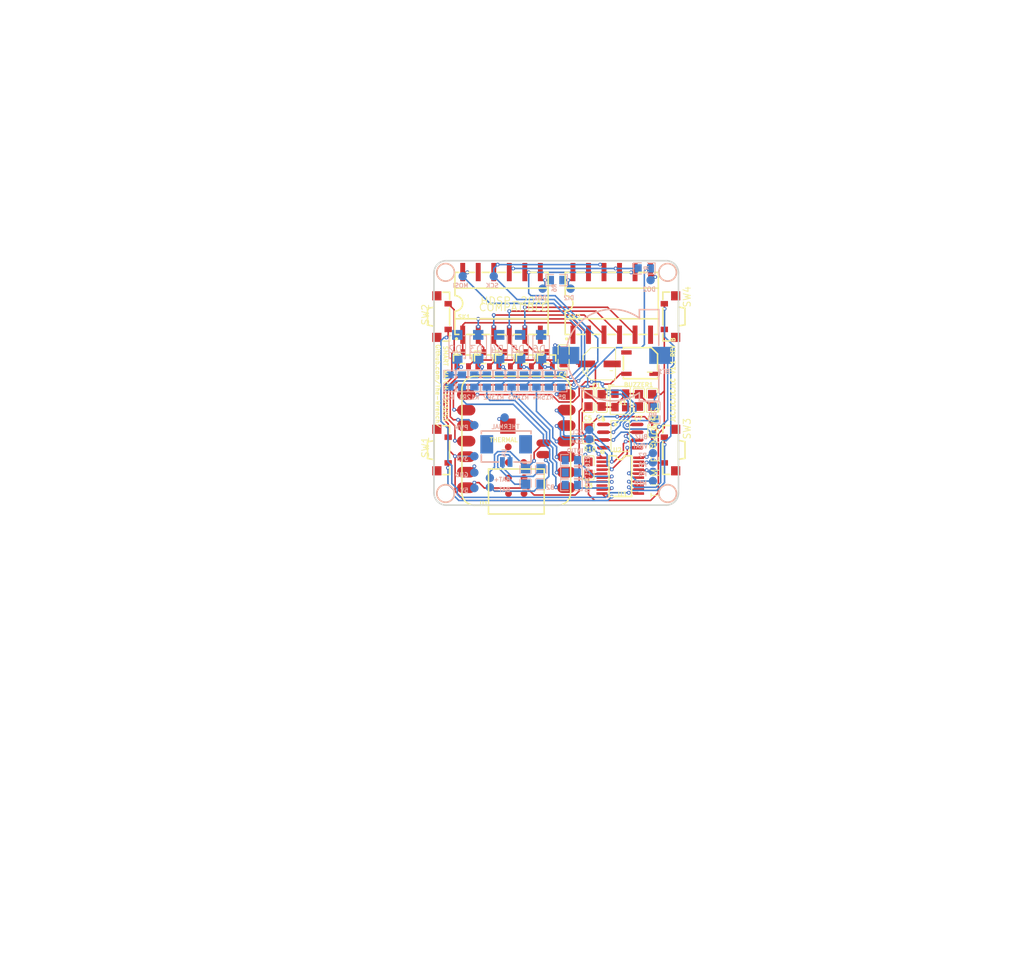
<source format=kicad_pcb>
(kicad_pcb (version 20171130) (host pcbnew "(5.1.5)-3") (page "A4") (layers (0 "F.Cu" signal) (31 "B.Cu" signal) (32 "B.Adhes" user) (33 "F.Adhes" user) (34 "B.Paste" user) (35 "F.Paste" user) (36 "B.SilkS" user) (37 "F.SilkS" user) (38 "B.Mask" user) (39 "F.Mask" user) (40 "Dwgs.User" user) (41 "Cmts.User" user) (42 "Eco1.User" user) (43 "Eco2.User" user) (44 "Edge.Cuts" user) (45 "Margin" user) (46 "B.CrtYd" user) (47 "F.CrtYd" user) (48 "B.Fab" user hide) (49 "F.Fab" user hide)) (net 0 "") (net 1 "DI2") (net 2 "DO1") (net 3 "C3") (net 4 "C1") (net 5 "PWM") (net 6 "MOSI") (net 7 "D1_2") (net 8 "MFP") (net 9 "5V") (net 10 "SCK") (net 11 "C4") (net 12 "C2") (net 13 "P0") (net 14 "SCL") (net 15 "SDA") (net 16 "U3_9") (net 17 "U3_7") (net 18 "U3_6") (net 19 "GND") (net 20 "3V3") (net 21 "C5") (net 22 "R3_2") (net 23 "R2_2") (net 24 "R1_2") (net 25 "R4_1") (net 26 "R5_2") (net 27 "U1_24") (net 28 "COL5") (net 29 "COL4") (net 30 "COL3") (net 31 "COL2") (net 32 "SK1_9") (net 33 "U2_8") (net 34 "DO2") (net 35 "BUZ") (net 36 "P7") (net 37 "P6") (net 38 "P5") (net 39 "INTIO") (net 40 "P3") (net 41 "P2") (net 42 "P1") (net 43 "B2_1") (net 44 "BAT-") (net 45 "BAT+") (net 46 "VBAT") (net 47 "B2_2") (net 48 "D1_1") (net 49 "U2_2") (net 50 "U2_1") (net 51 "COL1") (segment (start 27.432 147.574) (end 27.051 147.193) (width 0.254) (layer "B.Cu") (net 1)) (segment (start 27.051 147.193) (end 27.051 146.177) (width 0.254) (layer "B.Cu") (net 1)) (segment (start 22.86 147.574) (end 23.241 147.193) (width 0.254) (layer "B.Cu") (net 2)) (segment (start 23.241 147.193) (end 23.241 146.177) (width 0.254) (layer "B.Cu") (net 2)) (segment (start 25.146 175.133) (end 25.146 173.482) (width 0.254) (layer "B.Cu") (net 3)) (segment (start 25.146 173.482) (end 24.003 172.339) (width 0.254) (layer "B.Cu") (net 3)) (segment (start 24.003 172.339) (end 24.003 170.688) (width 0.254) (layer "B.Cu") (net 3)) (segment (start 24.003 170.688) (end 18.542 165.227) (width 0.254) (layer "B.Cu") (net 3)) (segment (start 18.542 165.227) (end 18.161 165.227) (width 0.254) (layer "B.Cu") (net 3)) (segment (start 18.161 165.227) (end 17.78 164.846) (width 0.254) (layer "B.Cu") (net 3)) (segment (start 17.78 164.846) (end 17.78 163.688) (width 0.254) (layer "B.Cu") (net 3)) (segment (start 9.652 163.688) (end 9.652 165.735) (width 0.254) (layer "B.Cu") (net 4)) (segment (start 9.652 165.735) (end 10.414 166.497) (width 0.254) (layer "B.Cu") (net 4)) (segment (start 10.414 166.497) (end 18.034 166.497) (width 0.254) (layer "B.Cu") (net 4)) (segment (start 18.034 166.497) (end 22.987 171.45) (width 0.254) (layer "B.Cu") (net 4)) (segment (start 22.987 171.45) (end 22.987 172.847) (width 0.254) (layer "B.Cu") (net 4)) (segment (start 22.987 172.847) (end 24.003 173.863) (width 0.254) (layer "B.Cu") (net 4)) (segment (start 24.003 173.863) (end 24.003 175.641) (width 0.254) (layer "B.Cu") (net 4)) (segment (start 24.003 175.641) (end 24.511 176.149) (width 0.254) (layer "B.Cu") (net 4)) (segment (start 24.511 176.149) (end 24.511 177.927) (width 0.254) (layer "B.Cu") (net 4)) (segment (start 24.511 177.927) (end 25.019 178.435) (width 0.254) (layer "B.Cu") (net 4)) (segment (start 25.019 178.435) (end 25.019 180.086) (width 0.254) (layer "B.Cu") (net 4)) (segment (start 20.574 144.907) (end 20.574 148.336) (width 0.254) (layer "B.Cu") (net 5)) (segment (start 20.574 148.336) (end 20.955 148.717) (width 0.254) (layer "B.Cu") (net 5)) (segment (start 20.955 148.717) (end 24.892 148.717) (width 0.254) (layer "B.Cu") (net 5)) (segment (start 24.892 148.717) (end 31.877 155.702) (width 0.254) (layer "B.Cu") (net 5)) (segment (start 31.877 155.702) (end 31.877 159.512) (width 0.254) (layer "B.Cu") (net 5)) (segment (start 31.877 159.512) (end 28.702 162.687) (width 0.254) (layer "B.Cu") (net 5)) (segment (start 9.779 145.542) (end 14.224 149.987) (width 0.254) (layer "B.Cu") (net 6)) (segment (start 14.224 149.987) (end 24.638 149.987) (width 0.254) (layer "B.Cu") (net 6)) (segment (start 24.638 149.987) (end 29.21 154.559) (width 0.254) (layer "B.Cu") (net 6)) (segment (start 29.21 154.559) (end 29.21 160.274) (width 0.254) (layer "B.Cu") (net 6)) (segment (start 29.21 160.274) (end 27.432 162.052) (width 0.254) (layer "B.Cu") (net 6)) (segment (start 42.167 158.496) (end 43.307 159.636) (width 0.254) (layer "B.Cu") (net 7)) (segment (start 43.307 159.636) (end 43.307 169.037) (width 0.254) (layer "B.Cu") (net 7)) (segment (start 43.307 169.037) (end 42.164 170.18) (width 0.254) (layer "B.Cu") (net 7)) (segment (start 42.164 170.18) (end 41.91 170.18) (width 0.254) (layer "B.Cu") (net 7)) (segment (start 36.449 171.704) (end 37.338 172.593) (width 0.254) (layer "B.Cu") (net 8)) (segment (start 37.338 172.593) (end 37.338 177.419) (width 0.254) (layer "B.Cu") (net 8)) (segment (start 37.338 177.419) (end 36.957 177.8) (width 0.254) (layer "B.Cu") (net 8)) (segment (start 7.62 163.688) (end 8.621 162.687) (width 0.254) (layer "B.Cu") (net 9)) (segment (start 8.621 162.687) (end 27.178 162.687) (width 0.254) (layer "B.Cu") (net 9)) (segment (start 27.178 162.687) (end 27.178 163.449) (width 0.254) (layer "B.Cu") (net 9)) (segment (start 27.178 163.449) (end 27.686 163.957) (width 0.254) (layer "B.Cu") (net 9)) (segment (start 27.686 163.957) (end 28.194 163.957) (width 0.254) (layer "B.Cu") (net 9)) (segment (start 28.194 163.957) (end 28.575 163.576) (width 0.254) (layer "B.Cu") (net 9)) (segment (start 28.575 163.576) (end 30.226 163.576) (width 0.254) (layer "B.Cu") (net 9)) (segment (start 9.779 145.542) (end 10.414 144.907) (width 0.254) (layer "B.Cu") (net 6)) (segment (start 10.414 144.907) (end 10.541 144.907) (width 0.254) (layer "B.Cu") (net 6)) (segment (start 11.684 169.926) (end 10.795 169.037) (width 0.254) (layer "B.Cu") (net 5)) (segment (start 10.795 169.037) (end 9.017 169.037) (width 0.254) (layer "B.Cu") (net 5)) (segment (start 14.859 145.542) (end 18.669 149.352) (width 0.254) (layer "B.Cu") (net 10)) (segment (start 18.669 149.352) (end 24.765 149.352) (width 0.254) (layer "B.Cu") (net 10)) (segment (start 24.765 149.352) (end 29.718 154.305) (width 0.254) (layer "B.Cu") (net 10)) (segment (start 29.718 154.305) (end 29.718 160.782) (width 0.254) (layer "B.Cu") (net 10)) (segment (start 29.718 160.782) (end 27.94 162.56) (width 0.254) (layer "B.Cu") (net 10)) (segment (start 27.94 162.56) (end 27.94 163.322) (width 0.254) (layer "B.Cu") (net 10)) (segment (start 14.859 145.542) (end 14.859 144.272) (width 0.254) (layer "B.Cu") (net 10)) (segment (start 14.859 144.272) (end 15.494 143.637) (width 0.254) (layer "B.Cu") (net 10)) (segment (start 25.146 172.593) (end 24.511 171.958) (width 0.254) (layer "B.Cu") (net 11)) (segment (start 24.511 171.958) (end 24.511 170.307) (width 0.254) (layer "B.Cu") (net 11)) (segment (start 24.511 170.307) (end 21.844 167.64) (width 0.254) (layer "B.Cu") (net 11)) (segment (start 21.844 167.64) (end 21.844 163.688) (width 0.254) (layer "B.Cu") (net 11)) (segment (start 25.146 177.673) (end 25.146 176.022) (width 0.254) (layer "B.Cu") (net 12)) (segment (start 25.146 176.022) (end 24.511 175.387) (width 0.254) (layer "B.Cu") (net 12)) (segment (start 24.511 175.387) (end 24.511 173.609) (width 0.254) (layer "B.Cu") (net 12)) (segment (start 24.511 173.609) (end 23.495 172.593) (width 0.254) (layer "B.Cu") (net 12)) (segment (start 23.495 172.593) (end 23.495 171.069) (width 0.254) (layer "B.Cu") (net 12)) (segment (start 23.495 171.069) (end 18.288 165.862) (width 0.254) (layer "B.Cu") (net 12)) (segment (start 18.288 165.862) (end 14.224 165.862) (width 0.254) (layer "B.Cu") (net 12)) (segment (start 14.224 165.862) (end 13.716 165.354) (width 0.254) (layer "B.Cu") (net 12)) (segment (start 13.716 165.354) (end 13.716 163.688) (width 0.254) (layer "B.Cu") (net 12)) (segment (start 34.163 181.61) (end 33.528 182.245) (width 0.254) (layer "B.Cu") (net 13)) (segment (start 33.528 182.245) (end 9.144 182.245) (width 0.254) (layer "B.Cu") (net 13)) (segment (start 9.144 182.245) (end 8.382 181.483) (width 0.254) (layer "B.Cu") (net 13)) (segment (start 8.382 181.483) (end 8.382 180.594) (width 0.254) (layer "B.Cu") (net 13)) (segment (start 8.382 180.594) (end 7.366 179.578) (width 0.254) (layer "B.Cu") (net 13)) (segment (start 7.366 179.578) (end 7.366 176.911) (width 0.254) (layer "B.Cu") (net 13)) (segment (start 30.48 170.688) (end 34.163 174.371) (width 0.254) (layer "B.Cu") (net 14)) (segment (start 34.163 174.371) (end 34.163 175.895) (width 0.254) (layer "B.Cu") (net 14)) (segment (start 30.48 172.212) (end 30.861 172.212) (width 0.254) (layer "B.Cu") (net 15)) (segment (start 30.861 172.212) (end 33.401 174.752) (width 0.254) (layer "B.Cu") (net 15)) (segment (start 33.401 174.752) (end 33.401 176.403) (width 0.254) (layer "B.Cu") (net 15)) (segment (start 33.401 176.403) (end 34.163 177.165) (width 0.254) (layer "B.Cu") (net 15)) (segment (start 28.559 179.705) (end 29.067 180.213) (width 0.254) (layer "B.Cu") (net 16)) (segment (start 29.067 180.213) (end 34.163 180.213) (width 0.254) (layer "B.Cu") (net 16)) (segment (start 28.559 177.673) (end 30.083 179.197) (width 0.254) (layer "B.Cu") (net 17)) (segment (start 30.083 179.197) (end 34.163 179.197) (width 0.254) (layer "B.Cu") (net 17)) (segment (start 28.559 175.641) (end 31.226 178.308) (width 0.254) (layer "B.Cu") (net 18)) (segment (start 31.226 178.308) (end 34.163 178.308) (width 0.254) (layer "B.Cu") (net 18)) (segment (start 11.684 180.213) (end 11.684 179.324) (width 0.254) (layer "B.Cu") (net 9)) (segment (start 11.684 177.673) (end 11.684 176.657) (width 0.254) (layer "B.Cu") (net 19)) (segment (start 11.684 175.006) (end 8.509 175.006) (width 0.254) (layer "B.Cu") (net 20)) (segment (start 36.957 177.8) (end 38.227 179.07) (width 0.254) (layer "B.Cu") (net 8)) (segment (start 38.227 179.07) (end 40.894 179.07) (width 0.254) (layer "B.Cu") (net 8)) (segment (start 25.146 164.846) (end 25.908 164.084) (width 0.254) (layer "B.Cu") (net 21)) (segment (start 25.908 164.084) (end 25.908 163.687) (width 0.254) (layer "B.Cu") (net 21)) (segment (start 23.876 163.687) (end 24.876 162.687) (width 0.254) (layer "B.Cu") (net 9)) (segment (start 24.876 162.687) (end 25.736 162.687) (width 0.254) (layer "B.Cu") (net 9)) (segment (start 19.812 163.687) (end 20.812 162.687) (width 0.254) (layer "B.Cu") (net 9)) (segment (start 20.812 162.687) (end 21.621 162.687) (width 0.254) (layer "B.Cu") (net 9)) (segment (start 15.748 163.687) (end 16.748 162.687) (width 0.254) (layer "B.Cu") (net 9)) (segment (start 16.748 162.687) (end 17.532 162.687) (width 0.254) (layer "B.Cu") (net 9)) (segment (start 11.684 163.687) (end 12.684 162.687) (width 0.254) (layer "B.Cu") (net 9)) (segment (start 12.684 162.687) (end 13.496 162.687) (width 0.254) (layer "B.Cu") (net 9)) (segment (start 16.767 161.686) (end 16.767 160.785) (width 0.254) (layer "B.Cu") (net 22)) (segment (start 16.767 160.785) (end 16.383 160.401) (width 0.254) (layer "B.Cu") (net 22)) (segment (start 12.319 159.06) (end 12.319 160.147) (width 0.254) (layer "B.Cu") (net 23)) (segment (start 12.319 160.147) (end 12.573 160.401) (width 0.254) (layer "B.Cu") (net 23)) (segment (start 12.573 160.401) (end 12.954 160.401) (width 0.254) (layer "B.Cu") (net 23)) (segment (start 12.954 160.401) (end 12.954 160.782) (width 0.254) (layer "B.Cu") (net 23)) (segment (start 12.954 160.782) (end 12.697 161.039) (width 0.254) (layer "B.Cu") (net 23)) (segment (start 12.697 161.039) (end 12.697 161.686) (width 0.254) (layer "B.Cu") (net 23)) (segment (start 8.636 161.686) (end 8.636 160.782) (width 0.254) (layer "B.Cu") (net 24)) (segment (start 8.636 160.782) (end 9.017 160.401) (width 0.254) (layer "B.Cu") (net 24)) (segment (start 9.017 160.401) (end 9.525 160.401) (width 0.254) (layer "B.Cu") (net 24)) (segment (start 16.383 160.401) (end 15.748 160.401) (width 0.254) (layer "B.Cu") (net 22)) (segment (start 15.748 160.401) (end 15.748 159.06) (width 0.254) (layer "B.Cu") (net 22)) (segment (start 20.825 161.686) (end 20.825 160.906) (width 0.254) (layer "B.Cu") (net 25)) (segment (start 20.825 160.906) (end 20.32 160.401) (width 0.254) (layer "B.Cu") (net 25)) (segment (start 20.32 160.401) (end 19.812 160.401) (width 0.254) (layer "B.Cu") (net 25)) (segment (start 19.812 160.401) (end 19.177 160.401) (width 0.254) (layer "B.Cu") (net 25)) (segment (start 19.177 160.401) (end 19.177 159.06) (width 0.254) (layer "B.Cu") (net 25)) (segment (start 24.894 161.686) (end 24.894 161.039) (width 0.254) (layer "B.Cu") (net 26)) (segment (start 24.894 161.039) (end 24.257 160.401) (width 0.254) (layer "B.Cu") (net 26)) (segment (start 24.257 160.401) (end 23.241 160.401) (width 0.254) (layer "B.Cu") (net 26)) (segment (start 23.241 160.401) (end 22.987 160.401) (width 0.254) (layer "B.Cu") (net 26)) (segment (start 22.987 160.401) (end 22.606 160.02) (width 0.254) (layer "B.Cu") (net 26)) (segment (start 22.606 160.02) (end 22.606 159.06) (width 0.254) (layer "B.Cu") (net 26)) (segment (start 23.876 161.687) (end 25.908 161.687) (width 0.254) (layer "B.Cu") (net 26)) (segment (start 19.812 161.687) (end 21.844 161.687) (width 0.254) (layer "B.Cu") (net 25)) (segment (start 15.748 161.687) (end 17.78 161.687) (width 0.254) (layer "B.Cu") (net 22)) (segment (start 11.684 161.687) (end 13.716 161.687) (width 0.254) (layer "B.Cu") (net 23)) (segment (start 9.525 160.401) (end 8.89 160.401) (width 0.254) (layer "B.Cu") (net 24)) (segment (start 8.89 160.401) (end 8.89 159.06) (width 0.254) (layer "B.Cu") (net 24)) (segment (start 7.62 161.687) (end 8.637 161.687) (width 0.254) (layer "B.Cu") (net 24)) (segment (start 8.637 161.687) (end 8.637 161.687) (width 0.254) (layer "B.Cu") (net 24)) (segment (start 8.637 161.687) (end 9.652 161.687) (width 0.254) (layer "B.Cu") (net 24)) (segment (start 41.753 164.862) (end 41.148 165.467) (width 0.254) (layer "B.Cu") (net 20)) (segment (start 41.148 165.467) (end 41.148 166.894) (width 0.254) (layer "B.Cu") (net 20)) (segment (start 16.637 168.656) (end 16.383 168.91) (width 0.254) (layer "B.Cu") (net 27)) (segment (start 16.383 168.91) (end 15.748 168.91) (width 0.254) (layer "B.Cu") (net 27)) (segment (start 19.939 153.797) (end 19.939 150.622) (width 0.254) (layer "B.Cu") (net 28)) (segment (start 17.399 153.797) (end 17.399 151.257) (width 0.254) (layer "B.Cu") (net 29)) (segment (start 14.859 153.797) (end 14.859 151.892) (width 0.254) (layer "B.Cu") (net 30)) (segment (start 12.319 153.797) (end 12.319 152.527) (width 0.254) (layer "B.Cu") (net 31)) (segment (start 27.051 146.177) (end 26.146 146.177) (width 0.254) (layer "B.Cu") (net 1)) (segment (start 23.241 146.177) (end 24.146 146.177) (width 0.254) (layer "B.Cu") (net 2)) (segment (start 34.798 144.272) (end 18.034 144.272) (width 0.254) (layer "B.Cu") (net 32)) (segment (start 32.258 143.637) (end 15.494 143.637) (width 0.254) (layer "B.Cu") (net 10)) (segment (start 37.338 144.907) (end 20.574 144.907) (width 0.254) (layer "B.Cu") (net 5)) (segment (start 38.497 144.272) (end 34.798 144.272) (width 0.254) (layer "B.Cu") (net 32)) (segment (start 36.703 169.926) (end 37.465 169.164) (width 0.254) (layer "B.Cu") (net 33)) (segment (start 37.465 169.164) (end 40.878 169.164) (width 0.254) (layer "B.Cu") (net 33)) (segment (start 40.878 169.164) (end 41.148 168.894) (width 0.254) (layer "B.Cu") (net 33)) (segment (start 40.513 146.177) (end 40.767 146.177) (width 0.254) (layer "B.Cu") (net 34)) (segment (start 40.767 146.177) (end 41.275 145.669) (width 0.254) (layer "B.Cu") (net 34)) (segment (start 30.226 163.576) (end 30.226 161.925) (width 0.254) (layer "B.Cu") (net 9)) (segment (start 30.226 161.925) (end 34.925 157.226) (width 0.254) (layer "B.Cu") (net 9)) (segment (start 34.925 157.226) (end 38.989 157.226) (width 0.254) (layer "B.Cu") (net 9)) (segment (start 38.989 157.226) (end 39.497 156.718) (width 0.254) (layer "B.Cu") (net 9)) (segment (start 39.497 156.718) (end 39.497 144.653) (width 0.254) (layer "B.Cu") (net 9)) (segment (start 39.497 144.653) (end 39.878 144.272) (width 0.254) (layer "B.Cu") (net 9)) (segment (start 39.878 144.272) (end 40.498 144.272) (width 0.254) (layer "B.Cu") (net 9)) (segment (start 32.639 163.195) (end 32.258 162.814) (width 0.254) (layer "B.Cu") (net 35)) (segment (start 32.258 162.814) (end 30.861 162.814) (width 0.254) (layer "B.Cu") (net 35)) (segment (start 39.878 175.133) (end 40.513 174.498) (width 0.254) (layer "B.Cu") (net 36)) (segment (start 40.513 174.498) (end 40.894 174.498) (width 0.254) (layer "B.Cu") (net 36)) (segment (start 39.878 176.022) (end 40.894 176.022) (width 0.254) (layer "B.Cu") (net 37)) (segment (start 39.878 177.292) (end 40.132 177.546) (width 0.254) (layer "B.Cu") (net 38)) (segment (start 40.132 177.546) (end 40.894 177.546) (width 0.254) (layer "B.Cu") (net 38)) (segment (start 32.004 174.625) (end 31.115 173.736) (width 0.254) (layer "B.Cu") (net 39)) (segment (start 31.115 173.736) (end 30.48 173.736) (width 0.254) (layer "B.Cu") (net 39)) (segment (start 36.957 179.156) (end 37.887 180.086) (width 0.254) (layer "B.Cu") (net 40)) (segment (start 37.887 180.086) (end 41.402 180.086) (width 0.254) (layer "B.Cu") (net 40)) (segment (start 41.402 180.086) (end 42.164 179.324) (width 0.254) (layer "B.Cu") (net 40)) (segment (start 42.164 179.324) (end 42.164 172.847) (width 0.254) (layer "B.Cu") (net 40)) (segment (start 42.164 172.847) (end 42.545 172.466) (width 0.254) (layer "B.Cu") (net 40)) (segment (start 42.545 172.466) (end 43.053 172.466) (width 0.254) (layer "B.Cu") (net 40)) (segment (start 43.053 172.466) (end 43.815 171.704) (width 0.254) (layer "B.Cu") (net 40)) (segment (start 43.815 171.704) (end 43.815 160.528) (width 0.254) (layer "B.Cu") (net 40)) (segment (start 43.815 160.528) (end 44.323 160.02) (width 0.254) (layer "B.Cu") (net 40)) (segment (start 44.323 160.02) (end 44.323 156.972) (width 0.254) (layer "B.Cu") (net 40)) (segment (start 44.323 156.972) (end 42.799 155.448) (width 0.254) (layer "B.Cu") (net 40)) (segment (start 42.799 155.448) (end 42.799 150.876) (width 0.254) (layer "B.Cu") (net 40)) (segment (start 36.957 180.086) (end 37.465 180.594) (width 0.254) (layer "B.Cu") (net 41)) (segment (start 37.465 180.594) (end 41.529 180.594) (width 0.254) (layer "B.Cu") (net 41)) (segment (start 41.529 180.594) (end 42.799 179.324) (width 0.254) (layer "B.Cu") (net 41)) (segment (start 42.799 179.324) (end 42.799 173.101) (width 0.254) (layer "B.Cu") (net 41)) (segment (start 36.957 180.975) (end 33.909 180.975) (width 0.254) (layer "B.Cu") (net 42)) (segment (start 33.909 180.975) (end 33.147 181.737) (width 0.254) (layer "B.Cu") (net 42)) (segment (start 33.147 181.737) (end 9.398 181.737) (width 0.254) (layer "B.Cu") (net 42)) (segment (start 9.398 181.737) (end 8.89 181.229) (width 0.254) (layer "B.Cu") (net 42)) (segment (start 8.89 181.229) (end 8.89 180.34) (width 0.254) (layer "B.Cu") (net 42)) (segment (start 8.89 180.34) (end 8.001 179.451) (width 0.254) (layer "B.Cu") (net 42)) (segment (start 8.001 179.451) (end 8.001 176.53) (width 0.254) (layer "B.Cu") (net 42)) (segment (start 8.001 176.53) (end 7.366 175.895) (width 0.254) (layer "B.Cu") (net 42)) (segment (start 7.366 175.895) (end 7.366 170.434) (width 0.254) (layer "B.Cu") (net 42)) (segment (start 7.366 170.434) (end 6.223 169.291) (width 0.254) (layer "B.Cu") (net 42)) (segment (start 6.223 169.291) (end 6.223 156.083) (width 0.254) (layer "B.Cu") (net 42)) (segment (start 6.223 156.083) (end 6.731 155.575) (width 0.254) (layer "B.Cu") (net 42)) (segment (start 6.731 155.575) (end 7.112 155.575) (width 0.254) (layer "B.Cu") (net 42)) (segment (start 20.066 179.578) (end 18.288 179.578) (width 0.254) (layer "B.Cu") (net 43)) (segment (start 18.288 179.578) (end 15.494 176.784) (width 0.254) (layer "B.Cu") (net 43)) (segment (start 15.494 176.784) (end 15.494 175.006) (width 0.254) (layer "B.Cu") (net 43)) (segment (start 15.494 175.006) (end 15.748 174.752) (width 0.254) (layer "B.Cu") (net 43)) (segment (start 15.748 174.752) (end 17.252 174.752) (width 0.254) (layer "B.Cu") (net 43)) (segment (start 17.252 174.752) (end 17.516 175.016) (width 0.254) (layer "B.Cu") (net 43)) (segment (start 17.516 175.016) (end 17.516 175.948) (width 0.254) (layer "B.Cu") (net 43)) (segment (start 23.368 175.641) (end 23.876 176.149) (width 0.254) (layer "B.Cu") (net 44)) (segment (start 23.876 176.149) (end 23.876 178.308) (width 0.254) (layer "B.Cu") (net 44)) (segment (start 23.876 178.308) (end 22.606 179.578) (width 0.254) (layer "B.Cu") (net 44)) (segment (start 21.463 175.768) (end 20.193 177.038) (width 0.254) (layer "B.Cu") (net 45)) (segment (start 20.193 177.038) (end 20.066 177.038) (width 0.254) (layer "B.Cu") (net 45)) (segment (start 20.066 177.038) (end 20.066 176.784) (width 0.254) (layer "B.Cu") (net 45)) (segment (start 20.066 176.784) (end 17.526 174.244) (width 0.254) (layer "B.Cu") (net 45)) (segment (start 17.526 174.244) (end 15.494 174.244) (width 0.254) (layer "B.Cu") (net 45)) (segment (start 15.494 174.244) (end 14.986 174.752) (width 0.254) (layer "B.Cu") (net 45)) (segment (start 14.986 174.752) (end 14.986 176.784) (width 0.254) (layer "B.Cu") (net 45)) (segment (start 14.986 176.784) (end 14.224 177.546) (width 0.254) (layer "B.Cu") (net 45)) (segment (start 14.224 177.546) (end 14.224 178.562) (width 0.254) (layer "B.Cu") (net 45)) (segment (start 40.894 172.974) (end 38.227 172.974) (width 0.254) (layer "B.Cu") (net 46)) (segment (start 38.227 172.974) (end 37.846 172.593) (width 0.254) (layer "B.Cu") (net 46)) (segment (start 37.846 172.593) (end 37.846 172.212) (width 0.254) (layer "B.Cu") (net 46)) (segment (start 37.846 172.212) (end 36.703 171.069) (width 0.254) (layer "B.Cu") (net 46)) (segment (start 36.703 171.069) (end 35.687 171.069) (width 0.254) (layer "B.Cu") (net 46)) (segment (start 35.687 171.069) (end 34.417 172.339) (width 0.254) (layer "B.Cu") (net 46)) (segment (start 26.667 158.496) (end 26.667 158.112) (width 0.254) (layer "B.Cu") (net 19)) (segment (start 26.667 158.112) (end 25.4 156.845) (width 0.254) (layer "B.Cu") (net 19)) (segment (start 25.4 156.845) (end 24.892 156.845) (width 0.254) (layer "B.Cu") (net 19)) (segment (start 16.266 175.948) (end 16.266 176.794) (width 0.254) (layer "B.Cu") (net 47)) (segment (start 16.266 176.794) (end 17.78 178.308) (width 0.254) (layer "B.Cu") (net 47)) (segment (start 17.78 178.308) (end 21.336 178.308) (width 0.254) (layer "B.Cu") (net 47)) (segment (start 21.336 178.308) (end 22.606 177.038) (width 0.254) (layer "B.Cu") (net 47)) (segment (start 22.606 179.578) (end 21.463 180.721) (width 0.254) (layer "B.Cu") (net 44)) (segment (start 21.463 180.721) (end 14.986 180.721) (width 0.254) (layer "B.Cu") (net 44)) (segment (start 14.986 180.721) (end 14.351 180.086) (width 0.254) (layer "B.Cu") (net 44)) (segment (start 14.351 180.086) (end 14.224 180.086) (width 0.254) (layer "B.Cu") (net 44)) (segment (start 25.146 170.053) (end 25.781 170.688) (width 0.254) (layer "B.Cu") (net 15)) (segment (start 25.781 170.688) (end 25.781 171.704) (width 0.254) (layer "B.Cu") (net 15)) (segment (start 25.781 171.704) (end 26.289 172.212) (width 0.254) (layer "B.Cu") (net 15)) (segment (start 26.289 172.212) (end 30.48 172.212) (width 0.254) (layer "B.Cu") (net 15)) (segment (start 30.48 170.688) (end 29.464 171.704) (width 0.254) (layer "B.Cu") (net 14)) (segment (start 29.464 171.704) (end 26.543 171.704) (width 0.254) (layer "B.Cu") (net 14)) (segment (start 26.543 171.704) (end 26.289 171.45) (width 0.254) (layer "B.Cu") (net 14)) (segment (start 26.289 171.45) (end 26.289 168.656) (width 0.254) (layer "B.Cu") (net 14)) (segment (start 26.289 168.656) (end 25.146 167.513) (width 0.254) (layer "B.Cu") (net 14)) (segment (start 35.052 168.529) (end 32.004 168.529) (width 0.254) (layer "B.Cu") (net 48)) (segment (start 40.894 171.45) (end 40.005 170.561) (width 0.254) (layer "B.Cu") (net 35)) (segment (start 40.005 170.561) (end 36.449 170.561) (width 0.254) (layer "B.Cu") (net 35)) (segment (start 36.449 170.561) (end 36.068 170.18) (width 0.254) (layer "B.Cu") (net 35)) (segment (start 36.068 170.18) (end 36.068 169.672) (width 0.254) (layer "B.Cu") (net 35)) (segment (start 36.068 169.672) (end 38.1 167.64) (width 0.254) (layer "B.Cu") (net 35)) (segment (start 38.1 167.64) (end 38.1 166.624) (width 0.254) (layer "B.Cu") (net 35)) (segment (start 38.1 166.624) (end 35.687 164.211) (width 0.254) (layer "B.Cu") (net 35)) (segment (start 35.687 164.211) (end 33.274 164.211) (width 0.254) (layer "B.Cu") (net 35)) (segment (start 33.274 164.211) (end 32.639 163.576) (width 0.254) (layer "B.Cu") (net 35)) (segment (start 32.639 163.576) (end 32.639 163.195) (width 0.254) (layer "B.Cu") (net 35)) (segment (start 34.417 171.069) (end 35.56 169.926) (width 0.254) (layer "B.Cu") (net 49)) (segment (start 35.56 169.926) (end 35.56 169.545) (width 0.254) (layer "B.Cu") (net 49)) (segment (start 35.56 169.545) (end 37.465 167.64) (width 0.254) (layer "B.Cu") (net 49)) (segment (start 37.465 167.64) (end 37.465 166.878) (width 0.254) (layer "B.Cu") (net 49)) (segment (start 33.655 164.846) (end 35.687 164.846) (width 0.254) (layer "B.Cu") (net 50)) (segment (start 35.687 164.846) (end 36.83 165.989) (width 0.254) (layer "B.Cu") (net 50)) (segment (start 36.83 165.989) (end 36.83 167.64) (width 0.254) (layer "B.Cu") (net 50)) (segment (start 36.83 167.64) (end 34.671 169.799) (width 0.254) (layer "B.Cu") (net 50)) (segment (start 34.671 169.799) (end 34.417 169.799) (width 0.254) (layer "B.Cu") (net 50)) (zone (net 19) (net_name "GND") (layer "B.Cu") (hatch edge 0.508) (connect_pads (clearance 0.254)) (polygon (pts (xy -33.02 100.457) (xy -65.913 133.35) (xy -65.913 245.491) (xy -52.832 258.572) (xy 80.391 258.572) (xy 101.6 237.363) (xy 101.6 100.33)))) (gr_circle (center 43.307 144.907) (end 44.744 144.907) (layer "B.SilkS") (width 0.254)) (gr_circle (center 6.985 144.907) (end 8.422 144.907) (layer "B.SilkS") (width 0.254)) (gr_circle (center 6.985 181.102) (end 8.422 181.102) (layer "B.SilkS") (width 0.254)) (gr_circle (center 43.307 181.102) (end 44.744 181.102) (layer "B.SilkS") (width 0.254)) (gr_line (start 5.08 181.002) (end 5.08 145.002) (width 0.254) (layer "Edge.Cuts")) (gr_line (start 43.08 183.002) (end 7.08 183.002) (width 0.254) (layer "Edge.Cuts")) (gr_line (start 45.08 145.002) (end 45.08 181.002) (width 0.254) (layer "Edge.Cuts")) (gr_line (start 7.08 143.002) (end 43.08 143.002) (width 0.254) (layer "Edge.Cuts")) (gr_arc (start 43.08 145.002) (end 43.08 143.002) (angle 90) (width 0.254) (layer "Edge.Cuts")) (gr_arc (start 43.08 181.002) (end 45.08 181.002) (angle 90) (width 0.254) (layer "Edge.Cuts")) (gr_arc (start 7.08 181.002) (end 7.08 183.002) (angle 90) (width 0.254) (layer "Edge.Cuts")) (gr_arc (start 7.08 145.002) (end 5.08 145.002) (angle 90) (width 0.254) (layer "Edge.Cuts")) (segment (start 9.779 144.857) (end 9.829 144.907) (width 0.254) (layer "F.Cu") (net 6)) (segment (start 9.829 144.907) (end 10.541 144.907) (width 0.254) (layer "F.Cu") (net 6)) (segment (start 9.017 169.037) (end 8.255 169.037) (width 0.254) (layer "F.Cu") (net 5)) (segment (start 8.255 169.037) (end 7.747 168.529) (width 0.254) (layer "F.Cu") (net 5)) (segment (start 7.747 168.529) (end 7.747 163.957) (width 0.254) (layer "F.Cu") (net 5)) (segment (start 7.747 163.957) (end 9.017 162.687) (width 0.254) (layer "F.Cu") (net 5)) (segment (start 9.017 162.687) (end 28.702 162.687) (width 0.254) (layer "F.Cu") (net 5)) (segment (start 7.402 150.045) (end 8.382 151.026) (width 0.254) (layer "F.Cu") (net 20)) (segment (start 8.382 151.026) (end 8.382 157.734) (width 0.254) (layer "F.Cu") (net 20)) (segment (start 8.382 157.734) (end 8.001 158.115) (width 0.254) (layer "F.Cu") (net 20)) (segment (start 8.001 158.115) (end 8.001 162.179) (width 0.254) (layer "F.Cu") (net 20)) (segment (start 8.001 162.179) (end 6.731 163.449) (width 0.254) (layer "F.Cu") (net 20)) (segment (start 6.731 163.449) (end 6.731 169.037) (width 0.254) (layer "F.Cu") (net 20)) (segment (start 6.731 169.037) (end 7.402 169.708) (width 0.254) (layer "F.Cu") (net 20)) (segment (start 7.402 169.708) (end 7.402 171.889) (width 0.254) (layer "F.Cu") (net 20)) (segment (start 8.509 172.466) (end 8.509 170.053) (width 0.254) (layer "F.Cu") (net 6)) (segment (start 8.509 170.053) (end 7.239 168.783) (width 0.254) (layer "F.Cu") (net 6)) (segment (start 7.239 168.783) (end 7.239 163.703) (width 0.254) (layer "F.Cu") (net 6)) (segment (start 7.239 163.703) (end 8.89 162.052) (width 0.254) (layer "F.Cu") (net 6)) (segment (start 8.89 162.052) (end 27.432 162.052) (width 0.254) (layer "F.Cu") (net 6)) (segment (start 8.382 167.386) (end 8.255 167.259) (width 0.254) (layer "F.Cu") (net 10)) (segment (start 8.255 167.259) (end 8.255 164.338) (width 0.254) (layer "F.Cu") (net 10)) (segment (start 8.255 164.338) (end 9.271 163.322) (width 0.254) (layer "F.Cu") (net 10)) (segment (start 9.271 163.322) (end 27.94 163.322) (width 0.254) (layer "F.Cu") (net 10)) (segment (start 7.366 176.911) (end 7.402 176.875) (width 0.254) (layer "F.Cu") (net 13)) (segment (start 7.402 176.875) (end 7.402 176.09) (width 0.254) (layer "F.Cu") (net 13)) (segment (start 7.112 155.575) (end 7.402 155.285) (width 0.254) (layer "F.Cu") (net 42)) (segment (start 7.402 155.285) (end 7.402 154.246) (width 0.254) (layer "F.Cu") (net 42)) (segment (start 31.496 182.245) (end 10.033 182.245) (width 0.254) (layer "F.Cu") (net 20)) (segment (start 10.033 182.245) (end 8.537 180.749) (width 0.254) (layer "F.Cu") (net 20)) (segment (start 8.537 180.749) (end 8.537 175.075) (width 0.254) (layer "F.Cu") (net 20)) (segment (start 12.954 160.401) (end 12.378 160.401) (width 0.254) (layer "F.Cu") (net 23)) (segment (start 12.378 160.401) (end 12.258 160.281) (width 0.254) (layer "F.Cu") (net 23)) (segment (start 23.241 160.401) (end 22.665 160.401) (width 0.254) (layer "F.Cu") (net 26)) (segment (start 22.665 160.401) (end 22.545 160.281) (width 0.254) (layer "F.Cu") (net 26)) (segment (start 19.812 160.401) (end 19.236 160.401) (width 0.254) (layer "F.Cu") (net 25)) (segment (start 19.236 160.401) (end 19.116 160.281) (width 0.254) (layer "F.Cu") (net 25)) (segment (start 19.116 160.281) (end 19.126 160.274) (width 0.254) (layer "F.Cu") (net 25)) (segment (start 16.383 160.401) (end 15.806 160.401) (width 0.254) (layer "F.Cu") (net 22)) (segment (start 15.806 160.401) (end 15.687 160.282) (width 0.254) (layer "F.Cu") (net 22)) (segment (start 9.525 160.401) (end 8.948 160.401) (width 0.254) (layer "F.Cu") (net 24)) (segment (start 8.948 160.401) (end 8.829 160.282) (width 0.254) (layer "F.Cu") (net 24)) (segment (start 26.289 159.751) (end 25.796 159.258) (width 0.254) (layer "F.Cu") (net 9)) (segment (start 25.796 159.258) (end 23.876 159.258) (width 0.254) (layer "F.Cu") (net 9)) (segment (start 30.03 159.893) (end 28.448 159.893) (width 0.254) (layer "F.Cu") (net 9)) (segment (start 28.448 159.893) (end 28.306 159.751) (width 0.254) (layer "F.Cu") (net 9)) (segment (start 28.306 159.751) (end 26.289 159.751) (width 0.254) (layer "F.Cu") (net 9)) (segment (start 40.767 164.862) (end 41.753 164.862) (width 0.254) (layer "F.Cu") (net 20)) (segment (start 41.753 164.862) (end 42.205 164.862) (width 0.254) (layer "F.Cu") (net 20)) (segment (start 42.205 164.862) (end 42.763 164.303) (width 0.254) (layer "F.Cu") (net 20)) (segment (start 38.608 166.862) (end 37.481 166.862) (width 0.254) (layer "F.Cu") (net 49)) (segment (start 37.481 166.862) (end 37.465 166.878) (width 0.254) (layer "F.Cu") (net 49)) (segment (start 36.435 166.962) (end 36.519 166.878) (width 0.254) (layer "F.Cu") (net 49)) (segment (start 36.519 166.878) (end 37.465 166.878) (width 0.254) (layer "F.Cu") (net 49)) (segment (start 33.655 164.846) (end 32.527 164.846) (width 0.254) (layer "F.Cu") (net 50)) (segment (start 32.527 164.846) (end 32.512 164.861) (width 0.254) (layer "F.Cu") (net 50)) (segment (start 36.561 161.516) (end 35.588 161.516) (width 0.254) (layer "F.Cu") (net 35)) (segment (start 35.588 161.516) (end 33.909 163.195) (width 0.254) (layer "F.Cu") (net 35)) (segment (start 33.909 163.195) (end 32.639 163.195) (width 0.254) (layer "F.Cu") (net 35)) (segment (start 38.56 179.156) (end 36.957 179.156) (width 0.254) (layer "F.Cu") (net 40)) (segment (start 36.957 179.156) (end 36.957 179.156) (width 0.254) (layer "F.Cu") (net 40)) (segment (start 7.402 171.889) (end 7.402 173.899) (width 0.254) (layer "F.Cu") (net 20)) (segment (start 7.402 173.899) (end 8.577 175.074) (width 0.254) (layer "F.Cu") (net 20)) (segment (start 8.577 175.074) (end 10.35 175.074) (width 0.254) (layer "F.Cu") (net 20)) (segment (start 26.734 180.145) (end 25.078 180.145) (width 0.254) (layer "F.Cu") (net 4)) (segment (start 25.078 180.145) (end 25.019 180.086) (width 0.254) (layer "F.Cu") (net 4)) (segment (start 26.734 177.605) (end 25.214 177.605) (width 0.254) (layer "F.Cu") (net 12)) (segment (start 25.214 177.605) (end 25.146 177.673) (width 0.254) (layer "F.Cu") (net 12)) (segment (start 26.734 175.065) (end 25.214 175.065) (width 0.254) (layer "F.Cu") (net 3)) (segment (start 25.214 175.065) (end 25.146 175.133) (width 0.254) (layer "F.Cu") (net 3)) (segment (start 26.734 172.525) (end 25.214 172.525) (width 0.254) (layer "F.Cu") (net 11)) (segment (start 25.214 172.525) (end 25.146 172.593) (width 0.254) (layer "F.Cu") (net 11)) (segment (start 26.734 169.985) (end 25.214 169.985) (width 0.254) (layer "F.Cu") (net 15)) (segment (start 25.214 169.985) (end 25.146 170.053) (width 0.254) (layer "F.Cu") (net 15)) (segment (start 26.734 167.445) (end 25.214 167.445) (width 0.254) (layer "F.Cu") (net 14)) (segment (start 25.214 167.445) (end 25.146 167.513) (width 0.254) (layer "F.Cu") (net 14)) (segment (start 26.734 164.905) (end 25.205 164.905) (width 0.254) (layer "F.Cu") (net 21)) (segment (start 25.205 164.905) (end 25.146 164.846) (width 0.254) (layer "F.Cu") (net 21)) (segment (start 10.35 180.154) (end 10.854 180.154) (width 0.254) (layer "F.Cu") (net 9)) (segment (start 10.854 180.154) (end 11.684 179.324) (width 0.254) (layer "F.Cu") (net 9)) (segment (start 10.35 177.614) (end 10.727 177.614) (width 0.254) (layer "F.Cu") (net 19)) (segment (start 10.727 177.614) (end 11.684 176.657) (width 0.254) (layer "F.Cu") (net 19)) (segment (start 10.35 175.074) (end 8.577 175.074) (width 0.254) (layer "F.Cu") (net 20)) (segment (start 8.577 175.074) (end 8.509 175.006) (width 0.254) (layer "F.Cu") (net 20)) (segment (start 10.35 172.534) (end 8.577 172.534) (width 0.254) (layer "F.Cu") (net 6)) (segment (start 8.577 172.534) (end 8.509 172.466) (width 0.254) (layer "F.Cu") (net 6)) (segment (start 10.35 169.994) (end 9.974 169.994) (width 0.254) (layer "F.Cu") (net 5)) (segment (start 9.974 169.994) (end 9.017 169.037) (width 0.254) (layer "F.Cu") (net 5)) (segment (start 10.35 167.454) (end 8.45 167.454) (width 0.254) (layer "F.Cu") (net 10)) (segment (start 8.45 167.454) (end 8.382 167.386) (width 0.254) (layer "F.Cu") (net 10)) (segment (start 10.35 164.914) (end 12.192 164.914) (width 0.254) (layer "F.Cu") (net 35)) (segment (start 12.192 164.914) (end 12.192 164.914) (width 0.254) (layer "F.Cu") (net 35)) (segment (start 42.763 176.09) (end 41.783 176.09) (width 0.254) (layer "F.Cu") (net 20)) (segment (start 15.748 168.91) (end 16.918 170.08) (width 0.254) (layer "F.Cu") (net 27)) (segment (start 16.918 170.08) (end 17.167 170.08) (width 0.254) (layer "F.Cu") (net 27)) (segment (start 22.99 174.738) (end 23.368 175.116) (width 0.254) (layer "F.Cu") (net 44)) (segment (start 23.368 175.116) (end 23.368 175.641) (width 0.254) (layer "F.Cu") (net 44)) (segment (start 30.353 164.862) (end 32.353 166.862) (width 0.254) (layer "F.Cu") (net 19)) (segment (start 32.353 166.862) (end 32.512 166.862) (width 0.254) (layer "F.Cu") (net 19)) (segment (start 32.512 166.862) (end 32.612 166.962) (width 0.254) (layer "F.Cu") (net 19)) (segment (start 32.612 166.962) (end 34.685 166.962) (width 0.254) (layer "F.Cu") (net 19)) (segment (start 38.608 164.862) (end 38.508 164.762) (width 0.254) (layer "F.Cu") (net 19)) (segment (start 38.508 164.762) (end 36.435 164.762) (width 0.254) (layer "F.Cu") (net 19)) (segment (start 38.608 164.862) (end 40.608 166.862) (width 0.254) (layer "F.Cu") (net 19)) (segment (start 40.608 166.862) (end 40.767 166.862) (width 0.254) (layer "F.Cu") (net 19)) (segment (start 30.353 172.196) (end 30.496 172.339) (width 0.254) (layer "F.Cu") (net 46)) (segment (start 30.496 172.339) (end 32.788 172.339) (width 0.254) (layer "F.Cu") (net 46)) (segment (start 32.56 177.856) (end 32.505 177.911) (width 0.254) (layer "F.Cu") (net 20)) (segment (start 32.505 177.911) (end 30.353 177.911) (width 0.254) (layer "F.Cu") (net 20)) (segment (start 32.56 181.106) (end 33.064 181.61) (width 0.254) (layer "F.Cu") (net 13)) (segment (start 33.064 181.61) (end 34.163 181.61) (width 0.254) (layer "F.Cu") (net 13)) (segment (start 38.56 181.106) (end 38.429 180.975) (width 0.254) (layer "F.Cu") (net 42)) (segment (start 38.429 180.975) (end 36.957 180.975) (width 0.254) (layer "F.Cu") (net 42)) (segment (start 32.56 179.156) (end 32.601 179.197) (width 0.254) (layer "F.Cu") (net 17)) (segment (start 32.601 179.197) (end 34.163 179.197) (width 0.254) (layer "F.Cu") (net 17)) (segment (start 34.686 164.762) (end 34.602 164.846) (width 0.254) (layer "F.Cu") (net 50)) (segment (start 34.602 164.846) (end 33.655 164.846) (width 0.254) (layer "F.Cu") (net 50)) (segment (start 32.788 169.799) (end 34.417 169.799) (width 0.254) (layer "F.Cu") (net 50)) (segment (start 38.332 169.799) (end 38.205 169.926) (width 0.254) (layer "F.Cu") (net 33)) (segment (start 38.205 169.926) (end 36.703 169.926) (width 0.254) (layer "F.Cu") (net 33)) (segment (start 38.332 173.609) (end 36.703 173.609) (width 0.254) (layer "F.Cu") (net 15)) (segment (start 38.332 172.339) (end 38.078 172.593) (width 0.254) (layer "F.Cu") (net 14)) (segment (start 38.078 172.593) (end 36.449 172.593) (width 0.254) (layer "F.Cu") (net 14)) (segment (start 36.703 173.609) (end 36.703 174.625) (width 0.254) (layer "F.Cu") (net 15)) (segment (start 36.703 174.625) (end 34.163 177.165) (width 0.254) (layer "F.Cu") (net 15)) (segment (start 34.163 177.165) (end 32.601 177.165) (width 0.254) (layer "F.Cu") (net 15)) (segment (start 32.601 177.165) (end 32.56 177.206) (width 0.254) (layer "F.Cu") (net 15)) (segment (start 36.449 172.593) (end 36.068 172.974) (width 0.254) (layer "F.Cu") (net 14)) (segment (start 36.068 172.974) (end 36.068 174.371) (width 0.254) (layer "F.Cu") (net 14)) (segment (start 36.068 174.371) (end 34.544 175.895) (width 0.254) (layer "F.Cu") (net 14)) (segment (start 34.544 175.895) (end 34.163 175.895) (width 0.254) (layer "F.Cu") (net 14)) (segment (start 34.163 175.895) (end 32.571 175.895) (width 0.254) (layer "F.Cu") (net 14)) (segment (start 32.571 175.895) (end 32.56 175.906) (width 0.254) (layer "F.Cu") (net 14)) (segment (start 32.788 172.339) (end 34.417 172.339) (width 0.254) (layer "F.Cu") (net 46)) (segment (start 38.56 177.856) (end 38.504 177.8) (width 0.254) (layer "F.Cu") (net 8)) (segment (start 38.504 177.8) (end 36.957 177.8) (width 0.254) (layer "F.Cu") (net 8)) (segment (start 30.353 166.863) (end 29.337 167.879) (width 0.254) (layer "F.Cu") (net 46)) (segment (start 29.337 167.879) (end 29.337 171.181) (width 0.254) (layer "F.Cu") (net 46)) (segment (start 29.337 171.181) (end 30.353 172.197) (width 0.254) (layer "F.Cu") (net 46)) (segment (start 34.686 166.962) (end 34.686 166.738) (width 0.254) (layer "F.Cu") (net 19)) (segment (start 34.686 166.738) (end 36.434 164.986) (width 0.254) (layer "F.Cu") (net 19)) (segment (start 36.434 164.986) (end 36.434 164.762) (width 0.254) (layer "F.Cu") (net 19)) (segment (start 30.353 155.117) (end 27.763 152.527) (width 0.254) (layer "F.Cu") (net 31)) (segment (start 27.763 152.527) (end 12.319 152.527) (width 0.254) (layer "F.Cu") (net 31)) (segment (start 32.893 155.117) (end 29.668 151.892) (width 0.254) (layer "F.Cu") (net 30)) (segment (start 29.668 151.892) (end 14.859 151.892) (width 0.254) (layer "F.Cu") (net 30)) (segment (start 35.433 155.117) (end 31.573 151.257) (width 0.254) (layer "F.Cu") (net 29)) (segment (start 31.573 151.257) (end 17.399 151.257) (width 0.254) (layer "F.Cu") (net 29)) (segment (start 37.973 155.117) (end 33.478 150.622) (width 0.254) (layer "F.Cu") (net 28)) (segment (start 33.478 150.622) (end 19.939 150.622) (width 0.254) (layer "F.Cu") (net 28)) (segment (start 12.319 155.117) (end 12.319 153.797) (width 0.254) (layer "F.Cu") (net 31)) (segment (start 14.859 155.117) (end 14.859 153.797) (width 0.254) (layer "F.Cu") (net 30)) (segment (start 17.399 155.117) (end 17.399 153.797) (width 0.254) (layer "F.Cu") (net 29)) (segment (start 19.939 155.117) (end 19.939 153.797) (width 0.254) (layer "F.Cu") (net 28)) (segment (start 27.813 155.117) (end 27.813 153.543) (width 0.254) (layer "F.Cu") (net 51)) (segment (start 27.813 153.543) (end 27.432 153.162) (width 0.254) (layer "F.Cu") (net 51)) (segment (start 27.432 153.162) (end 10.16 153.162) (width 0.254) (layer "F.Cu") (net 51)) (segment (start 10.16 153.162) (end 9.982 153.34) (width 0.254) (layer "F.Cu") (net 51)) (segment (start 9.982 153.34) (end 9.779 153.543) (width 0.254) (layer "F.Cu") (net 51)) (segment (start 9.779 153.543) (end 9.779 155.118) (width 0.254) (layer "F.Cu") (net 51)) (segment (start 9.779 157.981) (end 9.779 155.117) (width 0.254) (layer "F.Cu") (net 51)) (segment (start 23.495 157.98) (end 21.582 157.98) (width 0.254) (layer "F.Cu") (net 28)) (segment (start 21.582 157.98) (end 19.939 156.337) (width 0.254) (layer "F.Cu") (net 28)) (segment (start 19.939 156.337) (end 19.939 155.118) (width 0.254) (layer "F.Cu") (net 28)) (segment (start 20.066 157.98) (end 19.042 157.98) (width 0.254) (layer "F.Cu") (net 29)) (segment (start 19.042 157.98) (end 17.399 156.337) (width 0.254) (layer "F.Cu") (net 29)) (segment (start 17.399 156.337) (end 17.399 155.118) (width 0.254) (layer "F.Cu") (net 29)) (segment (start 16.637 157.981) (end 16.503 157.981) (width 0.254) (layer "F.Cu") (net 30)) (segment (start 16.503 157.981) (end 14.859 156.337) (width 0.254) (layer "F.Cu") (net 30)) (segment (start 14.859 156.337) (end 14.859 155.118) (width 0.254) (layer "F.Cu") (net 30)) (segment (start 13.208 157.98) (end 13.208 157.226) (width 0.254) (layer "F.Cu") (net 31)) (segment (start 13.208 157.226) (end 12.319 156.337) (width 0.254) (layer "F.Cu") (net 31)) (segment (start 12.319 156.337) (end 12.319 155.118) (width 0.254) (layer "F.Cu") (net 31)) (segment (start 32.788 171.069) (end 34.417 171.069) (width 0.254) (layer "F.Cu") (net 49)) (segment (start 19.939 144.857) (end 19.989 144.907) (width 0.254) (layer "F.Cu") (net 5)) (segment (start 19.989 144.907) (end 20.574 144.907) (width 0.254) (layer "F.Cu") (net 5)) (segment (start 37.973 144.857) (end 37.923 144.907) (width 0.254) (layer "F.Cu") (net 5)) (segment (start 37.923 144.907) (end 37.338 144.907) (width 0.254) (layer "F.Cu") (net 5)) (segment (start 17.399 144.856) (end 17.399 144.526) (width 0.254) (layer "F.Cu") (net 32)) (segment (start 17.399 144.526) (end 17.653 144.272) (width 0.254) (layer "F.Cu") (net 32)) (segment (start 17.653 144.272) (end 18.034 144.272) (width 0.254) (layer "F.Cu") (net 32)) (segment (start 14.859 144.856) (end 14.859 143.891) (width 0.254) (layer "F.Cu") (net 10)) (segment (start 14.859 143.891) (end 15.113 143.637) (width 0.254) (layer "F.Cu") (net 10)) (segment (start 15.113 143.637) (end 15.494 143.637) (width 0.254) (layer "F.Cu") (net 10)) (segment (start 22.479 144.856) (end 22.479 145.796) (width 0.254) (layer "F.Cu") (net 2)) (segment (start 22.479 145.796) (end 22.86 146.177) (width 0.254) (layer "F.Cu") (net 2)) (segment (start 22.86 146.177) (end 23.241 146.177) (width 0.254) (layer "F.Cu") (net 2)) (segment (start 27.813 144.857) (end 27.813 145.796) (width 0.254) (layer "F.Cu") (net 1)) (segment (start 27.813 145.796) (end 27.432 146.177) (width 0.254) (layer "F.Cu") (net 1)) (segment (start 27.432 146.177) (end 27.051 146.177) (width 0.254) (layer "F.Cu") (net 1)) (segment (start 32.893 144.857) (end 32.893 143.891) (width 0.254) (layer "F.Cu") (net 10)) (segment (start 32.893 143.891) (end 32.639 143.637) (width 0.254) (layer "F.Cu") (net 10)) (segment (start 32.639 143.637) (end 32.258 143.637) (width 0.254) (layer "F.Cu") (net 10)) (segment (start 35.433 144.857) (end 35.433 144.526) (width 0.254) (layer "F.Cu") (net 32)) (segment (start 35.433 144.526) (end 35.179 144.272) (width 0.254) (layer "F.Cu") (net 32)) (segment (start 35.179 144.272) (end 34.798 144.272) (width 0.254) (layer "F.Cu") (net 32)) (segment (start 14.158 160.281) (end 15.181 159.258) (width 0.254) (layer "F.Cu") (net 9)) (segment (start 15.181 159.258) (end 15.697 159.258) (width 0.254) (layer "F.Cu") (net 9)) (segment (start 17.587 160.281) (end 18.61 159.258) (width 0.254) (layer "F.Cu") (net 9)) (segment (start 18.61 159.258) (end 19.037 159.258) (width 0.254) (layer "F.Cu") (net 9)) (segment (start 21.016 160.281) (end 22.039 159.258) (width 0.254) (layer "F.Cu") (net 9)) (segment (start 22.039 159.258) (end 22.584 159.258) (width 0.254) (layer "F.Cu") (net 9)) (segment (start 10.729 160.282) (end 11.753 159.258) (width 0.254) (layer "F.Cu") (net 9)) (segment (start 11.753 159.258) (end 23.876 159.258) (width 0.254) (layer "F.Cu") (net 9)) (segment (start 23.876 159.258) (end 24.445 159.827) (width 0.254) (layer "F.Cu") (net 9)) (segment (start 24.445 159.827) (end 24.445 160.282) (width 0.254) (layer "F.Cu") (net 9)) (segment (start 40.513 144.857) (end 40.513 144.907) (width 0.254) (layer "F.Cu") (net 34)) (segment (start 40.513 144.907) (end 41.275 145.669) (width 0.254) (layer "F.Cu") (net 34)) (segment (start 38.332 171.069) (end 37.084 171.069) (width 0.254) (layer "F.Cu") (net 8)) (segment (start 37.084 171.069) (end 36.449 171.704) (width 0.254) (layer "F.Cu") (net 8)) (segment (start 42.799 173.101) (end 42.763 173.065) (width 0.254) (layer "F.Cu") (net 41)) (segment (start 42.763 173.065) (end 42.763 171.89) (width 0.254) (layer "F.Cu") (net 41)) (segment (start 42.799 150.876) (end 42.763 150.84) (width 0.254) (layer "F.Cu") (net 40)) (segment (start 42.763 150.84) (end 42.763 150.046) (width 0.254) (layer "F.Cu") (net 40)) (segment (start 30.226 163.576) (end 31.496 163.576) (width 0.254) (layer "F.Cu") (net 9)) (segment (start 31.496 163.576) (end 31.496 159.893) (width 0.254) (layer "F.Cu") (net 9)) (segment (start 31.496 159.893) (end 30.03 159.893) (width 0.254) (layer "F.Cu") (net 9)) (segment (start 30.861 162.814) (end 29.845 162.814) (width 0.254) (layer "F.Cu") (net 35)) (segment (start 29.845 162.814) (end 28.829 163.83) (width 0.254) (layer "F.Cu") (net 35)) (segment (start 28.829 163.83) (end 28.829 165.1) (width 0.254) (layer "F.Cu") (net 35)) (segment (start 28.829 165.1) (end 27.813 166.116) (width 0.254) (layer "F.Cu") (net 35)) (segment (start 27.813 166.116) (end 25.527 166.116) (width 0.254) (layer "F.Cu") (net 35)) (segment (start 25.527 166.116) (end 24.326 164.915) (width 0.254) (layer "F.Cu") (net 35)) (segment (start 24.326 164.915) (end 12.192 164.915) (width 0.254) (layer "F.Cu") (net 35)) (segment (start 38.56 175.256) (end 38.683 175.133) (width 0.254) (layer "F.Cu") (net 36)) (segment (start 38.683 175.133) (end 39.878 175.133) (width 0.254) (layer "F.Cu") (net 36)) (segment (start 38.56 175.906) (end 38.676 176.022) (width 0.254) (layer "F.Cu") (net 37)) (segment (start 38.676 176.022) (end 39.878 176.022) (width 0.254) (layer "F.Cu") (net 37)) (segment (start 38.56 177.206) (end 38.646 177.292) (width 0.254) (layer "F.Cu") (net 38)) (segment (start 38.646 177.292) (end 39.878 177.292) (width 0.254) (layer "F.Cu") (net 38)) (segment (start 32.56 175.256) (end 32.56 175.181) (width 0.254) (layer "F.Cu") (net 39)) (segment (start 32.56 175.181) (end 32.004 174.625) (width 0.254) (layer "F.Cu") (net 39)) (segment (start 30.353 177.912) (end 30.353 181.229) (width 0.254) (layer "F.Cu") (net 20)) (segment (start 30.353 181.229) (end 31.369 182.245) (width 0.254) (layer "F.Cu") (net 20)) (segment (start 31.369 182.245) (end 40.513 182.245) (width 0.254) (layer "F.Cu") (net 20)) (segment (start 40.513 182.245) (end 41.783 180.975) (width 0.254) (layer "F.Cu") (net 20)) (segment (start 41.783 180.975) (end 41.783 171.323) (width 0.254) (layer "F.Cu") (net 20)) (segment (start 41.783 171.323) (end 42.763 170.343) (width 0.254) (layer "F.Cu") (net 20)) (segment (start 42.763 170.343) (end 42.763 154.247) (width 0.254) (layer "F.Cu") (net 20)) (segment (start 32.56 178.506) (end 33.965 178.506) (width 0.254) (layer "F.Cu") (net 18)) (segment (start 33.965 178.506) (end 34.163 178.308) (width 0.254) (layer "F.Cu") (net 18)) (segment (start 38.56 180.456) (end 37.327 180.456) (width 0.254) (layer "F.Cu") (net 41)) (segment (start 37.327 180.456) (end 36.957 180.086) (width 0.254) (layer "F.Cu") (net 41)) (segment (start 32.56 180.457) (end 33.919 180.457) (width 0.254) (layer "F.Cu") (net 16)) (segment (start 33.919 180.457) (end 34.163 180.213) (width 0.254) (layer "F.Cu") (net 16)) (segment (start 40.767 172.127) (end 40.767 171.323) (width 0.254) (layer "F.Cu") (net 7)) (segment (start 40.767 171.323) (end 41.91 170.18) (width 0.254) (layer "F.Cu") (net 7)) (segment (start 22.99 172.85) (end 21.463 174.376) (width 0.254) (layer "F.Cu") (net 45)) (segment (start 21.463 174.376) (end 21.463 175.768) (width 0.254) (layer "F.Cu") (net 45)) (segment (start 26.289 157.75) (end 25.384 156.845) (width 0.254) (layer "F.Cu") (net 19)) (segment (start 25.384 156.845) (end 24.892 156.845) (width 0.254) (layer "F.Cu") (net 19)) (segment (start 11.684 179.324) (end 12.446 179.324) (width 0.254) (layer "F.Cu") (net 9)) (segment (start 12.446 179.324) (end 13.335 180.213) (width 0.254) (layer "F.Cu") (net 9)) (segment (start 13.335 180.213) (end 20.32 180.213) (width 0.254) (layer "F.Cu") (net 9)) (segment (start 20.32 180.213) (end 21.463 181.356) (width 0.254) (layer "F.Cu") (net 9)) (segment (start 21.463 181.356) (end 28.194 181.356) (width 0.254) (layer "F.Cu") (net 9)) (segment (start 28.194 181.356) (end 28.829 180.721) (width 0.254) (layer "F.Cu") (net 9)) (segment (start 28.829 180.721) (end 28.829 167.64) (width 0.254) (layer "F.Cu") (net 9)) (segment (start 28.829 167.64) (end 29.337 167.132) (width 0.254) (layer "F.Cu") (net 9)) (segment (start 29.337 167.132) (end 29.337 164.084) (width 0.254) (layer "F.Cu") (net 9)) (segment (start 29.337 164.084) (end 29.845 163.576) (width 0.254) (layer "F.Cu") (net 9)) (segment (start 29.845 163.576) (end 30.226 163.576) (width 0.254) (layer "F.Cu") (net 9)) (segment (start 30.353 175.911) (end 29.845 175.403) (width 0.254) (layer "F.Cu") (net 19)) (segment (start 29.845 175.403) (end 29.845 174.752) (width 0.254) (layer "F.Cu") (net 19)) (segment (start 32.004 168.529) (end 32.004 168.544) (width 0.254) (layer "F.Cu") (net 48)) (segment (start 32.004 168.544) (end 30.353 170.195) (width 0.254) (layer "F.Cu") (net 48)) (segment (start 40.767 169.756) (end 39.54 168.529) (width 0.254) (layer "F.Cu") (net 48)) (segment (start 39.54 168.529) (end 35.052 168.529) (width 0.254) (layer "F.Cu") (net 48)) (zone (net 19) (net_name "GND") (layer "F.Cu") (hatch edge 0.508) (connect_pads (clearance 0.254)) (polygon (pts (xy -30.861 107.188) (xy -59.563 135.89) (xy -59.563 241.046) (xy -47.498 253.111) (xy 75.438 253.111) (xy 96.647 231.902) (xy 96.647 107.061)))) (gr_circle (center 6.985 144.907) (end 8.422 144.907) (layer "F.SilkS") (width 0.254)) (gr_circle (center 43.307 144.907) (end 44.744 144.907) (layer "F.SilkS") (width 0.254)) (gr_circle (center 43.307 181.102) (end 44.744 181.102) (layer "F.SilkS") (width 0.254)) (gr_circle (center 6.985 181.102) (end 8.422 181.102) (layer "F.SilkS") (width 0.254)) (gr_text "JLCJLCJLCJLC" (at 44.196 169.545 90) (layer "F.SilkS") (effects (font (size 0.7 0.7) (thickness 0.203)) (justify left))) (gr_text "V1.1 REV B" (at 44.196 161.671 90) (layer "F.SilkS") (effects (font (size 0.7 0.7) (thickness 0.203)) (justify left))) (gr_text "Github.com/The-Wrench/" (at 5.715 156.591 -90) (layer "F.SilkS") (effects (font (size 0.7 0.7) (thickness 0.15)) (justify left))) (gr_text "T I M E  MOVES" (at 41.275 181.991 90) (layer "F.SilkS") (effects (font (size 1.25 1.25) (thickness 0.15)) (justify left))) (gr_text "SMART WATCH ESP32S3" (at 6.985 156.845 -90) (layer "F.SilkS") (effects (font (size 0.7 0.7) (thickness 0.15)) (justify left))) (gr_text "HDSP-20XX" (at 12.573 149.606 0) (layer "F.SilkS") (effects (font (size 1.25 1.25) (thickness 0.15)) (justify left))) (gr_text "COMPATIBLE" (at 12.319 150.622 0) (layer "F.SilkS") (effects (font (size 1.25 1.25) (thickness 0.15)) (justify left))) (module "easyeda:SMAF_L3.5-W2.6-LS4.7-RD" (layer "F.Cu") (at 12.319 157.099 -90) (attr smd) (fp_text value "1SMAF4733A" (at 0 -3.556 -90) (layer "B.Fab") hide (effects (font (size 1.143 1.143) (thickness 0.152)) (justify left mirror))) (fp_text reference "D3" (at 0.381 -0.889 0) (layer "B.SilkS") (effects (font (size 1.143 1.143) (thickness 0.152)) (justify left mirror))) (fp_line (start 0.892 -1.351) (end 0.892 1.351) (width 0.152) (layer "B.SilkS")) (fp_line (start -1.826 1.03) (end -1.826 1.351) (width 0.152) (layer "B.SilkS")) (fp_line (start -1.826 -1.351) (end -1.826 -1.03) (width 0.152) (layer "B.SilkS")) (fp_line (start 1.826 -1.351) (end -1.826 -1.351) (width 0.152) (layer "B.SilkS")) (fp_line (start 1.826 1.351) (end -1.826 1.351) (width 0.152) (layer "B.SilkS")) (fp_poly (pts (xy 1.74 -1.42) (xy 2.01 -1.42) (xy 2.01 -1.02) (xy 1.73 -1.02)) (layer "B.SilkS") (width 0)) (fp_poly (pts (xy 2.01 1.43) (xy 1.73 1.43) (xy 1.73 1.03) (xy 2.01 1.03)) (layer "B.SilkS") (width 0)) (fp_poly (pts (xy 2.632 -0.183) (xy 2.632 0.123) (xy 1.408 0.123) (xy 1.408 -0.183)) (layer "Cmts.User") (width 0)) (fp_poly (pts (xy -2.419 -0.083) (xy -2.419 0.223) (xy -1.195 0.223) (xy -1.195 -0.083)) (layer "Cmts.User") (width 0)) (fp_poly (pts (xy -1.654 0.682) (xy -1.96 0.682) (xy -1.96 -0.542) (xy -1.654 -0.542)) (layer "Cmts.User") (width 0)) (pad 2 smd rect (at -1.96 0 90) (size 1.6 1.7) (layers "B.Cu" "B.Paste" "B.Mask") (net 19 "GND")) (pad 1 smd rect (at 1.96 0 90) (size 1.6 1.7) (layers "B.Cu" "B.Paste" "B.Mask") (net 23 "R2_2")) (fp_text user ggeb650a99e50fb69f4 (at 0 0) (layer "Cmts.User") (effects (font (size 1 1) (thickness 0.15))))) (module "easyeda:SMAF_L3.5-W2.6-LS4.7-RD" (layer "F.Cu") (at 15.748 157.099 -90) (attr smd) (fp_text value "1SMAF4733A" (at 0 -3.556 -90) (layer "B.Fab") hide (effects (font (size 1.143 1.143) (thickness 0.152)) (justify left mirror))) (fp_text reference "D4" (at 0.381 -0.889 0) (layer "B.SilkS") (effects (font (size 1.143 1.143) (thickness 0.152)) (justify left mirror))) (fp_line (start 0.892 -1.351) (end 0.892 1.351) (width 0.152) (layer "B.SilkS")) (fp_line (start -1.826 1.03) (end -1.826 1.351) (width 0.152) (layer "B.SilkS")) (fp_line (start -1.826 -1.351) (end -1.826 -1.03) (width 0.152) (layer "B.SilkS")) (fp_line (start 1.826 -1.351) (end -1.826 -1.351) (width 0.152) (layer "B.SilkS")) (fp_line (start 1.826 1.351) (end -1.826 1.351) (width 0.152) (layer "B.SilkS")) (fp_poly (pts (xy 1.74 -1.42) (xy 2.01 -1.42) (xy 2.01 -1.02) (xy 1.73 -1.02)) (layer "B.SilkS") (width 0)) (fp_poly (pts (xy 2.01 1.43) (xy 1.73 1.43) (xy 1.73 1.03) (xy 2.01 1.03)) (layer "B.SilkS") (width 0)) (fp_poly (pts (xy 2.632 -0.183) (xy 2.632 0.123) (xy 1.408 0.123) (xy 1.408 -0.183)) (layer "Cmts.User") (width 0)) (fp_poly (pts (xy -2.419 -0.083) (xy -2.419 0.223) (xy -1.195 0.223) (xy -1.195 -0.083)) (layer "Cmts.User") (width 0)) (fp_poly (pts (xy -1.654 0.682) (xy -1.96 0.682) (xy -1.96 -0.542) (xy -1.654 -0.542)) (layer "Cmts.User") (width 0)) (pad 2 smd rect (at -1.96 0 90) (size 1.6 1.7) (layers "B.Cu" "B.Paste" "B.Mask") (net 19 "GND")) (pad 1 smd rect (at 1.96 0 90) (size 1.6 1.7) (layers "B.Cu" "B.Paste" "B.Mask") (net 22 "R3_2")) (fp_text user ggeacd6c119c288c890 (at 0 0) (layer "Cmts.User") (effects (font (size 1 1) (thickness 0.15))))) (module "easyeda:SMAF_L3.5-W2.6-LS4.7-RD" (layer "F.Cu") (at 19.177 157.099 -90) (attr smd) (fp_text value "1SMAF4733A" (at 0 -3.556 -90) (layer "B.Fab") hide (effects (font (size 1.143 1.143) (thickness 0.152)) (justify left mirror))) (fp_text reference "D5" (at 0.381 -0.889 0) (layer "B.SilkS") (effects (font (size 1.143 1.143) (thickness 0.152)) (justify left mirror))) (fp_line (start 0.892 -1.351) (end 0.892 1.351) (width 0.152) (layer "B.SilkS")) (fp_line (start -1.826 1.03) (end -1.826 1.351) (width 0.152) (layer "B.SilkS")) (fp_line (start -1.826 -1.351) (end -1.826 -1.03) (width 0.152) (layer "B.SilkS")) (fp_line (start 1.826 -1.351) (end -1.826 -1.351) (width 0.152) (layer "B.SilkS")) (fp_line (start 1.826 1.351) (end -1.826 1.351) (width 0.152) (layer "B.SilkS")) (fp_poly (pts (xy 1.74 -1.42) (xy 2.01 -1.42) (xy 2.01 -1.02) (xy 1.73 -1.02)) (layer "B.SilkS") (width 0)) (fp_poly (pts (xy 2.01 1.43) (xy 1.73 1.43) (xy 1.73 1.03) (xy 2.01 1.03)) (layer "B.SilkS") (width 0)) (fp_poly (pts (xy 2.632 -0.183) (xy 2.632 0.123) (xy 1.408 0.123) (xy 1.408 -0.183)) (layer "Cmts.User") (width 0)) (fp_poly (pts (xy -2.419 -0.083) (xy -2.419 0.223) (xy -1.195 0.223) (xy -1.195 -0.083)) (layer "Cmts.User") (width 0)) (fp_poly (pts (xy -1.654 0.682) (xy -1.96 0.682) (xy -1.96 -0.542) (xy -1.654 -0.542)) (layer "Cmts.User") (width 0)) (pad 2 smd rect (at -1.96 0 90) (size 1.6 1.7) (layers "B.Cu" "B.Paste" "B.Mask") (net 19 "GND")) (pad 1 smd rect (at 1.96 0 90) (size 1.6 1.7) (layers "B.Cu" "B.Paste" "B.Mask") (net 25 "R4_1")) (fp_text user gge4cadc8b3f3d88d2b (at 0 0) (layer "Cmts.User") (effects (font (size 1 1) (thickness 0.15))))) (module "easyeda:SMAF_L3.5-W2.6-LS4.7-RD" (layer "F.Cu") (at 22.606 157.099 -90) (attr smd) (fp_text value "1SMAF4733A" (at 0 -3.556 -90) (layer "B.Fab") hide (effects (font (size 1.143 1.143) (thickness 0.152)) (justify left mirror))) (fp_text reference "D6" (at 0.381 -0.889 0) (layer "B.SilkS") (effects (font (size 1.143 1.143) (thickness 0.152)) (justify left mirror))) (fp_line (start 0.892 -1.351) (end 0.892 1.351) (width 0.152) (layer "B.SilkS")) (fp_line (start -1.826 1.03) (end -1.826 1.351) (width 0.152) (layer "B.SilkS")) (fp_line (start -1.826 -1.351) (end -1.826 -1.03) (width 0.152) (layer "B.SilkS")) (fp_line (start 1.826 -1.351) (end -1.826 -1.351) (width 0.152) (layer "B.SilkS")) (fp_line (start 1.826 1.351) (end -1.826 1.351) (width 0.152) (layer "B.SilkS")) (fp_poly (pts (xy 1.74 -1.42) (xy 2.01 -1.42) (xy 2.01 -1.02) (xy 1.73 -1.02)) (layer "B.SilkS") (width 0)) (fp_poly (pts (xy 2.01 1.43) (xy 1.73 1.43) (xy 1.73 1.03) (xy 2.01 1.03)) (layer "B.SilkS") (width 0)) (fp_poly (pts (xy 2.632 -0.183) (xy 2.632 0.123) (xy 1.408 0.123) (xy 1.408 -0.183)) (layer "Cmts.User") (width 0)) (fp_poly (pts (xy -2.419 -0.083) (xy -2.419 0.223) (xy -1.195 0.223) (xy -1.195 -0.083)) (layer "Cmts.User") (width 0)) (fp_poly (pts (xy -1.654 0.682) (xy -1.96 0.682) (xy -1.96 -0.542) (xy -1.654 -0.542)) (layer "Cmts.User") (width 0)) (pad 2 smd rect (at -1.96 0 90) (size 1.6 1.7) (layers "B.Cu" "B.Paste" "B.Mask") (net 19 "GND")) (pad 1 smd rect (at 1.96 0 90) (size 1.6 1.7) (layers "B.Cu" "B.Paste" "B.Mask") (net 26 "R5_2")) (fp_text user gge16b6637b50304b73 (at 0 0) (layer "Cmts.User") (effects (font (size 1 1) (thickness 0.15))))) (module "easyeda:SMAF_L3.5-W2.6-LS4.7-RD" (layer "F.Cu") (at 8.89 157.099 -90) (attr smd) (fp_text value "1SMAF4733A" (at 0 -3.556 -90) (layer "B.Fab") hide (effects (font (size 1.143 1.143) (thickness 0.152)) (justify left mirror))) (fp_text reference "D2" (at 0.381 -0.889 0) (layer "B.SilkS") (effects (font (size 1.143 1.143) (thickness 0.152)) (justify left mirror))) (fp_line (start 0.892 -1.351) (end 0.892 1.351) (width 0.152) (layer "B.SilkS")) (fp_line (start -1.826 1.03) (end -1.826 1.351) (width 0.152) (layer "B.SilkS")) (fp_line (start -1.826 -1.351) (end -1.826 -1.03) (width 0.152) (layer "B.SilkS")) (fp_line (start 1.826 -1.351) (end -1.826 -1.351) (width 0.152) (layer "B.SilkS")) (fp_line (start 1.826 1.351) (end -1.826 1.351) (width 0.152) (layer "B.SilkS")) (fp_poly (pts (xy 1.74 -1.42) (xy 2.01 -1.42) (xy 2.01 -1.02) (xy 1.73 -1.02)) (layer "B.SilkS") (width 0)) (fp_poly (pts (xy 2.01 1.43) (xy 1.73 1.43) (xy 1.73 1.03) (xy 2.01 1.03)) (layer "B.SilkS") (width 0)) (fp_poly (pts (xy 2.632 -0.183) (xy 2.632 0.123) (xy 1.408 0.123) (xy 1.408 -0.183)) (layer "Cmts.User") (width 0)) (fp_poly (pts (xy -2.419 -0.083) (xy -2.419 0.223) (xy -1.195 0.223) (xy -1.195 -0.083)) (layer "Cmts.User") (width 0)) (fp_poly (pts (xy -1.654 0.682) (xy -1.96 0.682) (xy -1.96 -0.542) (xy -1.654 -0.542)) (layer "Cmts.User") (width 0)) (pad 2 smd rect (at -1.96 0 90) (size 1.6 1.7) (layers "B.Cu" "B.Paste" "B.Mask") (net 19 "GND")) (pad 1 smd rect (at 1.96 0 90) (size 1.6 1.7) (layers "B.Cu" "B.Paste" "B.Mask") (net 24 "R1_2")) (fp_text user gge22cba481e334c51a (at 0 0) (layer "Cmts.User") (effects (font (size 1 1) (thickness 0.15))))) (module "easyeda:BAT-SMD_BS-12-B3AA011" (layer "F.Cu") (at 34.417 158.496 180) (attr smd) (fp_text value "BS-12-B3AA009" (at 0.181 -9.652 180) (layer "B.Fab") hide (effects (font (size 1.143 1.143) (thickness 0.152)) (justify left mirror))) (fp_text reference "BT1" (at -9.344 -2.65 0) (layer "B.SilkS") (effects (font (size 0.7 0.7) (thickness 0.152)) (justify left mirror))) (fp_line (start -4.264 -6.096) (end -4.264 -7.493) (width 0.254) (layer "B.SilkS")) (fp_line (start -4.264 -7.493) (end -7.439 -7.493) (width 0.254) (layer "B.SilkS")) (fp_line (start -7.439 -7.493) (end -7.439 -1.631) (width 0.254) (layer "B.SilkS")) (fp_line (start -7.439 1.631) (end -7.439 7.366) (width 0.254) (layer "B.SilkS")) (fp_line (start -7.439 7.366) (end -7.439 7.493) (width 0.254) (layer "B.SilkS")) (fp_line (start -7.439 7.493) (end -4.264 7.493) (width 0.254) (layer "B.SilkS")) (fp_line (start -4.264 7.493) (end -4.264 6.051) (width 0.254) (layer "B.SilkS")) (fp_arc (start 0.054 0.127) (end -4.16 -6.17) (angle 111.16) (width 0.254) (layer "B.SilkS")) (fp_arc (start 0.181 0) (end 7.548 1.629) (angle 113.829) (width 0.254) (layer "B.SilkS")) (fp_poly (pts (xy -6.287 0.174) (xy -6.287 -0.207) (xy -8.954 -0.207) (xy -8.954 0.174)) (layer "Cmts.User") (width 0)) (fp_poly (pts (xy -7.768 1.307) (xy -7.387 1.307) (xy -7.387 -1.36) (xy -7.768 -1.36)) (layer "Cmts.User") (width 0)) (fp_poly (pts (xy 9.238 0.174) (xy 9.238 -0.207) (xy 6.571 -0.207) (xy 6.571 0.174)) (layer "Cmts.User") (width 0)) (fp_poly (pts (xy -7.493 -7.112) (xy -7.239 -7.112) (xy -7.239 -4.318) (xy -7.493 -4.318)) (layer "Cmts.User") (width 0)) (fp_poly (pts (xy -7.493 4.318) (xy -7.239 4.318) (xy -7.239 7.112) (xy -7.493 7.112)) (layer "Cmts.User") (width 0)) (fp_circle (center -3.9 0) (end -3.65 0) (layer "Cmts.User") (width 0.5)) (fp_circle (center 3.6 0) (end 3.8 0) (layer "Cmts.User") (width 0.4)) (pad 1 smd rect (at -7.75 0 180) (size 3.75 2.8) (layers "B.Cu" "B.Paste" "B.Mask") (net 7 "D1_2")) (pad 2 smd rect (at 7.75 0 180) (size 4.4 2.8) (layers "B.Cu" "B.Paste" "B.Mask") (net 19 "GND")) (pad "" np_thru_hole circle (at 3.6 0) (size 1.3 1.3) (drill 1.3) (layers "*.Cu" "*.Mask")) (pad "" np_thru_hole circle (at -3.9 0) (size 1.5 1.5) (drill 1.5) (layers "*.Cu" "*.Mask")) (fp_text user gge26bde740c69fc20b (at 0 0) (layer "Cmts.User") (effects (font (size 1 1) (thickness 0.15))))) (module "easyeda:TESTPAD" (layer "F.Cu") (at 11.684 175.006 0) (attr smd) (fp_text value "TESTPAD" (at -6.096 -2.794 0) (layer "B.Fab") hide (effects (font (size 1.143 1.143) (thickness 0.152)) (justify left mirror))) (fp_text reference "3V3" (at -0.889 0.381 0) (layer "B.SilkS") (effects (font (size 0.7 0.7) (thickness 0.152)) (justify left mirror))) (fp_line (start 0.635 0) (end -0.635 0) (width 0.01) (layer "Cmts.User")) (fp_line (start 0 -0.635) (end 0 0.635) (width 0.01) (layer "Cmts.User")) (fp_text value ">TP_SIGNAL_NAME" (at 0.635 1.405 0) (layer "Cmts.User") (effects (font (size 1 1) (thickness 0.08)) (justify left))) (pad "TP" smd custom (at 0 0 0) (size 0.01 0.01) (layers "B.Cu" "B.Paste" "B.Mask") (net 20 "3V3") (primitives (gr_poly (pts (xy 0.635 0) (xy 0.63 -0.076) (xy 0.616 -0.152) (xy 0.594 -0.225) (xy 0.562 -0.295) (xy 0.522 -0.361) (xy 0.475 -0.421) (xy 0.421 -0.475) (xy 0.361 -0.522) (xy 0.295 -0.562) (xy 0.225 -0.594) (xy 0.152 -0.616) (xy 0.076 -0.63) (xy 0 -0.635) (xy 0 -0.635) (xy -0.076 -0.63) (xy -0.152 -0.616) (xy -0.225 -0.594) (xy -0.295 -0.562) (xy -0.361 -0.522) (xy -0.421 -0.475) (xy -0.475 -0.421) (xy -0.522 -0.361) (xy -0.562 -0.295) (xy -0.594 -0.225) (xy -0.616 -0.152) (xy -0.63 -0.076) (xy -0.635 0) (xy -0.635 0) (xy -0.63 0.076) (xy -0.616 0.152) (xy -0.594 0.225) (xy -0.562 0.295) (xy -0.522 0.361) (xy -0.475 0.421) (xy -0.421 0.475) (xy -0.361 0.522) (xy -0.295 0.562) (xy -0.225 0.594) (xy -0.152 0.616) (xy -0.076 0.63) (xy 0 0.635) (xy 0 0.635) (xy 0.076 0.63) (xy 0.152 0.616) (xy 0.225 0.594) (xy 0.295 0.562) (xy 0.361 0.522) (xy 0.421 0.475) (xy 0.475 0.421) (xy 0.522 0.361) (xy 0.562 0.295) (xy 0.594 0.225) (xy 0.616 0.152) (xy 0.63 0.076) (xy 0.635 0)) (width 0.1)))) (fp_text user ggec5023a5108bde145 (at 0 0) (layer "Cmts.User") (effects (font (size 1 1) (thickness 0.15))))) (module "easyeda:TESTPAD" (layer "F.Cu") (at 11.684 180.213) (attr smd) (fp_text value "TESTPAD" (at -6.096 -2.794 0) (layer "B.Fab") hide (effects (font (size 1.143 1.143) (thickness 0.152)) (justify left mirror))) (fp_text reference "5V" (at -0.889 0.381 0) (layer "B.SilkS") (effects (font (size 0.7 0.7) (thickness 0.152)) (justify left mirror))) (fp_line (start 0.635 0) (end -0.635 0) (width 0.01) (layer "Cmts.User")) (fp_line (start 0 -0.635) (end 0 0.635) (width 0.01) (layer "Cmts.User")) (fp_text value ">TP_SIGNAL_NAME" (at 0.635 1.405 0) (layer "Cmts.User") (effects (font (size 1 1) (thickness 0.08)) (justify left))) (pad "TP" smd custom (at 0 0 0) (size 0.01 0.01) (layers "B.Cu" "B.Paste" "B.Mask") (net 9 "5V") (primitives (gr_poly (pts (xy 0.635 0) (xy 0.63 -0.076) (xy 0.616 -0.152) (xy 0.594 -0.225) (xy 0.562 -0.295) (xy 0.522 -0.361) (xy 0.475 -0.421) (xy 0.421 -0.475) (xy 0.361 -0.522) (xy 0.295 -0.562) (xy 0.225 -0.594) (xy 0.152 -0.616) (xy 0.076 -0.63) (xy 0 -0.635) (xy 0 -0.635) (xy -0.076 -0.63) (xy -0.152 -0.616) (xy -0.225 -0.594) (xy -0.295 -0.562) (xy -0.361 -0.522) (xy -0.421 -0.475) (xy -0.475 -0.421) (xy -0.522 -0.361) (xy -0.562 -0.295) (xy -0.594 -0.225) (xy -0.616 -0.152) (xy -0.63 -0.076) (xy -0.635 0) (xy -0.635 0) (xy -0.63 0.076) (xy -0.616 0.152) (xy -0.594 0.225) (xy -0.562 0.295) (xy -0.522 0.361) (xy -0.475 0.421) (xy -0.421 0.475) (xy -0.361 0.522) (xy -0.295 0.562) (xy -0.225 0.594) (xy -0.152 0.616) (xy -0.076 0.63) (xy 0 0.635) (xy 0 0.635) (xy 0.076 0.63) (xy 0.152 0.616) (xy 0.225 0.594) (xy 0.295 0.562) (xy 0.361 0.522) (xy 0.421 0.475) (xy 0.475 0.421) (xy 0.522 0.361) (xy 0.562 0.295) (xy 0.594 0.225) (xy 0.616 0.152) (xy 0.63 0.076) (xy 0.635 0)) (width 0.1)))) (fp_text user gge1d5ed1d83148491e (at 0 0) (layer "Cmts.User") (effects (font (size 1 1) (thickness 0.15))))) (module "easyeda:TESTPAD" (layer "F.Cu") (at 14.224 178.562) (attr smd) (fp_text value "TESTPAD" (at -6.096 -2.794 0) (layer "B.Fab") hide (effects (font (size 1.143 1.143) (thickness 0.152)) (justify left mirror))) (fp_text reference "BAT+" (at 3.429 0.254 0) (layer "B.SilkS") (effects (font (size 0.7 0.7) (thickness 0.152)) (justify left mirror))) (fp_line (start 0.635 0) (end -0.635 0) (width 0.01) (layer "Cmts.User")) (fp_line (start 0 -0.635) (end 0 0.635) (width 0.01) (layer "Cmts.User")) (fp_text value ">TP_SIGNAL_NAME" (at 0.635 1.405 0) (layer "Cmts.User") (effects (font (size 1 1) (thickness 0.08)) (justify left))) (pad "TP" smd custom (at 0 0 0) (size 0.01 0.01) (layers "B.Cu" "B.Paste" "B.Mask") (net 45 "BAT+") (primitives (gr_poly (pts (xy 0.635 0) (xy 0.63 -0.076) (xy 0.616 -0.152) (xy 0.594 -0.225) (xy 0.562 -0.295) (xy 0.522 -0.361) (xy 0.475 -0.421) (xy 0.421 -0.475) (xy 0.361 -0.522) (xy 0.295 -0.562) (xy 0.225 -0.594) (xy 0.152 -0.616) (xy 0.076 -0.63) (xy 0 -0.635) (xy 0 -0.635) (xy -0.076 -0.63) (xy -0.152 -0.616) (xy -0.225 -0.594) (xy -0.295 -0.562) (xy -0.361 -0.522) (xy -0.421 -0.475) (xy -0.475 -0.421) (xy -0.522 -0.361) (xy -0.562 -0.295) (xy -0.594 -0.225) (xy -0.616 -0.152) (xy -0.63 -0.076) (xy -0.635 0) (xy -0.635 0) (xy -0.63 0.076) (xy -0.616 0.152) (xy -0.594 0.225) (xy -0.562 0.295) (xy -0.522 0.361) (xy -0.475 0.421) (xy -0.421 0.475) (xy -0.361 0.522) (xy -0.295 0.562) (xy -0.225 0.594) (xy -0.152 0.616) (xy -0.076 0.63) (xy 0 0.635) (xy 0 0.635) (xy 0.076 0.63) (xy 0.152 0.616) (xy 0.225 0.594) (xy 0.295 0.562) (xy 0.361 0.522) (xy 0.421 0.475) (xy 0.475 0.421) (xy 0.522 0.361) (xy 0.562 0.295) (xy 0.594 0.225) (xy 0.616 0.152) (xy 0.63 0.076) (xy 0.635 0)) (width 0.1)))) (fp_text user ggec447aa1ba38d6230 (at 0 0) (layer "Cmts.User") (effects (font (size 1 1) (thickness 0.15))))) (module "easyeda:TESTPAD" (layer "F.Cu") (at 14.224 180.086) (attr smd) (fp_text value "TESTPAD" (at -6.096 -2.794 0) (layer "B.Fab") hide (effects (font (size 1.143 1.143) (thickness 0.152)) (justify left mirror))) (fp_text reference "BAT-" (at 3.429 0.381 0) (layer "B.SilkS") (effects (font (size 0.7 0.7) (thickness 0.152)) (justify left mirror))) (fp_line (start 0.635 0) (end -0.635 0) (width 0.01) (layer "Cmts.User")) (fp_line (start 0 -0.635) (end 0 0.635) (width 0.01) (layer "Cmts.User")) (fp_text value ">TP_SIGNAL_NAME" (at 0.635 1.405 0) (layer "Cmts.User") (effects (font (size 1 1) (thickness 0.08)) (justify left))) (pad "TP" smd custom (at 0 0 0) (size 0.01 0.01) (layers "B.Cu" "B.Paste" "B.Mask") (net 44 "BAT-") (primitives (gr_poly (pts (xy 0.635 0) (xy 0.63 -0.076) (xy 0.616 -0.152) (xy 0.594 -0.225) (xy 0.562 -0.295) (xy 0.522 -0.361) (xy 0.475 -0.421) (xy 0.421 -0.475) (xy 0.361 -0.522) (xy 0.295 -0.562) (xy 0.225 -0.594) (xy 0.152 -0.616) (xy 0.076 -0.63) (xy 0 -0.635) (xy 0 -0.635) (xy -0.076 -0.63) (xy -0.152 -0.616) (xy -0.225 -0.594) (xy -0.295 -0.562) (xy -0.361 -0.522) (xy -0.421 -0.475) (xy -0.475 -0.421) (xy -0.522 -0.361) (xy -0.562 -0.295) (xy -0.594 -0.225) (xy -0.616 -0.152) (xy -0.63 -0.076) (xy -0.635 0) (xy -0.635 0) (xy -0.63 0.076) (xy -0.616 0.152) (xy -0.594 0.225) (xy -0.562 0.295) (xy -0.522 0.361) (xy -0.475 0.421) (xy -0.421 0.475) (xy -0.361 0.522) (xy -0.295 0.562) (xy -0.225 0.594) (xy -0.152 0.616) (xy -0.076 0.63) (xy 0 0.635) (xy 0 0.635) (xy 0.076 0.63) (xy 0.152 0.616) (xy 0.225 0.594) (xy 0.295 0.562) (xy 0.361 0.522) (xy 0.421 0.475) (xy 0.475 0.421) (xy 0.522 0.361) (xy 0.562 0.295) (xy 0.594 0.225) (xy 0.616 0.152) (xy 0.63 0.076) (xy 0.635 0)) (width 0.1)))) (fp_text user gge055946dff3a241d9 (at 0 0) (layer "Cmts.User") (effects (font (size 1 1) (thickness 0.15))))) (module "easyeda:TESTPAD" (layer "F.Cu") (at 40.894 171.45) (attr smd) (fp_text value "TESTPAD" (at -6.096 -2.794 0) (layer "B.Fab") hide (effects (font (size 1.143 1.143) (thickness 0.152)) (justify left mirror))) (fp_text reference "BUZ" (at -0.762 0.381 0) (layer "B.SilkS") (effects (font (size 0.7 0.7) (thickness 0.152)) (justify left mirror))) (fp_line (start 0.635 0) (end -0.635 0) (width 0.01) (layer "Cmts.User")) (fp_line (start 0 -0.635) (end 0 0.635) (width 0.01) (layer "Cmts.User")) (fp_text value ">TP_SIGNAL_NAME" (at 0.635 1.405 0) (layer "Cmts.User") (effects (font (size 1 1) (thickness 0.08)) (justify left))) (pad "TP" smd custom (at 0 0 0) (size 0.01 0.01) (layers "B.Cu" "B.Paste" "B.Mask") (net 35 "BUZ") (primitives (gr_poly (pts (xy 0.635 0) (xy 0.63 -0.076) (xy 0.616 -0.152) (xy 0.594 -0.225) (xy 0.562 -0.295) (xy 0.522 -0.361) (xy 0.475 -0.421) (xy 0.421 -0.475) (xy 0.361 -0.522) (xy 0.295 -0.562) (xy 0.225 -0.594) (xy 0.152 -0.616) (xy 0.076 -0.63) (xy 0 -0.635) (xy 0 -0.635) (xy -0.076 -0.63) (xy -0.152 -0.616) (xy -0.225 -0.594) (xy -0.295 -0.562) (xy -0.361 -0.522) (xy -0.421 -0.475) (xy -0.475 -0.421) (xy -0.522 -0.361) (xy -0.562 -0.295) (xy -0.594 -0.225) (xy -0.616 -0.152) (xy -0.63 -0.076) (xy -0.635 0) (xy -0.635 0) (xy -0.63 0.076) (xy -0.616 0.152) (xy -0.594 0.225) (xy -0.562 0.295) (xy -0.522 0.361) (xy -0.475 0.421) (xy -0.421 0.475) (xy -0.361 0.522) (xy -0.295 0.562) (xy -0.225 0.594) (xy -0.152 0.616) (xy -0.076 0.63) (xy 0 0.635) (xy 0 0.635) (xy 0.076 0.63) (xy 0.152 0.616) (xy 0.225 0.594) (xy 0.295 0.562) (xy 0.361 0.522) (xy 0.421 0.475) (xy 0.475 0.421) (xy 0.522 0.361) (xy 0.562 0.295) (xy 0.594 0.225) (xy 0.616 0.152) (xy 0.63 0.076) (xy 0.635 0)) (width 0.1)))) (fp_text user gge8c9204f4a0cf3e20 (at 0 0) (layer "Cmts.User") (effects (font (size 1 1) (thickness 0.15))))) (module "easyeda:TESTPAD" (layer "F.Cu") (at 27.432 147.574 180) (attr smd) (fp_text value "TESTPAD" (at -6.096 -2.794 180) (layer "B.Fab") hide (effects (font (size 1.143 1.143) (thickness 0.152)) (justify left mirror))) (fp_text reference "DI2" (at -0.676 -1.507 0) (layer "B.SilkS") (effects (font (size 0.7 0.7) (thickness 0.152)) (justify left mirror))) (fp_line (start 0.635 0) (end -0.635 0) (width 0.01) (layer "Cmts.User")) (fp_line (start 0 -0.635) (end 0 0.635) (width 0.01) (layer "Cmts.User")) (fp_text value ">TP_SIGNAL_NAME" (at 0.635 1.405 180) (layer "Cmts.User") (effects (font (size 1 1) (thickness 0.08)) (justify left))) (pad "TP" smd custom (at 0 0 180) (size 0.01 0.01) (layers "B.Cu" "B.Paste" "B.Mask") (net 1 "DI2") (primitives (gr_poly (pts (xy 0.635 0) (xy 0.63 -0.076) (xy 0.616 -0.152) (xy 0.594 -0.225) (xy 0.562 -0.295) (xy 0.522 -0.361) (xy 0.475 -0.421) (xy 0.421 -0.475) (xy 0.361 -0.522) (xy 0.295 -0.562) (xy 0.225 -0.594) (xy 0.152 -0.616) (xy 0.076 -0.63) (xy 0 -0.635) (xy 0 -0.635) (xy -0.076 -0.63) (xy -0.152 -0.616) (xy -0.225 -0.594) (xy -0.295 -0.562) (xy -0.361 -0.522) (xy -0.421 -0.475) (xy -0.475 -0.421) (xy -0.522 -0.361) (xy -0.562 -0.295) (xy -0.594 -0.225) (xy -0.616 -0.152) (xy -0.63 -0.076) (xy -0.635 0) (xy -0.635 0) (xy -0.63 0.076) (xy -0.616 0.152) (xy -0.594 0.225) (xy -0.562 0.295) (xy -0.522 0.361) (xy -0.475 0.421) (xy -0.421 0.475) (xy -0.361 0.522) (xy -0.295 0.562) (xy -0.225 0.594) (xy -0.152 0.616) (xy -0.076 0.63) (xy 0 0.635) (xy 0 0.635) (xy 0.076 0.63) (xy 0.152 0.616) (xy 0.225 0.594) (xy 0.295 0.562) (xy 0.361 0.522) (xy 0.421 0.475) (xy 0.475 0.421) (xy 0.522 0.361) (xy 0.562 0.295) (xy 0.594 0.225) (xy 0.616 0.152) (xy 0.63 0.076) (xy 0.635 0)) (width 0.1)))) (fp_text user gge945453d577af23a0 (at 0 0) (layer "Cmts.User") (effects (font (size 1 1) (thickness 0.15))))) (module "easyeda:TESTPAD" (layer "F.Cu") (at 22.86 147.574 0) (attr smd) (fp_text value "TESTPAD" (at -6.096 -2.794 0) (layer "B.Fab") hide (effects (font (size 1.143 1.143) (thickness 0.152)) (justify left mirror))) (fp_text reference "DO1" (at 0.762 1.524 0) (layer "B.SilkS") (effects (font (size 0.7 0.7) (thickness 0.152)) (justify left mirror))) (fp_line (start 0.635 0) (end -0.635 0) (width 0.01) (layer "Cmts.User")) (fp_line (start 0 -0.635) (end 0 0.635) (width 0.01) (layer "Cmts.User")) (fp_text value ">TP_SIGNAL_NAME" (at 0.635 1.405 0) (layer "Cmts.User") (effects (font (size 1 1) (thickness 0.08)) (justify left))) (pad "TP" smd custom (at 0 0 0) (size 0.01 0.01) (layers "B.Cu" "B.Paste" "B.Mask") (net 2 "DO1") (primitives (gr_poly (pts (xy 0.635 0) (xy 0.63 -0.076) (xy 0.616 -0.152) (xy 0.594 -0.225) (xy 0.562 -0.295) (xy 0.522 -0.361) (xy 0.475 -0.421) (xy 0.421 -0.475) (xy 0.361 -0.522) (xy 0.295 -0.562) (xy 0.225 -0.594) (xy 0.152 -0.616) (xy 0.076 -0.63) (xy 0 -0.635) (xy 0 -0.635) (xy -0.076 -0.63) (xy -0.152 -0.616) (xy -0.225 -0.594) (xy -0.295 -0.562) (xy -0.361 -0.522) (xy -0.421 -0.475) (xy -0.475 -0.421) (xy -0.522 -0.361) (xy -0.562 -0.295) (xy -0.594 -0.225) (xy -0.616 -0.152) (xy -0.63 -0.076) (xy -0.635 0) (xy -0.635 0) (xy -0.63 0.076) (xy -0.616 0.152) (xy -0.594 0.225) (xy -0.562 0.295) (xy -0.522 0.361) (xy -0.475 0.421) (xy -0.421 0.475) (xy -0.361 0.522) (xy -0.295 0.562) (xy -0.225 0.594) (xy -0.152 0.616) (xy -0.076 0.63) (xy 0 0.635) (xy 0 0.635) (xy 0.076 0.63) (xy 0.152 0.616) (xy 0.225 0.594) (xy 0.295 0.562) (xy 0.361 0.522) (xy 0.421 0.475) (xy 0.475 0.421) (xy 0.522 0.361) (xy 0.562 0.295) (xy 0.594 0.225) (xy 0.616 0.152) (xy 0.63 0.076) (xy 0.635 0)) (width 0.1)))) (fp_text user gge38df6741ad91b2a6 (at 0 0) (layer "Cmts.User") (effects (font (size 1 1) (thickness 0.15))))) (module "easyeda:TESTPAD" (layer "F.Cu") (at 40.513 146.177 180) (attr smd) (fp_text value "TESTPAD" (at -6.096 -2.794 180) (layer "B.Fab") hide (effects (font (size 1.143 1.143) (thickness 0.152)) (justify left mirror))) (fp_text reference "DO2" (at -0.931 -1.507 0) (layer "B.SilkS") (effects (font (size 0.7 0.7) (thickness 0.152)) (justify left mirror))) (fp_line (start 0.635 0) (end -0.635 0) (width 0.01) (layer "Cmts.User")) (fp_line (start 0 -0.635) (end 0 0.635) (width 0.01) (layer "Cmts.User")) (fp_text value ">TP_SIGNAL_NAME" (at 0.635 1.405 180) (layer "Cmts.User") (effects (font (size 1 1) (thickness 0.08)) (justify left))) (pad "TP" smd custom (at 0 0 180) (size 0.01 0.01) (layers "B.Cu" "B.Paste" "B.Mask") (net 34 "DO2") (primitives (gr_poly (pts (xy 0.635 0) (xy 0.63 -0.076) (xy 0.616 -0.152) (xy 0.594 -0.225) (xy 0.562 -0.295) (xy 0.522 -0.361) (xy 0.475 -0.421) (xy 0.421 -0.475) (xy 0.361 -0.522) (xy 0.295 -0.562) (xy 0.225 -0.594) (xy 0.152 -0.616) (xy 0.076 -0.63) (xy 0 -0.635) (xy 0 -0.635) (xy -0.076 -0.63) (xy -0.152 -0.616) (xy -0.225 -0.594) (xy -0.295 -0.562) (xy -0.361 -0.522) (xy -0.421 -0.475) (xy -0.475 -0.421) (xy -0.522 -0.361) (xy -0.562 -0.295) (xy -0.594 -0.225) (xy -0.616 -0.152) (xy -0.63 -0.076) (xy -0.635 0) (xy -0.635 0) (xy -0.63 0.076) (xy -0.616 0.152) (xy -0.594 0.225) (xy -0.562 0.295) (xy -0.522 0.361) (xy -0.475 0.421) (xy -0.421 0.475) (xy -0.361 0.522) (xy -0.295 0.562) (xy -0.225 0.594) (xy -0.152 0.616) (xy -0.076 0.63) (xy 0 0.635) (xy 0 0.635) (xy 0.076 0.63) (xy 0.152 0.616) (xy 0.225 0.594) (xy 0.295 0.562) (xy 0.361 0.522) (xy 0.421 0.475) (xy 0.475 0.421) (xy 0.522 0.361) (xy 0.562 0.295) (xy 0.594 0.225) (xy 0.616 0.152) (xy 0.63 0.076) (xy 0.635 0)) (width 0.1)))) (fp_text user ggea1643f182b6ea29d (at 0 0) (layer "Cmts.User") (effects (font (size 1 1) (thickness 0.15))))) (module "easyeda:TESTPAD" (layer "F.Cu") (at 11.684 177.673 0) (attr smd) (fp_text value "TESTPAD" (at -6.096 -2.794 0) (layer "B.Fab") hide (effects (font (size 1.143 1.143) (thickness 0.152)) (justify left mirror))) (fp_text reference "GND" (at -0.889 0.381 0) (layer "B.SilkS") (effects (font (size 0.7 0.7) (thickness 0.152)) (justify left mirror))) (fp_line (start 0.635 0) (end -0.635 0) (width 0.01) (layer "Cmts.User")) (fp_line (start 0 -0.635) (end 0 0.635) (width 0.01) (layer "Cmts.User")) (fp_text value ">TP_SIGNAL_NAME" (at 0.635 1.405 0) (layer "Cmts.User") (effects (font (size 1 1) (thickness 0.08)) (justify left))) (pad "TP" smd custom (at 0 0 0) (size 1.27 1.27) (layers "B.Cu" "B.Paste" "B.Mask") (net 19 "GND") (primitives (gr_poly (pts (xy 0.635 0) (xy 0.63 -0.076) (xy 0.616 -0.152) (xy 0.594 -0.225) (xy 0.562 -0.295) (xy 0.522 -0.361) (xy 0.475 -0.421) (xy 0.421 -0.475) (xy 0.361 -0.522) (xy 0.295 -0.562) (xy 0.225 -0.594) (xy 0.152 -0.616) (xy 0.076 -0.63) (xy 0 -0.635) (xy 0 -0.635) (xy -0.076 -0.63) (xy -0.152 -0.616) (xy -0.225 -0.594) (xy -0.295 -0.562) (xy -0.361 -0.522) (xy -0.421 -0.475) (xy -0.475 -0.421) (xy -0.522 -0.361) (xy -0.562 -0.295) (xy -0.594 -0.225) (xy -0.616 -0.152) (xy -0.63 -0.076) (xy -0.635 0) (xy -0.635 0) (xy -0.63 0.076) (xy -0.616 0.152) (xy -0.594 0.225) (xy -0.562 0.295) (xy -0.522 0.361) (xy -0.475 0.421) (xy -0.421 0.475) (xy -0.361 0.522) (xy -0.295 0.562) (xy -0.225 0.594) (xy -0.152 0.616) (xy -0.076 0.63) (xy 0 0.635) (xy 0 0.635) (xy 0.076 0.63) (xy 0.152 0.616) (xy 0.225 0.594) (xy 0.295 0.562) (xy 0.361 0.522) (xy 0.421 0.475) (xy 0.475 0.421) (xy 0.522 0.361) (xy 0.562 0.295) (xy 0.594 0.225) (xy 0.616 0.152) (xy 0.63 0.076) (xy 0.635 0)) (width 0.1)))) (fp_text user gge79dcb0bcc16dad66 (at 0 0) (layer "Cmts.User") (effects (font (size 1 1) (thickness 0.15))))) (module "easyeda:TESTPAD" (layer "F.Cu") (at 30.48 173.736) (attr smd) (fp_text value "TESTPAD" (at -6.096 -2.794 0) (layer "B.Fab") hide (effects (font (size 1.143 1.143) (thickness 0.152)) (justify left mirror))) (fp_text reference "INTIO" (at -0.889 0.381 0) (layer "B.SilkS") (effects (font (size 0.7 0.7) (thickness 0.152)) (justify left mirror))) (fp_line (start 0.635 0) (end -0.635 0) (width 0.01) (layer "Cmts.User")) (fp_line (start 0 -0.635) (end 0 0.635) (width 0.01) (layer "Cmts.User")) (fp_text value ">TP_SIGNAL_NAME" (at 0.635 1.405 0) (layer "Cmts.User") (effects (font (size 1 1) (thickness 0.08)) (justify left))) (pad "TP" smd custom (at 0 0 0) (size 0.01 0.01) (layers "B.Cu" "B.Paste" "B.Mask") (net 39 "INTIO") (primitives (gr_poly (pts (xy 0.635 0) (xy 0.63 -0.076) (xy 0.616 -0.152) (xy 0.594 -0.225) (xy 0.562 -0.295) (xy 0.522 -0.361) (xy 0.475 -0.421) (xy 0.421 -0.475) (xy 0.361 -0.522) (xy 0.295 -0.562) (xy 0.225 -0.594) (xy 0.152 -0.616) (xy 0.076 -0.63) (xy 0 -0.635) (xy 0 -0.635) (xy -0.076 -0.63) (xy -0.152 -0.616) (xy -0.225 -0.594) (xy -0.295 -0.562) (xy -0.361 -0.522) (xy -0.421 -0.475) (xy -0.475 -0.421) (xy -0.522 -0.361) (xy -0.562 -0.295) (xy -0.594 -0.225) (xy -0.616 -0.152) (xy -0.63 -0.076) (xy -0.635 0) (xy -0.635 0) (xy -0.63 0.076) (xy -0.616 0.152) (xy -0.594 0.225) (xy -0.562 0.295) (xy -0.522 0.361) (xy -0.475 0.421) (xy -0.421 0.475) (xy -0.361 0.522) (xy -0.295 0.562) (xy -0.225 0.594) (xy -0.152 0.616) (xy -0.076 0.63) (xy 0 0.635) (xy 0 0.635) (xy 0.076 0.63) (xy 0.152 0.616) (xy 0.225 0.594) (xy 0.295 0.562) (xy 0.361 0.522) (xy 0.421 0.475) (xy 0.475 0.421) (xy 0.522 0.361) (xy 0.562 0.295) (xy 0.594 0.225) (xy 0.616 0.152) (xy 0.63 0.076) (xy 0.635 0)) (width 0.1)))) (fp_text user ggeea713b82ebf5608e (at 0 0) (layer "Cmts.User") (effects (font (size 1 1) (thickness 0.15))))) (module "easyeda:TESTPAD" (layer "F.Cu") (at 40.894 179.07) (attr smd) (fp_text value "TESTPAD" (at -6.096 -2.794 0) (layer "B.Fab") hide (effects (font (size 1.143 1.143) (thickness 0.152)) (justify left mirror))) (fp_text reference "MFP" (at -0.889 0.381 0) (layer "B.SilkS") (effects (font (size 0.7 0.7) (thickness 0.152)) (justify left mirror))) (fp_line (start 0.635 0) (end -0.635 0) (width 0.01) (layer "Cmts.User")) (fp_line (start 0 -0.635) (end 0 0.635) (width 0.01) (layer "Cmts.User")) (fp_text value ">TP_SIGNAL_NAME" (at 0.635 1.405 0) (layer "Cmts.User") (effects (font (size 1 1) (thickness 0.08)) (justify left))) (pad "TP" smd custom (at 0 0 0) (size 1.27 1.27) (layers "B.Cu" "B.Paste" "B.Mask") (net 8 "MFP") (primitives (gr_poly (pts (xy 0.635 0) (xy 0.63 -0.076) (xy 0.616 -0.152) (xy 0.594 -0.225) (xy 0.562 -0.295) (xy 0.522 -0.361) (xy 0.475 -0.421) (xy 0.421 -0.475) (xy 0.361 -0.522) (xy 0.295 -0.562) (xy 0.225 -0.594) (xy 0.152 -0.616) (xy 0.076 -0.63) (xy 0 -0.635) (xy 0 -0.635) (xy -0.076 -0.63) (xy -0.152 -0.616) (xy -0.225 -0.594) (xy -0.295 -0.562) (xy -0.361 -0.522) (xy -0.421 -0.475) (xy -0.475 -0.421) (xy -0.522 -0.361) (xy -0.562 -0.295) (xy -0.594 -0.225) (xy -0.616 -0.152) (xy -0.63 -0.076) (xy -0.635 0) (xy -0.635 0) (xy -0.63 0.076) (xy -0.616 0.152) (xy -0.594 0.225) (xy -0.562 0.295) (xy -0.522 0.361) (xy -0.475 0.421) (xy -0.421 0.475) (xy -0.361 0.522) (xy -0.295 0.562) (xy -0.225 0.594) (xy -0.152 0.616) (xy -0.076 0.63) (xy 0 0.635) (xy 0 0.635) (xy 0.076 0.63) (xy 0.152 0.616) (xy 0.225 0.594) (xy 0.295 0.562) (xy 0.361 0.522) (xy 0.421 0.475) (xy 0.475 0.421) (xy 0.522 0.361) (xy 0.562 0.295) (xy 0.594 0.225) (xy 0.616 0.152) (xy 0.63 0.076) (xy 0.635 0)) (width 0.1)))) (fp_text user gge09e749b71d838e01 (at 0 0) (layer "Cmts.User") (effects (font (size 1 1) (thickness 0.15))))) (module "easyeda:TESTPAD" (layer "F.Cu") (at 9.779 145.542 0) (attr smd) (fp_text value "TESTPAD" (at -6.096 -2.794 0) (layer "B.Fab") hide (effects (font (size 1.143 1.143) (thickness 0.152)) (justify left mirror))) (fp_text reference "MOSI" (at 1.016 1.524 0) (layer "B.SilkS") (effects (font (size 0.7 0.7) (thickness 0.152)) (justify left mirror))) (fp_line (start 0.635 0) (end -0.635 0) (width 0.01) (layer "Cmts.User")) (fp_line (start 0 -0.635) (end 0 0.635) (width 0.01) (layer "Cmts.User")) (fp_text value ">TP_SIGNAL_NAME" (at 0.635 1.405 0) (layer "Cmts.User") (effects (font (size 1 1) (thickness 0.08)) (justify left))) (pad "TP" smd custom (at 0 0 0) (size 0.01 0.01) (layers "B.Cu" "B.Paste" "B.Mask") (net 6 "MOSI") (primitives (gr_poly (pts (xy 0.635 0) (xy 0.63 -0.076) (xy 0.616 -0.152) (xy 0.594 -0.225) (xy 0.562 -0.295) (xy 0.522 -0.361) (xy 0.475 -0.421) (xy 0.421 -0.475) (xy 0.361 -0.522) (xy 0.295 -0.562) (xy 0.225 -0.594) (xy 0.152 -0.616) (xy 0.076 -0.63) (xy 0 -0.635) (xy 0 -0.635) (xy -0.076 -0.63) (xy -0.152 -0.616) (xy -0.225 -0.594) (xy -0.295 -0.562) (xy -0.361 -0.522) (xy -0.421 -0.475) (xy -0.475 -0.421) (xy -0.522 -0.361) (xy -0.562 -0.295) (xy -0.594 -0.225) (xy -0.616 -0.152) (xy -0.63 -0.076) (xy -0.635 0) (xy -0.635 0) (xy -0.63 0.076) (xy -0.616 0.152) (xy -0.594 0.225) (xy -0.562 0.295) (xy -0.522 0.361) (xy -0.475 0.421) (xy -0.421 0.475) (xy -0.361 0.522) (xy -0.295 0.562) (xy -0.225 0.594) (xy -0.152 0.616) (xy -0.076 0.63) (xy 0 0.635) (xy 0 0.635) (xy 0.076 0.63) (xy 0.152 0.616) (xy 0.225 0.594) (xy 0.295 0.562) (xy 0.361 0.522) (xy 0.421 0.475) (xy 0.475 0.421) (xy 0.522 0.361) (xy 0.562 0.295) (xy 0.594 0.225) (xy 0.616 0.152) (xy 0.63 0.076) (xy 0.635 0)) (width 0.1)))) (fp_text user ggef1c6ddc25e4de01a (at 0 0) (layer "Cmts.User") (effects (font (size 1 1) (thickness 0.15))))) (module "easyeda:TESTPAD" (layer "F.Cu") (at 40.894 177.546) (attr smd) (fp_text value "TESTPAD" (at -6.096 -2.794 0) (layer "B.Fab") hide (effects (font (size 1.143 1.143) (thickness 0.152)) (justify left mirror))) (fp_text reference "P5" (at -0.889 0.381 0) (layer "B.SilkS") (effects (font (size 0.7 0.7) (thickness 0.152)) (justify left mirror))) (fp_line (start 0.635 0) (end -0.635 0) (width 0.01) (layer "Cmts.User")) (fp_line (start 0 -0.635) (end 0 0.635) (width 0.01) (layer "Cmts.User")) (fp_text value ">TP_SIGNAL_NAME" (at 0.635 1.405 0) (layer "Cmts.User") (effects (font (size 1 1) (thickness 0.08)) (justify left))) (pad "TP" smd custom (at 0 0 0) (size 1.27 1.27) (layers "B.Cu" "B.Paste" "B.Mask") (net 38 "P5") (primitives (gr_poly (pts (xy 0.635 0) (xy 0.63 -0.076) (xy 0.616 -0.152) (xy 0.594 -0.225) (xy 0.562 -0.295) (xy 0.522 -0.361) (xy 0.475 -0.421) (xy 0.421 -0.475) (xy 0.361 -0.522) (xy 0.295 -0.562) (xy 0.225 -0.594) (xy 0.152 -0.616) (xy 0.076 -0.63) (xy 0 -0.635) (xy 0 -0.635) (xy -0.076 -0.63) (xy -0.152 -0.616) (xy -0.225 -0.594) (xy -0.295 -0.562) (xy -0.361 -0.522) (xy -0.421 -0.475) (xy -0.475 -0.421) (xy -0.522 -0.361) (xy -0.562 -0.295) (xy -0.594 -0.225) (xy -0.616 -0.152) (xy -0.63 -0.076) (xy -0.635 0) (xy -0.635 0) (xy -0.63 0.076) (xy -0.616 0.152) (xy -0.594 0.225) (xy -0.562 0.295) (xy -0.522 0.361) (xy -0.475 0.421) (xy -0.421 0.475) (xy -0.361 0.522) (xy -0.295 0.562) (xy -0.225 0.594) (xy -0.152 0.616) (xy -0.076 0.63) (xy 0 0.635) (xy 0 0.635) (xy 0.076 0.63) (xy 0.152 0.616) (xy 0.225 0.594) (xy 0.295 0.562) (xy 0.361 0.522) (xy 0.421 0.475) (xy 0.475 0.421) (xy 0.522 0.361) (xy 0.562 0.295) (xy 0.594 0.225) (xy 0.616 0.152) (xy 0.63 0.076) (xy 0.635 0)) (width 0.1)))) (fp_text user ggeb5895168a96526de (at 0 0) (layer "Cmts.User") (effects (font (size 1 1) (thickness 0.15))))) (module "easyeda:TESTPAD" (layer "F.Cu") (at 40.894 176.022) (attr smd) (fp_text value "TESTPAD" (at -6.096 -2.794 0) (layer "B.Fab") hide (effects (font (size 1.143 1.143) (thickness 0.152)) (justify left mirror))) (fp_text reference "P6" (at -0.889 0.381 0) (layer "B.SilkS") (effects (font (size 0.7 0.7) (thickness 0.152)) (justify left mirror))) (fp_line (start 0.635 0) (end -0.635 0) (width 0.01) (layer "Cmts.User")) (fp_line (start 0 -0.635) (end 0 0.635) (width 0.01) (layer "Cmts.User")) (fp_text value ">TP_SIGNAL_NAME" (at 0.635 1.405 0) (layer "Cmts.User") (effects (font (size 1 1) (thickness 0.08)) (justify left))) (pad "TP" smd custom (at 0 0 0) (size 0.01 0.01) (layers "B.Cu" "B.Paste" "B.Mask") (net 37 "P6") (primitives (gr_poly (pts (xy 0.635 0) (xy 0.63 -0.076) (xy 0.616 -0.152) (xy 0.594 -0.225) (xy 0.562 -0.295) (xy 0.522 -0.361) (xy 0.475 -0.421) (xy 0.421 -0.475) (xy 0.361 -0.522) (xy 0.295 -0.562) (xy 0.225 -0.594) (xy 0.152 -0.616) (xy 0.076 -0.63) (xy 0 -0.635) (xy 0 -0.635) (xy -0.076 -0.63) (xy -0.152 -0.616) (xy -0.225 -0.594) (xy -0.295 -0.562) (xy -0.361 -0.522) (xy -0.421 -0.475) (xy -0.475 -0.421) (xy -0.522 -0.361) (xy -0.562 -0.295) (xy -0.594 -0.225) (xy -0.616 -0.152) (xy -0.63 -0.076) (xy -0.635 0) (xy -0.635 0) (xy -0.63 0.076) (xy -0.616 0.152) (xy -0.594 0.225) (xy -0.562 0.295) (xy -0.522 0.361) (xy -0.475 0.421) (xy -0.421 0.475) (xy -0.361 0.522) (xy -0.295 0.562) (xy -0.225 0.594) (xy -0.152 0.616) (xy -0.076 0.63) (xy 0 0.635) (xy 0 0.635) (xy 0.076 0.63) (xy 0.152 0.616) (xy 0.225 0.594) (xy 0.295 0.562) (xy 0.361 0.522) (xy 0.421 0.475) (xy 0.475 0.421) (xy 0.522 0.361) (xy 0.562 0.295) (xy 0.594 0.225) (xy 0.616 0.152) (xy 0.63 0.076) (xy 0.635 0)) (width 0.1)))) (fp_text user gge9e789c73fc7ac171 (at 0 0) (layer "Cmts.User") (effects (font (size 1 1) (thickness 0.15))))) (module "easyeda:TESTPAD" (layer "F.Cu") (at 40.894 174.498) (attr smd) (fp_text value "TESTPAD" (at -6.096 -2.794 0) (layer "B.Fab") hide (effects (font (size 1.143 1.143) (thickness 0.152)) (justify left mirror))) (fp_text reference "P7" (at -0.889 0.381 0) (layer "B.SilkS") (effects (font (size 0.7 0.7) (thickness 0.152)) (justify left mirror))) (fp_line (start 0.635 0) (end -0.635 0) (width 0.01) (layer "Cmts.User")) (fp_line (start 0 -0.635) (end 0 0.635) (width 0.01) (layer "Cmts.User")) (fp_text value ">TP_SIGNAL_NAME" (at 0.635 1.405 0) (layer "Cmts.User") (effects (font (size 1 1) (thickness 0.08)) (justify left))) (pad "TP" smd custom (at 0 0 0) (size 0.01 0.01) (layers "B.Cu" "B.Paste" "B.Mask") (net 36 "P7") (primitives (gr_poly (pts (xy 0.635 0) (xy 0.63 -0.076) (xy 0.616 -0.152) (xy 0.594 -0.225) (xy 0.562 -0.295) (xy 0.522 -0.361) (xy 0.475 -0.421) (xy 0.421 -0.475) (xy 0.361 -0.522) (xy 0.295 -0.562) (xy 0.225 -0.594) (xy 0.152 -0.616) (xy 0.076 -0.63) (xy 0 -0.635) (xy 0 -0.635) (xy -0.076 -0.63) (xy -0.152 -0.616) (xy -0.225 -0.594) (xy -0.295 -0.562) (xy -0.361 -0.522) (xy -0.421 -0.475) (xy -0.475 -0.421) (xy -0.522 -0.361) (xy -0.562 -0.295) (xy -0.594 -0.225) (xy -0.616 -0.152) (xy -0.63 -0.076) (xy -0.635 0) (xy -0.635 0) (xy -0.63 0.076) (xy -0.616 0.152) (xy -0.594 0.225) (xy -0.562 0.295) (xy -0.522 0.361) (xy -0.475 0.421) (xy -0.421 0.475) (xy -0.361 0.522) (xy -0.295 0.562) (xy -0.225 0.594) (xy -0.152 0.616) (xy -0.076 0.63) (xy 0 0.635) (xy 0 0.635) (xy 0.076 0.63) (xy 0.152 0.616) (xy 0.225 0.594) (xy 0.295 0.562) (xy 0.361 0.522) (xy 0.421 0.475) (xy 0.475 0.421) (xy 0.522 0.361) (xy 0.562 0.295) (xy 0.594 0.225) (xy 0.616 0.152) (xy 0.63 0.076) (xy 0.635 0)) (width 0.1)))) (fp_text user gge7b799f4c40138d69 (at 0 0) (layer "Cmts.User") (effects (font (size 1 1) (thickness 0.15))))) (module "easyeda:TESTPAD" (layer "F.Cu") (at 11.684 169.926) (attr smd) (fp_text value "TESTPAD" (at -6.096 -2.794 0) (layer "B.Fab") hide (effects (font (size 1.143 1.143) (thickness 0.152)) (justify left mirror))) (fp_text reference "PWM" (at -0.889 0.381 0) (layer "B.SilkS") (effects (font (size 0.7 0.7) (thickness 0.152)) (justify left mirror))) (fp_line (start 0.635 0) (end -0.635 0) (width 0.01) (layer "Cmts.User")) (fp_line (start 0 -0.635) (end 0 0.635) (width 0.01) (layer "Cmts.User")) (fp_text value ">TP_SIGNAL_NAME" (at 0.635 1.405 0) (layer "Cmts.User") (effects (font (size 1 1) (thickness 0.08)) (justify left))) (pad "TP" smd custom (at 0 0 0) (size 0.01 0.01) (layers "B.Cu" "B.Paste" "B.Mask") (net 5 "PWM") (primitives (gr_poly (pts (xy 0.635 0) (xy 0.63 -0.076) (xy 0.616 -0.152) (xy 0.594 -0.225) (xy 0.562 -0.295) (xy 0.522 -0.361) (xy 0.475 -0.421) (xy 0.421 -0.475) (xy 0.361 -0.522) (xy 0.295 -0.562) (xy 0.225 -0.594) (xy 0.152 -0.616) (xy 0.076 -0.63) (xy 0 -0.635) (xy 0 -0.635) (xy -0.076 -0.63) (xy -0.152 -0.616) (xy -0.225 -0.594) (xy -0.295 -0.562) (xy -0.361 -0.522) (xy -0.421 -0.475) (xy -0.475 -0.421) (xy -0.522 -0.361) (xy -0.562 -0.295) (xy -0.594 -0.225) (xy -0.616 -0.152) (xy -0.63 -0.076) (xy -0.635 0) (xy -0.635 0) (xy -0.63 0.076) (xy -0.616 0.152) (xy -0.594 0.225) (xy -0.562 0.295) (xy -0.522 0.361) (xy -0.475 0.421) (xy -0.421 0.475) (xy -0.361 0.522) (xy -0.295 0.562) (xy -0.225 0.594) (xy -0.152 0.616) (xy -0.076 0.63) (xy 0 0.635) (xy 0 0.635) (xy 0.076 0.63) (xy 0.152 0.616) (xy 0.225 0.594) (xy 0.295 0.562) (xy 0.361 0.522) (xy 0.421 0.475) (xy 0.475 0.421) (xy 0.522 0.361) (xy 0.562 0.295) (xy 0.594 0.225) (xy 0.616 0.152) (xy 0.63 0.076) (xy 0.635 0)) (width 0.1)))) (fp_text user gge2c8f005b7f94cbdd (at 0 0) (layer "Cmts.User") (effects (font (size 1 1) (thickness 0.15))))) (module "easyeda:TESTPAD" (layer "F.Cu") (at 14.859 145.542 0) (attr smd) (fp_text value "TESTPAD" (at -6.096 -2.794 0) (layer "B.Fab") hide (effects (font (size 1.143 1.143) (thickness 0.152)) (justify left mirror))) (fp_text reference "SCK" (at 0.889 1.524 0) (layer "B.SilkS") (effects (font (size 0.7 0.7) (thickness 0.152)) (justify left mirror))) (fp_line (start 0.635 0) (end -0.635 0) (width 0.01) (layer "Cmts.User")) (fp_line (start 0 -0.635) (end 0 0.635) (width 0.01) (layer "Cmts.User")) (fp_text value ">TP_SIGNAL_NAME" (at 0.635 1.405 0) (layer "Cmts.User") (effects (font (size 1 1) (thickness 0.08)) (justify left))) (pad "TP" smd custom (at 0 0 0) (size 0.01 0.01) (layers "B.Cu" "B.Paste" "B.Mask") (net 10 "SCK") (primitives (gr_poly (pts (xy 0.635 0) (xy 0.63 -0.076) (xy 0.616 -0.152) (xy 0.594 -0.225) (xy 0.562 -0.295) (xy 0.522 -0.361) (xy 0.475 -0.421) (xy 0.421 -0.475) (xy 0.361 -0.522) (xy 0.295 -0.562) (xy 0.225 -0.594) (xy 0.152 -0.616) (xy 0.076 -0.63) (xy 0 -0.635) (xy 0 -0.635) (xy -0.076 -0.63) (xy -0.152 -0.616) (xy -0.225 -0.594) (xy -0.295 -0.562) (xy -0.361 -0.522) (xy -0.421 -0.475) (xy -0.475 -0.421) (xy -0.522 -0.361) (xy -0.562 -0.295) (xy -0.594 -0.225) (xy -0.616 -0.152) (xy -0.63 -0.076) (xy -0.635 0) (xy -0.635 0) (xy -0.63 0.076) (xy -0.616 0.152) (xy -0.594 0.225) (xy -0.562 0.295) (xy -0.522 0.361) (xy -0.475 0.421) (xy -0.421 0.475) (xy -0.361 0.522) (xy -0.295 0.562) (xy -0.225 0.594) (xy -0.152 0.616) (xy -0.076 0.63) (xy 0 0.635) (xy 0 0.635) (xy 0.076 0.63) (xy 0.152 0.616) (xy 0.225 0.594) (xy 0.295 0.562) (xy 0.361 0.522) (xy 0.421 0.475) (xy 0.475 0.421) (xy 0.522 0.361) (xy 0.562 0.295) (xy 0.594 0.225) (xy 0.616 0.152) (xy 0.63 0.076) (xy 0.635 0)) (width 0.1)))) (fp_text user ggef86f0720a0927446 (at 0 0) (layer "Cmts.User") (effects (font (size 1 1) (thickness 0.15))))) (module "easyeda:TESTPAD" (layer "F.Cu") (at 30.48 170.688) (attr smd) (fp_text value "TESTPAD" (at -6.096 -2.794 0) (layer "B.Fab") hide (effects (font (size 1.143 1.143) (thickness 0.152)) (justify left mirror))) (fp_text reference "SCL" (at -0.889 0.381 0) (layer "B.SilkS") (effects (font (size 0.7 0.7) (thickness 0.152)) (justify left mirror))) (fp_line (start 0.635 0) (end -0.635 0) (width 0.01) (layer "Cmts.User")) (fp_line (start 0 -0.635) (end 0 0.635) (width 0.01) (layer "Cmts.User")) (fp_text value ">TP_SIGNAL_NAME" (at 0.635 1.405 0) (layer "Cmts.User") (effects (font (size 1 1) (thickness 0.08)) (justify left))) (pad "TP" smd custom (at 0 0 0) (size 1.27 1.27) (layers "B.Cu" "B.Paste" "B.Mask") (net 14 "SCL") (primitives (gr_poly (pts (xy 0.635 0) (xy 0.63 -0.076) (xy 0.616 -0.152) (xy 0.594 -0.225) (xy 0.562 -0.295) (xy 0.522 -0.361) (xy 0.475 -0.421) (xy 0.421 -0.475) (xy 0.361 -0.522) (xy 0.295 -0.562) (xy 0.225 -0.594) (xy 0.152 -0.616) (xy 0.076 -0.63) (xy 0 -0.635) (xy 0 -0.635) (xy -0.076 -0.63) (xy -0.152 -0.616) (xy -0.225 -0.594) (xy -0.295 -0.562) (xy -0.361 -0.522) (xy -0.421 -0.475) (xy -0.475 -0.421) (xy -0.522 -0.361) (xy -0.562 -0.295) (xy -0.594 -0.225) (xy -0.616 -0.152) (xy -0.63 -0.076) (xy -0.635 0) (xy -0.635 0) (xy -0.63 0.076) (xy -0.616 0.152) (xy -0.594 0.225) (xy -0.562 0.295) (xy -0.522 0.361) (xy -0.475 0.421) (xy -0.421 0.475) (xy -0.361 0.522) (xy -0.295 0.562) (xy -0.225 0.594) (xy -0.152 0.616) (xy -0.076 0.63) (xy 0 0.635) (xy 0 0.635) (xy 0.076 0.63) (xy 0.152 0.616) (xy 0.225 0.594) (xy 0.295 0.562) (xy 0.361 0.522) (xy 0.421 0.475) (xy 0.475 0.421) (xy 0.522 0.361) (xy 0.562 0.295) (xy 0.594 0.225) (xy 0.616 0.152) (xy 0.63 0.076) (xy 0.635 0)) (width 0.1)))) (fp_text user gge4cc48516d428d5e4 (at 0 0) (layer "Cmts.User") (effects (font (size 1 1) (thickness 0.15))))) (module "easyeda:TESTPAD" (layer "F.Cu") (at 30.48 172.212) (attr smd) (fp_text value "TESTPAD" (at -6.096 -2.794 0) (layer "B.Fab") hide (effects (font (size 1.143 1.143) (thickness 0.152)) (justify left mirror))) (fp_text reference "SDA" (at -0.889 0.381 0) (layer "B.SilkS") (effects (font (size 0.7 0.7) (thickness 0.152)) (justify left mirror))) (fp_line (start 0.635 0) (end -0.635 0) (width 0.01) (layer "Cmts.User")) (fp_line (start 0 -0.635) (end 0 0.635) (width 0.01) (layer "Cmts.User")) (fp_text value ">TP_SIGNAL_NAME" (at 0.635 1.405 0) (layer "Cmts.User") (effects (font (size 1 1) (thickness 0.08)) (justify left))) (pad "TP" smd custom (at 0 0 0) (size 1.27 1.27) (layers "B.Cu" "B.Paste" "B.Mask") (net 15 "SDA") (primitives (gr_poly (pts (xy 0.635 0) (xy 0.63 -0.076) (xy 0.616 -0.152) (xy 0.594 -0.225) (xy 0.562 -0.295) (xy 0.522 -0.361) (xy 0.475 -0.421) (xy 0.421 -0.475) (xy 0.361 -0.522) (xy 0.295 -0.562) (xy 0.225 -0.594) (xy 0.152 -0.616) (xy 0.076 -0.63) (xy 0 -0.635) (xy 0 -0.635) (xy -0.076 -0.63) (xy -0.152 -0.616) (xy -0.225 -0.594) (xy -0.295 -0.562) (xy -0.361 -0.522) (xy -0.421 -0.475) (xy -0.475 -0.421) (xy -0.522 -0.361) (xy -0.562 -0.295) (xy -0.594 -0.225) (xy -0.616 -0.152) (xy -0.63 -0.076) (xy -0.635 0) (xy -0.635 0) (xy -0.63 0.076) (xy -0.616 0.152) (xy -0.594 0.225) (xy -0.562 0.295) (xy -0.522 0.361) (xy -0.475 0.421) (xy -0.421 0.475) (xy -0.361 0.522) (xy -0.295 0.562) (xy -0.225 0.594) (xy -0.152 0.616) (xy -0.076 0.63) (xy 0 0.635) (xy 0 0.635) (xy 0.076 0.63) (xy 0.152 0.616) (xy 0.225 0.594) (xy 0.295 0.562) (xy 0.361 0.522) (xy 0.421 0.475) (xy 0.475 0.421) (xy 0.522 0.361) (xy 0.562 0.295) (xy 0.594 0.225) (xy 0.616 0.152) (xy 0.63 0.076) (xy 0.635 0)) (width 0.1)))) (fp_text user ggeea3977f0349b09f5 (at 0 0) (layer "Cmts.User") (effects (font (size 1 1) (thickness 0.15))))) (module "easyeda:TESTPAD" (layer "F.Cu") (at 16.637 168.656) (attr smd) (fp_text value "TP" (at -6.096 -2.794 0) (layer "B.Fab") hide (effects (font (size 1.143 1.143) (thickness 0.152)) (justify left mirror))) (fp_text reference "THERMAL" (at 2.54 1.524 0) (layer "B.SilkS") (effects (font (size 0.7 0.7) (thickness 0.152)) (justify left mirror))) (fp_line (start 0.635 0) (end -0.635 0) (width 0.01) (layer "Cmts.User")) (fp_line (start 0 -0.635) (end 0 0.635) (width 0.01) (layer "Cmts.User")) (pad "TP" smd custom (at 0 0 0) (size 0.01 0.01) (layers "B.Cu" "B.Paste" "B.Mask") (net 27 "U1_24") (primitives (gr_poly (pts (xy 0.635 0) (xy 0.63 -0.076) (xy 0.616 -0.152) (xy 0.594 -0.225) (xy 0.562 -0.295) (xy 0.522 -0.361) (xy 0.475 -0.421) (xy 0.421 -0.475) (xy 0.361 -0.522) (xy 0.295 -0.562) (xy 0.225 -0.594) (xy 0.152 -0.616) (xy 0.076 -0.63) (xy 0 -0.635) (xy 0 -0.635) (xy -0.076 -0.63) (xy -0.152 -0.616) (xy -0.225 -0.594) (xy -0.295 -0.562) (xy -0.361 -0.522) (xy -0.421 -0.475) (xy -0.475 -0.421) (xy -0.522 -0.361) (xy -0.562 -0.295) (xy -0.594 -0.225) (xy -0.616 -0.152) (xy -0.63 -0.076) (xy -0.635 0) (xy -0.635 0) (xy -0.63 0.076) (xy -0.616 0.152) (xy -0.594 0.225) (xy -0.562 0.295) (xy -0.522 0.361) (xy -0.475 0.421) (xy -0.421 0.475) (xy -0.361 0.522) (xy -0.295 0.562) (xy -0.225 0.594) (xy -0.152 0.616) (xy -0.076 0.63) (xy 0 0.635) (xy 0 0.635) (xy 0.076 0.63) (xy 0.152 0.616) (xy 0.225 0.594) (xy 0.295 0.562) (xy 0.361 0.522) (xy 0.421 0.475) (xy 0.475 0.421) (xy 0.522 0.361) (xy 0.562 0.295) (xy 0.594 0.225) (xy 0.616 0.152) (xy 0.63 0.076) (xy 0.635 0)) (width 0.1)))) (fp_text value ">TP_SIGNAL_NAME" (at 0.635 1.405 0) (layer "Cmts.User") (effects (font (size 1 1) (thickness 0.08)) (justify left))) (fp_text user ggee70bfbfff687f71a (at 0 0) (layer "Cmts.User") (effects (font (size 1 1) (thickness 0.15))))) (module "easyeda:TESTPAD" (layer "F.Cu") (at 40.894 172.974) (attr smd) (fp_text value "TESTPAD" (at -6.096 -2.794 0) (layer "B.Fab") hide (effects (font (size 1.143 1.143) (thickness 0.152)) (justify left mirror))) (fp_text reference "VBAT" (at -0.762 0.381 0) (layer "B.SilkS") (effects (font (size 0.7 0.7) (thickness 0.152)) (justify left mirror))) (fp_line (start 0.635 0) (end -0.635 0) (width 0.01) (layer "Cmts.User")) (fp_line (start 0 -0.635) (end 0 0.635) (width 0.01) (layer "Cmts.User")) (fp_text value ">TP_SIGNAL_NAME" (at 0.635 1.405 0) (layer "Cmts.User") (effects (font (size 1 1) (thickness 0.08)) (justify left))) (pad "TP" smd custom (at 0 0 0) (size 0.01 0.01) (layers "B.Cu" "B.Paste" "B.Mask") (net 46 "VBAT") (primitives (gr_poly (pts (xy 0.635 0) (xy 0.63 -0.076) (xy 0.616 -0.152) (xy 0.594 -0.225) (xy 0.562 -0.295) (xy 0.522 -0.361) (xy 0.475 -0.421) (xy 0.421 -0.475) (xy 0.361 -0.522) (xy 0.295 -0.562) (xy 0.225 -0.594) (xy 0.152 -0.616) (xy 0.076 -0.63) (xy 0 -0.635) (xy 0 -0.635) (xy -0.076 -0.63) (xy -0.152 -0.616) (xy -0.225 -0.594) (xy -0.295 -0.562) (xy -0.361 -0.522) (xy -0.421 -0.475) (xy -0.475 -0.421) (xy -0.522 -0.361) (xy -0.562 -0.295) (xy -0.594 -0.225) (xy -0.616 -0.152) (xy -0.63 -0.076) (xy -0.635 0) (xy -0.635 0) (xy -0.63 0.076) (xy -0.616 0.152) (xy -0.594 0.225) (xy -0.562 0.295) (xy -0.522 0.361) (xy -0.475 0.421) (xy -0.421 0.475) (xy -0.361 0.522) (xy -0.295 0.562) (xy -0.225 0.594) (xy -0.152 0.616) (xy -0.076 0.63) (xy 0 0.635) (xy 0 0.635) (xy 0.076 0.63) (xy 0.152 0.616) (xy 0.225 0.594) (xy 0.295 0.562) (xy 0.361 0.522) (xy 0.421 0.475) (xy 0.475 0.421) (xy 0.522 0.361) (xy 0.562 0.295) (xy 0.594 0.225) (xy 0.616 0.152) (xy 0.63 0.076) (xy 0.635 0)) (width 0.1)))) (fp_text user ggea3b4e48ac7df3821 (at 0 0) (layer "Cmts.User") (effects (font (size 1 1) (thickness 0.15))))) (module "easyeda:UART_RX/TX_POKAYOKE" (layer "F.Cu") (at 21.336 178.308 90) (attr smd) (fp_text value "UART_RX/TX_Poka-yoke" (at 0 -4.318 90) (layer "B.Fab") hide (effects (font (size 1.143 1.143) (thickness 0.152)) (justify left mirror))) (fp_text reference "B2" (at -1.778 3.556 0) (layer "B.SilkS") (effects (font (size 0.7 0.7) (thickness 0.152)) (justify left mirror))) (fp_poly (pts (xy 0.701 -0.521) (xy 1.121 -0.522) (xy 1.121 -0.966) (xy 1.571 -0.966) (xy 1.571 -0.527) (xy 1.981 -0.521) (xy 2.031 -0.571) (xy 2.031 -1.721) (xy 1.981 -1.771) (xy 0.701 -1.771) (xy 0.651 -1.721) (xy 0.651 -0.571)) (layer "B.Paste") (width 0)) (fp_poly (pts (xy 0.701 1.629) (xy 1.981 1.629) (xy 2.031 1.579) (xy 2.031 0.428) (xy 1.981 0.379) (xy 1.571 0.373) (xy 1.571 0.823) (xy 1.121 0.823) (xy 1.121 0.383) (xy 0.701 0.379) (xy 0.651 0.428) (xy 0.651 1.579)) (layer "B.Paste") (width 0)) (fp_poly (pts (xy -1.966 1.645) (xy -0.686 1.645) (xy -0.636 1.595) (xy -0.636 0.445) (xy -0.686 0.395) (xy -1.096 0.389) (xy -1.096 0.839) (xy -1.546 0.839) (xy -1.546 0.399) (xy -1.966 0.395) (xy -2.016 0.445) (xy -2.016 1.595)) (layer "B.Paste") (width 0)) (fp_poly (pts (xy -1.966 -0.505) (xy -1.546 -0.506) (xy -1.546 -0.95) (xy -1.096 -0.95) (xy -1.096 -0.511) (xy -0.686 -0.505) (xy -0.636 -0.555) (xy -0.636 -1.705) (xy -0.686 -1.755) (xy -1.966 -1.755) (xy -2.016 -1.705) (xy -2.016 -0.555)) (layer "B.Paste") (width 0)) (fp_poly (pts (xy 0.63 -0.45) (xy 1.05 -0.45) (xy 1.05 -0.895) (xy 1.5 -0.895) (xy 1.5 -0.455) (xy 1.91 -0.45) (xy 1.96 -0.5) (xy 1.96 -1.65) (xy 1.91 -1.7) (xy 0.63 -1.7) (xy 0.58 -1.65) (xy 0.58 -0.5)) (layer "B.Paste") (width 0)) (fp_poly (pts (xy 0.63 1.7) (xy 1.91 1.7) (xy 1.96 1.65) (xy 1.96 0.5) (xy 1.91 0.45) (xy 1.5 0.445) (xy 1.5 0.895) (xy 1.05 0.895) (xy 1.05 0.455) (xy 0.63 0.45) (xy 0.58 0.5) (xy 0.58 1.65)) (layer "B.Paste") (width 0)) (fp_poly (pts (xy -1.91 -0.45) (xy -1.49 -0.45) (xy -1.49 -0.895) (xy -1.04 -0.895) (xy -1.04 -0.455) (xy -0.63 -0.45) (xy -0.58 -0.5) (xy -0.58 -1.65) (xy -0.63 -1.7) (xy -1.91 -1.7) (xy -1.96 -1.65) (xy -1.96 -0.5)) (layer "B.Paste") (width 0)) (fp_poly (pts (xy -1.91 1.7) (xy -0.63 1.7) (xy -0.58 1.65) (xy -0.58 0.5) (xy -0.63 0.45) (xy -1.04 0.445) (xy -1.04 0.895) (xy -1.49 0.895) (xy -1.49 0.455) (xy -1.91 0.45) (xy -1.96 0.5) (xy -1.96 1.65)) (layer "B.Paste") (width 0)) (fp_line (start 1.761 2.187) (end 0.476 2.187) (width 0.152) (layer "B.SilkS")) (fp_line (start 0.476 0.353) (end 1.761 0.353) (width 0.152) (layer "B.SilkS")) (fp_line (start 0.353 0.475) (end 0.353 1.76) (width 0.152) (layer "B.SilkS")) (fp_line (start 2.187 1.76) (end 2.187 0.475) (width 0.152) (layer "B.SilkS")) (fp_line (start -1.761 2.187) (end -0.476 2.187) (width 0.152) (layer "B.SilkS")) (fp_line (start -0.476 0.353) (end -1.761 0.353) (width 0.152) (layer "B.SilkS")) (fp_line (start -0.353 1.761) (end -0.353 0.476) (width 0.152) (layer "B.SilkS")) (fp_line (start -2.187 0.476) (end -2.187 1.761) (width 0.152) (layer "B.SilkS")) (fp_line (start -1.761 -0.353) (end -0.476 -0.353) (width 0.152) (layer "B.SilkS")) (fp_line (start -0.476 -2.187) (end -1.761 -2.187) (width 0.152) (layer "B.SilkS")) (fp_line (start -0.353 -1.761) (end -0.353 -0.476) (width 0.152) (layer "B.SilkS")) (fp_line (start -2.187 -0.476) (end -2.187 -1.761) (width 0.152) (layer "B.SilkS")) (fp_line (start 2.187 -1.761) (end 2.187 -0.476) (width 0.152) (layer "B.SilkS")) (fp_line (start 0.353 -0.476) (end 0.353 -1.761) (width 0.152) (layer "B.SilkS")) (fp_line (start 1.761 -0.353) (end 0.476 -0.353) (width 0.152) (layer "B.SilkS")) (fp_line (start 0.476 -2.187) (end 1.761 -2.187) (width 0.152) (layer "B.SilkS")) (pad 2 smd rect (at 1.27 1.27 0) (size 1.524 1.524) (layers "B.Cu" "B.Paste" "B.Mask") (net 47 "B2_2")) (pad 1 smd rect (at 1.27 -1.27 0) (size 1.524 1.524) (layers "B.Cu" "B.Paste" "B.Mask") (net 45 "BAT+")) (pad 3 smd rect (at -1.27 1.27 0) (size 1.524 1.524) (layers "B.Cu" "B.Paste" "B.Mask") (net 44 "BAT-")) (pad 4 smd rect (at -1.27 -1.27 0) (size 1.524 1.524) (layers "B.Cu" "B.Paste" "B.Mask") (net 43 "B2_1")) (fp_text user gge0d91154e4ee357bf (at 0 0) (layer "Cmts.User") (effects (font (size 1 1) (thickness 0.15))))) (module "easyeda:R0805" (layer "F.Cu") (at 9.652 162.687 -90) (attr smd) (fp_text value "470Ω" (at 0.237 -4.455 -90) (layer "B.Fab") hide (effects (font (size 0.914 0.914) (thickness 0.046)) (justify left mirror))) (fp_text reference "R1" (at 2.667 -0.889 0) (layer "B.SilkS") (effects (font (size 0.7 0.7) (thickness 0.152)) (justify left mirror))) (fp_poly (pts (xy 1.7 0.64) (xy 1.7 -0.64) (xy 1.65 -0.69) (xy 0.5 -0.69) (xy 0.45 -0.64) (xy 0.445 -0.23) (xy 0.895 -0.23) (xy 0.895 0.22) (xy 0.455 0.22) (xy 0.45 0.64) (xy 0.5 0.69) (xy 1.65 0.69)) (layer "B.Paste") (width 0)) (fp_poly (pts (xy -0.45 0.64) (xy -0.45 0.22) (xy -0.895 0.22) (xy -0.895 -0.23) (xy -0.455 -0.23) (xy -0.45 -0.64) (xy -0.5 -0.69) (xy -1.65 -0.69) (xy -1.7 -0.64) (xy -1.7 0.64) (xy -1.65 0.69) (xy -0.5 0.69)) (layer "B.Paste") (width 0)) (fp_line (start -0.476 0.917) (end -1.761 0.917) (width 0.152) (layer "B.SilkS")) (fp_line (start -1.761 0.917) (end -1.761 -0.917) (width 0.152) (layer "B.SilkS")) (fp_line (start -1.761 -0.917) (end -0.476 -0.917) (width 0.152) (layer "B.SilkS")) (fp_line (start 0.476 0.917) (end 1.761 0.917) (width 0.152) (layer "B.SilkS")) (fp_line (start 1.761 0.917) (end 1.761 -0.917) (width 0.152) (layer "B.SilkS")) (fp_line (start 1.761 -0.917) (end 0.476 -0.917) (width 0.152) (layer "B.SilkS")) (pad 2 smd rect (at -1 0 -90) (size 1.133 1.377) (layers "B.Cu" "B.Paste" "B.Mask") (net 24 "R1_2")) (pad 1 smd rect (at 1 0 -90) (size 1.133 1.377) (layers "B.Cu" "B.Paste" "B.Mask") (net 4 "C1")) (fp_text user ggedbe15b6401763902 (at 0 0) (layer "Cmts.User") (effects (font (size 1 1) (thickness 0.15))))) (module "easyeda:R0805" (layer "F.Cu") (at 13.716 162.687 -90) (attr smd) (fp_text value "470Ω" (at -0.017 -4.455 -90) (layer "B.Fab") hide (effects (font (size 0.914 0.914) (thickness 0.046)) (justify left mirror))) (fp_text reference "R2" (at 2.667 -0.889 0) (layer "B.SilkS") (effects (font (size 0.7 0.7) (thickness 0.152)) (justify left mirror))) (fp_poly (pts (xy 1.7 0.64) (xy 1.7 -0.64) (xy 1.65 -0.69) (xy 0.5 -0.69) (xy 0.45 -0.64) (xy 0.445 -0.23) (xy 0.895 -0.23) (xy 0.895 0.22) (xy 0.455 0.22) (xy 0.45 0.64) (xy 0.5 0.69) (xy 1.65 0.69)) (layer "B.Paste") (width 0)) (fp_poly (pts (xy -0.45 0.64) (xy -0.45 0.22) (xy -0.895 0.22) (xy -0.895 -0.23) (xy -0.455 -0.23) (xy -0.45 -0.64) (xy -0.5 -0.69) (xy -1.65 -0.69) (xy -1.7 -0.64) (xy -1.7 0.64) (xy -1.65 0.69) (xy -0.5 0.69)) (layer "B.Paste") (width 0)) (fp_line (start -0.476 0.917) (end -1.761 0.917) (width 0.152) (layer "B.SilkS")) (fp_line (start -1.761 0.917) (end -1.761 -0.917) (width 0.152) (layer "B.SilkS")) (fp_line (start -1.761 -0.917) (end -0.476 -0.917) (width 0.152) (layer "B.SilkS")) (fp_line (start 0.476 0.917) (end 1.761 0.917) (width 0.152) (layer "B.SilkS")) (fp_line (start 1.761 0.917) (end 1.761 -0.917) (width 0.152) (layer "B.SilkS")) (fp_line (start 1.761 -0.917) (end 0.476 -0.917) (width 0.152) (layer "B.SilkS")) (pad 2 smd rect (at -1 0 -90) (size 1.133 1.377) (layers "B.Cu" "B.Paste" "B.Mask") (net 23 "R2_2")) (pad 1 smd rect (at 1 0 -90) (size 1.133 1.377) (layers "B.Cu" "B.Paste" "B.Mask") (net 12 "C2")) (fp_text user gge3a3c07eb2c45f481 (at 0 0) (layer "Cmts.User") (effects (font (size 1 1) (thickness 0.15))))) (module "easyeda:R0805" (layer "F.Cu") (at 17.78 162.687 -90) (attr smd) (fp_text value "470Ω" (at -0.017 -4.455 -90) (layer "B.Fab") hide (effects (font (size 0.914 0.914) (thickness 0.046)) (justify left mirror))) (fp_text reference "R3" (at 2.667 -0.889 0) (layer "B.SilkS") (effects (font (size 0.7 0.7) (thickness 0.152)) (justify left mirror))) (fp_poly (pts (xy 1.7 0.64) (xy 1.7 -0.64) (xy 1.65 -0.69) (xy 0.5 -0.69) (xy 0.45 -0.64) (xy 0.445 -0.23) (xy 0.895 -0.23) (xy 0.895 0.22) (xy 0.455 0.22) (xy 0.45 0.64) (xy 0.5 0.69) (xy 1.65 0.69)) (layer "B.Paste") (width 0)) (fp_poly (pts (xy -0.45 0.64) (xy -0.45 0.22) (xy -0.895 0.22) (xy -0.895 -0.23) (xy -0.455 -0.23) (xy -0.45 -0.64) (xy -0.5 -0.69) (xy -1.65 -0.69) (xy -1.7 -0.64) (xy -1.7 0.64) (xy -1.65 0.69) (xy -0.5 0.69)) (layer "B.Paste") (width 0)) (fp_line (start -0.476 0.917) (end -1.761 0.917) (width 0.152) (layer "B.SilkS")) (fp_line (start -1.761 0.917) (end -1.761 -0.917) (width 0.152) (layer "B.SilkS")) (fp_line (start -1.761 -0.917) (end -0.476 -0.917) (width 0.152) (layer "B.SilkS")) (fp_line (start 0.476 0.917) (end 1.761 0.917) (width 0.152) (layer "B.SilkS")) (fp_line (start 1.761 0.917) (end 1.761 -0.917) (width 0.152) (layer "B.SilkS")) (fp_line (start 1.761 -0.917) (end 0.476 -0.917) (width 0.152) (layer "B.SilkS")) (pad 2 smd rect (at -1 0 -90) (size 1.133 1.377) (layers "B.Cu" "B.Paste" "B.Mask") (net 22 "R3_2")) (pad 1 smd rect (at 1 0 -90) (size 1.133 1.377) (layers "B.Cu" "B.Paste" "B.Mask") (net 3 "C3")) (fp_text user gge5c5e1f9f06603ddb (at 0 0) (layer "Cmts.User") (effects (font (size 1 1) (thickness 0.15))))) (module "easyeda:R0805" (layer "F.Cu") (at 21.844 162.687 90) (attr smd) (fp_text value "470Ω" (at -0.017 -4.455 90) (layer "B.Fab") hide (effects (font (size 0.914 0.914) (thickness 0.046)) (justify left mirror))) (fp_text reference "R4" (at -2.667 0.889 0) (layer "B.SilkS") (effects (font (size 0.7 0.7) (thickness 0.152)) (justify left mirror))) (fp_poly (pts (xy 1.7 0.64) (xy 1.7 -0.64) (xy 1.65 -0.69) (xy 0.5 -0.69) (xy 0.45 -0.64) (xy 0.445 -0.23) (xy 0.895 -0.23) (xy 0.895 0.22) (xy 0.455 0.22) (xy 0.45 0.64) (xy 0.5 0.69) (xy 1.65 0.69)) (layer "B.Paste") (width 0)) (fp_poly (pts (xy -0.45 0.64) (xy -0.45 0.22) (xy -0.895 0.22) (xy -0.895 -0.23) (xy -0.455 -0.23) (xy -0.45 -0.64) (xy -0.5 -0.69) (xy -1.65 -0.69) (xy -1.7 -0.64) (xy -1.7 0.64) (xy -1.65 0.69) (xy -0.5 0.69)) (layer "B.Paste") (width 0)) (fp_line (start -0.476 0.917) (end -1.761 0.917) (width 0.152) (layer "B.SilkS")) (fp_line (start -1.761 0.917) (end -1.761 -0.917) (width 0.152) (layer "B.SilkS")) (fp_line (start -1.761 -0.917) (end -0.476 -0.917) (width 0.152) (layer "B.SilkS")) (fp_line (start 0.476 0.917) (end 1.761 0.917) (width 0.152) (layer "B.SilkS")) (fp_line (start 1.761 0.917) (end 1.761 -0.917) (width 0.152) (layer "B.SilkS")) (fp_line (start 1.761 -0.917) (end 0.476 -0.917) (width 0.152) (layer "B.SilkS")) (pad 2 smd rect (at -1 0 90) (size 1.133 1.377) (layers "B.Cu" "B.Paste" "B.Mask") (net 11 "C4")) (pad 1 smd rect (at 1 0 90) (size 1.133 1.377) (layers "B.Cu" "B.Paste" "B.Mask") (net 25 "R4_1")) (fp_text user ggeaf0a154cfd7ba1b0 (at 0 0) (layer "Cmts.User") (effects (font (size 1 1) (thickness 0.15))))) (module "easyeda:R0805" (layer "F.Cu") (at 25.908 162.687 -90) (attr smd) (fp_text value "470Ω" (at -0.017 -4.455 -90) (layer "B.Fab") hide (effects (font (size 0.914 0.914) (thickness 0.046)) (justify left mirror))) (fp_text reference "R5" (at 2.667 -0.889 0) (layer "B.SilkS") (effects (font (size 0.7 0.7) (thickness 0.152)) (justify left mirror))) (fp_poly (pts (xy 1.7 0.64) (xy 1.7 -0.64) (xy 1.65 -0.69) (xy 0.5 -0.69) (xy 0.45 -0.64) (xy 0.445 -0.23) (xy 0.895 -0.23) (xy 0.895 0.22) (xy 0.455 0.22) (xy 0.45 0.64) (xy 0.5 0.69) (xy 1.65 0.69)) (layer "B.Paste") (width 0)) (fp_poly (pts (xy -0.45 0.64) (xy -0.45 0.22) (xy -0.895 0.22) (xy -0.895 -0.23) (xy -0.455 -0.23) (xy -0.45 -0.64) (xy -0.5 -0.69) (xy -1.65 -0.69) (xy -1.7 -0.64) (xy -1.7 0.64) (xy -1.65 0.69) (xy -0.5 0.69)) (layer "B.Paste") (width 0)) (fp_line (start -0.476 0.917) (end -1.761 0.917) (width 0.152) (layer "B.SilkS")) (fp_line (start -1.761 0.917) (end -1.761 -0.917) (width 0.152) (layer "B.SilkS")) (fp_line (start -1.761 -0.917) (end -0.476 -0.917) (width 0.152) (layer "B.SilkS")) (fp_line (start 0.476 0.917) (end 1.761 0.917) (width 0.152) (layer "B.SilkS")) (fp_line (start 1.761 0.917) (end 1.761 -0.917) (width 0.152) (layer "B.SilkS")) (fp_line (start 1.761 -0.917) (end 0.476 -0.917) (width 0.152) (layer "B.SilkS")) (pad 2 smd rect (at -1 0 -90) (size 1.133 1.377) (layers "B.Cu" "B.Paste" "B.Mask") (net 26 "R5_2")) (pad 1 smd rect (at 1 0 -90) (size 1.133 1.377) (layers "B.Cu" "B.Paste" "B.Mask") (net 21 "C5")) (fp_text user gge9c01b3fea5d4d59e (at 0 0) (layer "Cmts.User") (effects (font (size 1 1) (thickness 0.15))))) (module "easyeda:R0805" (layer "F.Cu") (at 25.146 146.177 180) (attr smd) (fp_text value "0Ω" (at 0.237 -4.455 180) (layer "B.Fab") hide (effects (font (size 0.914 0.914) (thickness 0.046)) (justify left mirror))) (fp_text reference "R6" (at 0.381 -0.508 -90) (layer "B.SilkS") (effects (font (size 0.7 0.7) (thickness 0.152)) (justify left mirror))) (fp_poly (pts (xy 1.7 0.64) (xy 1.7 -0.64) (xy 1.65 -0.69) (xy 0.5 -0.69) (xy 0.45 -0.64) (xy 0.445 -0.23) (xy 0.895 -0.23) (xy 0.895 0.22) (xy 0.455 0.22) (xy 0.45 0.64) (xy 0.5 0.69) (xy 1.65 0.69)) (layer "B.Paste") (width 0)) (fp_poly (pts (xy -0.45 0.64) (xy -0.45 0.22) (xy -0.895 0.22) (xy -0.895 -0.23) (xy -0.455 -0.23) (xy -0.45 -0.64) (xy -0.5 -0.69) (xy -1.65 -0.69) (xy -1.7 -0.64) (xy -1.7 0.64) (xy -1.65 0.69) (xy -0.5 0.69)) (layer "B.Paste") (width 0)) (fp_line (start -0.476 0.917) (end -1.761 0.917) (width 0.152) (layer "B.SilkS")) (fp_line (start -1.761 0.917) (end -1.761 -0.917) (width 0.152) (layer "B.SilkS")) (fp_line (start -1.761 -0.917) (end -0.476 -0.917) (width 0.152) (layer "B.SilkS")) (fp_line (start 0.476 0.917) (end 1.761 0.917) (width 0.152) (layer "B.SilkS")) (fp_line (start 1.761 0.917) (end 1.761 -0.917) (width 0.152) (layer "B.SilkS")) (fp_line (start 1.761 -0.917) (end 0.476 -0.917) (width 0.152) (layer "B.SilkS")) (pad 2 smd rect (at -1 0 180) (size 1.133 1.377) (layers "B.Cu" "B.Paste" "B.Mask") (net 1 "DI2")) (pad 1 smd rect (at 1 0 180) (size 1.133 1.377) (layers "B.Cu" "B.Paste" "B.Mask") (net 2 "DO1")) (fp_text user gge87a2907bd25ee90a (at 0 0) (layer "Cmts.User") (effects (font (size 1 1) (thickness 0.15))))) (module "easyeda:R0805" (layer "F.Cu") (at 39.497 144.272 180) (attr smd) (fp_text value "0Ω" (at -0.017 -4.455 180) (layer "B.Fab") hide (effects (font (size 0.914 0.914) (thickness 0.046)) (justify left mirror))) (fp_text reference "R7" (at -0.33 0.542 90) (layer "B.SilkS") (effects (font (size 0.7 0.7) (thickness 0.152)) (justify left mirror))) (fp_poly (pts (xy 1.7 0.64) (xy 1.7 -0.64) (xy 1.65 -0.69) (xy 0.5 -0.69) (xy 0.45 -0.64) (xy 0.445 -0.23) (xy 0.895 -0.23) (xy 0.895 0.22) (xy 0.455 0.22) (xy 0.45 0.64) (xy 0.5 0.69) (xy 1.65 0.69)) (layer "B.Paste") (width 0)) (fp_poly (pts (xy -0.45 0.64) (xy -0.45 0.22) (xy -0.895 0.22) (xy -0.895 -0.23) (xy -0.455 -0.23) (xy -0.45 -0.64) (xy -0.5 -0.69) (xy -1.65 -0.69) (xy -1.7 -0.64) (xy -1.7 0.64) (xy -1.65 0.69) (xy -0.5 0.69)) (layer "B.Paste") (width 0)) (fp_line (start -0.476 0.917) (end -1.761 0.917) (width 0.152) (layer "B.SilkS")) (fp_line (start -1.761 0.917) (end -1.761 -0.917) (width 0.152) (layer "B.SilkS")) (fp_line (start -1.761 -0.917) (end -0.476 -0.917) (width 0.152) (layer "B.SilkS")) (fp_line (start 0.476 0.917) (end 1.761 0.917) (width 0.152) (layer "B.SilkS")) (fp_line (start 1.761 0.917) (end 1.761 -0.917) (width 0.152) (layer "B.SilkS")) (fp_line (start 1.761 -0.917) (end 0.476 -0.917) (width 0.152) (layer "B.SilkS")) (pad 2 smd rect (at -1 0 180) (size 1.133 1.377) (layers "B.Cu" "B.Paste" "B.Mask") (net 9 "5V")) (pad 1 smd rect (at 1 0 180) (size 1.133 1.377) (layers "B.Cu" "B.Paste" "B.Mask") (net 32 "SK1_9")) (fp_text user gge6eb819994f370c58 (at 0 0) (layer "Cmts.User") (effects (font (size 1 1) (thickness 0.15))))) (module "easyeda:R0805" (layer "F.Cu") (at 41.148 167.894 -90) (attr smd) (fp_text value "0Ω" (at 0.237 -4.455 -90) (layer "B.Fab") hide (effects (font (size 0.914 0.914) (thickness 0.046)) (justify left mirror))) (fp_text reference "R9" (at 0.381 -0.508 0) (layer "B.SilkS") (effects (font (size 0.7 0.7) (thickness 0.152)) (justify left mirror))) (fp_poly (pts (xy 1.7 0.64) (xy 1.7 -0.64) (xy 1.65 -0.69) (xy 0.5 -0.69) (xy 0.45 -0.64) (xy 0.445 -0.23) (xy 0.895 -0.23) (xy 0.895 0.22) (xy 0.455 0.22) (xy 0.45 0.64) (xy 0.5 0.69) (xy 1.65 0.69)) (layer "B.Paste") (width 0)) (fp_poly (pts (xy -0.45 0.64) (xy -0.45 0.22) (xy -0.895 0.22) (xy -0.895 -0.23) (xy -0.455 -0.23) (xy -0.45 -0.64) (xy -0.5 -0.69) (xy -1.65 -0.69) (xy -1.7 -0.64) (xy -1.7 0.64) (xy -1.65 0.69) (xy -0.5 0.69)) (layer "B.Paste") (width 0)) (fp_line (start -0.476 0.917) (end -1.761 0.917) (width 0.152) (layer "B.SilkS")) (fp_line (start -1.761 0.917) (end -1.761 -0.917) (width 0.152) (layer "B.SilkS")) (fp_line (start -1.761 -0.917) (end -0.476 -0.917) (width 0.152) (layer "B.SilkS")) (fp_line (start 0.476 0.917) (end 1.761 0.917) (width 0.152) (layer "B.SilkS")) (fp_line (start 1.761 0.917) (end 1.761 -0.917) (width 0.152) (layer "B.SilkS")) (fp_line (start 1.761 -0.917) (end 0.476 -0.917) (width 0.152) (layer "B.SilkS")) (pad 2 smd rect (at -1 0 -90) (size 1.133 1.377) (layers "B.Cu" "B.Paste" "B.Mask") (net 20 "3V3")) (pad 1 smd rect (at 1 0 -90) (size 1.133 1.377) (layers "B.Cu" "B.Paste" "B.Mask") (net 33 "U2_8")) (fp_text user gge0706a99159067206 (at 0 0) (layer "Cmts.User") (effects (font (size 1 1) (thickness 0.15))))) (module "easyeda:R0805" (layer "F.Cu") (at 7.62 162.687 -90) (attr smd) (fp_text value "10kΩ" (at -0.017 -4.455 -90) (layer "B.Fab") hide (effects (font (size 0.914 0.914) (thickness 0.046)) (justify left mirror))) (fp_text reference "R11" (at 2.667 -0.889 0) (layer "B.SilkS") (effects (font (size 0.7 0.7) (thickness 0.152)) (justify left mirror))) (fp_poly (pts (xy 1.7 0.64) (xy 1.7 -0.64) (xy 1.65 -0.69) (xy 0.5 -0.69) (xy 0.45 -0.64) (xy 0.445 -0.23) (xy 0.895 -0.23) (xy 0.895 0.22) (xy 0.455 0.22) (xy 0.45 0.64) (xy 0.5 0.69) (xy 1.65 0.69)) (layer "B.Paste") (width 0)) (fp_poly (pts (xy -0.45 0.64) (xy -0.45 0.22) (xy -0.895 0.22) (xy -0.895 -0.23) (xy -0.455 -0.23) (xy -0.45 -0.64) (xy -0.5 -0.69) (xy -1.65 -0.69) (xy -1.7 -0.64) (xy -1.7 0.64) (xy -1.65 0.69) (xy -0.5 0.69)) (layer "B.Paste") (width 0)) (fp_line (start -0.476 0.917) (end -1.761 0.917) (width 0.152) (layer "B.SilkS")) (fp_line (start -1.761 0.917) (end -1.761 -0.917) (width 0.152) (layer "B.SilkS")) (fp_line (start -1.761 -0.917) (end -0.476 -0.917) (width 0.152) (layer "B.SilkS")) (fp_line (start 0.476 0.917) (end 1.761 0.917) (width 0.152) (layer "B.SilkS")) (fp_line (start 1.761 0.917) (end 1.761 -0.917) (width 0.152) (layer "B.SilkS")) (fp_line (start 1.761 -0.917) (end 0.476 -0.917) (width 0.152) (layer "B.SilkS")) (pad 2 smd rect (at -1 0 -90) (size 1.133 1.377) (layers "B.Cu" "B.Paste" "B.Mask") (net 24 "R1_2")) (pad 1 smd rect (at 1 0 -90) (size 1.133 1.377) (layers "B.Cu" "B.Paste" "B.Mask") (net 9 "5V")) (fp_text user ggec319bf6831a936f8 (at 0 0) (layer "Cmts.User") (effects (font (size 1 1) (thickness 0.15))))) (module "easyeda:R0805" (layer "F.Cu") (at 11.684 162.687 -90) (attr smd) (fp_text value "10kΩ" (at -0.271 -4.455 -90) (layer "B.Fab") hide (effects (font (size 0.914 0.914) (thickness 0.046)) (justify left mirror))) (fp_text reference "R12" (at 2.667 -0.889 0) (layer "B.SilkS") (effects (font (size 0.7 0.7) (thickness 0.152)) (justify left mirror))) (fp_poly (pts (xy 1.7 0.64) (xy 1.7 -0.64) (xy 1.65 -0.69) (xy 0.5 -0.69) (xy 0.45 -0.64) (xy 0.445 -0.23) (xy 0.895 -0.23) (xy 0.895 0.22) (xy 0.455 0.22) (xy 0.45 0.64) (xy 0.5 0.69) (xy 1.65 0.69)) (layer "B.Paste") (width 0)) (fp_poly (pts (xy -0.45 0.64) (xy -0.45 0.22) (xy -0.895 0.22) (xy -0.895 -0.23) (xy -0.455 -0.23) (xy -0.45 -0.64) (xy -0.5 -0.69) (xy -1.65 -0.69) (xy -1.7 -0.64) (xy -1.7 0.64) (xy -1.65 0.69) (xy -0.5 0.69)) (layer "B.Paste") (width 0)) (fp_line (start -0.476 0.917) (end -1.761 0.917) (width 0.152) (layer "B.SilkS")) (fp_line (start -1.761 0.917) (end -1.761 -0.917) (width 0.152) (layer "B.SilkS")) (fp_line (start -1.761 -0.917) (end -0.476 -0.917) (width 0.152) (layer "B.SilkS")) (fp_line (start 0.476 0.917) (end 1.761 0.917) (width 0.152) (layer "B.SilkS")) (fp_line (start 1.761 0.917) (end 1.761 -0.917) (width 0.152) (layer "B.SilkS")) (fp_line (start 1.761 -0.917) (end 0.476 -0.917) (width 0.152) (layer "B.SilkS")) (pad 2 smd rect (at -1 0 -90) (size 1.133 1.377) (layers "B.Cu" "B.Paste" "B.Mask") (net 23 "R2_2")) (pad 1 smd rect (at 1 0 -90) (size 1.133 1.377) (layers "B.Cu" "B.Paste" "B.Mask") (net 9 "5V")) (fp_text user ggeffbce3d4936678b7 (at 0 0) (layer "Cmts.User") (effects (font (size 1 1) (thickness 0.15))))) (module "easyeda:R0805" (layer "F.Cu") (at 15.748 162.687 -90) (attr smd) (fp_text value "10kΩ" (at -0.271 -4.455 -90) (layer "B.Fab") hide (effects (font (size 0.914 0.914) (thickness 0.046)) (justify left mirror))) (fp_text reference "R13" (at 2.667 -0.889 0) (layer "B.SilkS") (effects (font (size 0.7 0.7) (thickness 0.152)) (justify left mirror))) (fp_poly (pts (xy 1.7 0.64) (xy 1.7 -0.64) (xy 1.65 -0.69) (xy 0.5 -0.69) (xy 0.45 -0.64) (xy 0.445 -0.23) (xy 0.895 -0.23) (xy 0.895 0.22) (xy 0.455 0.22) (xy 0.45 0.64) (xy 0.5 0.69) (xy 1.65 0.69)) (layer "B.Paste") (width 0)) (fp_poly (pts (xy -0.45 0.64) (xy -0.45 0.22) (xy -0.895 0.22) (xy -0.895 -0.23) (xy -0.455 -0.23) (xy -0.45 -0.64) (xy -0.5 -0.69) (xy -1.65 -0.69) (xy -1.7 -0.64) (xy -1.7 0.64) (xy -1.65 0.69) (xy -0.5 0.69)) (layer "B.Paste") (width 0)) (fp_line (start -0.476 0.917) (end -1.761 0.917) (width 0.152) (layer "B.SilkS")) (fp_line (start -1.761 0.917) (end -1.761 -0.917) (width 0.152) (layer "B.SilkS")) (fp_line (start -1.761 -0.917) (end -0.476 -0.917) (width 0.152) (layer "B.SilkS")) (fp_line (start 0.476 0.917) (end 1.761 0.917) (width 0.152) (layer "B.SilkS")) (fp_line (start 1.761 0.917) (end 1.761 -0.917) (width 0.152) (layer "B.SilkS")) (fp_line (start 1.761 -0.917) (end 0.476 -0.917) (width 0.152) (layer "B.SilkS")) (pad 2 smd rect (at -1 0 -90) (size 1.133 1.377) (layers "B.Cu" "B.Paste" "B.Mask") (net 22 "R3_2")) (pad 1 smd rect (at 1 0 -90) (size 1.133 1.377) (layers "B.Cu" "B.Paste" "B.Mask") (net 9 "5V")) (fp_text user ggec7f587e1d845f09a (at 0 0) (layer "Cmts.User") (effects (font (size 1 1) (thickness 0.15))))) (module "easyeda:R0805" (layer "F.Cu") (at 19.812 162.687 90) (attr smd) (fp_text value "10kΩ" (at -0.271 -4.455 90) (layer "B.Fab") hide (effects (font (size 0.914 0.914) (thickness 0.046)) (justify left mirror))) (fp_text reference "R14" (at -2.667 0.889 0) (layer "B.SilkS") (effects (font (size 0.7 0.7) (thickness 0.152)) (justify left mirror))) (fp_poly (pts (xy 1.7 0.64) (xy 1.7 -0.64) (xy 1.65 -0.69) (xy 0.5 -0.69) (xy 0.45 -0.64) (xy 0.445 -0.23) (xy 0.895 -0.23) (xy 0.895 0.22) (xy 0.455 0.22) (xy 0.45 0.64) (xy 0.5 0.69) (xy 1.65 0.69)) (layer "B.Paste") (width 0)) (fp_poly (pts (xy -0.45 0.64) (xy -0.45 0.22) (xy -0.895 0.22) (xy -0.895 -0.23) (xy -0.455 -0.23) (xy -0.45 -0.64) (xy -0.5 -0.69) (xy -1.65 -0.69) (xy -1.7 -0.64) (xy -1.7 0.64) (xy -1.65 0.69) (xy -0.5 0.69)) (layer "B.Paste") (width 0)) (fp_line (start -0.476 0.917) (end -1.761 0.917) (width 0.152) (layer "B.SilkS")) (fp_line (start -1.761 0.917) (end -1.761 -0.917) (width 0.152) (layer "B.SilkS")) (fp_line (start -1.761 -0.917) (end -0.476 -0.917) (width 0.152) (layer "B.SilkS")) (fp_line (start 0.476 0.917) (end 1.761 0.917) (width 0.152) (layer "B.SilkS")) (fp_line (start 1.761 0.917) (end 1.761 -0.917) (width 0.152) (layer "B.SilkS")) (fp_line (start 1.761 -0.917) (end 0.476 -0.917) (width 0.152) (layer "B.SilkS")) (pad 2 smd rect (at -1 0 90) (size 1.133 1.377) (layers "B.Cu" "B.Paste" "B.Mask") (net 9 "5V")) (pad 1 smd rect (at 1 0 90) (size 1.133 1.377) (layers "B.Cu" "B.Paste" "B.Mask") (net 25 "R4_1")) (fp_text user ggef690fc37c0d69f14 (at 0 0) (layer "Cmts.User") (effects (font (size 1 1) (thickness 0.15))))) (module "easyeda:R0805" (layer "F.Cu") (at 23.876 162.687 -90) (attr smd) (fp_text value "10kΩ" (at -0.271 -4.455 -90) (layer "B.Fab") hide (effects (font (size 0.914 0.914) (thickness 0.046)) (justify left mirror))) (fp_text reference "R15" (at 2.667 -0.889 0) (layer "B.SilkS") (effects (font (size 0.7 0.7) (thickness 0.152)) (justify left mirror))) (fp_poly (pts (xy 1.7 0.64) (xy 1.7 -0.64) (xy 1.65 -0.69) (xy 0.5 -0.69) (xy 0.45 -0.64) (xy 0.445 -0.23) (xy 0.895 -0.23) (xy 0.895 0.22) (xy 0.455 0.22) (xy 0.45 0.64) (xy 0.5 0.69) (xy 1.65 0.69)) (layer "B.Paste") (width 0)) (fp_poly (pts (xy -0.45 0.64) (xy -0.45 0.22) (xy -0.895 0.22) (xy -0.895 -0.23) (xy -0.455 -0.23) (xy -0.45 -0.64) (xy -0.5 -0.69) (xy -1.65 -0.69) (xy -1.7 -0.64) (xy -1.7 0.64) (xy -1.65 0.69) (xy -0.5 0.69)) (layer "B.Paste") (width 0)) (fp_line (start -0.476 0.917) (end -1.761 0.917) (width 0.152) (layer "B.SilkS")) (fp_line (start -1.761 0.917) (end -1.761 -0.917) (width 0.152) (layer "B.SilkS")) (fp_line (start -1.761 -0.917) (end -0.476 -0.917) (width 0.152) (layer "B.SilkS")) (fp_line (start 0.476 0.917) (end 1.761 0.917) (width 0.152) (layer "B.SilkS")) (fp_line (start 1.761 0.917) (end 1.761 -0.917) (width 0.152) (layer "B.SilkS")) (fp_line (start 1.761 -0.917) (end 0.476 -0.917) (width 0.152) (layer "B.SilkS")) (pad 2 smd rect (at -1 0 -90) (size 1.133 1.377) (layers "B.Cu" "B.Paste" "B.Mask") (net 26 "R5_2")) (pad 1 smd rect (at 1 0 -90) (size 1.133 1.377) (layers "B.Cu" "B.Paste" "B.Mask") (net 9 "5V")) (fp_text user gged6727763ed8902fe (at 0 0) (layer "Cmts.User") (effects (font (size 1 1) (thickness 0.15))))) (module "easyeda:R0805" (layer "F.Cu") (at 27.559 175.641 180) (attr smd) (fp_text value "0Ω" (at -0.271 -4.455 180) (layer "B.Fab") hide (effects (font (size 0.914 0.914) (thickness 0.046)) (justify left mirror))) (fp_text reference "R16" (at -2.667 0.889 90) (layer "B.SilkS") (effects (font (size 0.7 0.7) (thickness 0.152)) (justify left mirror))) (fp_poly (pts (xy 1.7 0.64) (xy 1.7 -0.64) (xy 1.65 -0.69) (xy 0.5 -0.69) (xy 0.45 -0.64) (xy 0.445 -0.23) (xy 0.895 -0.23) (xy 0.895 0.22) (xy 0.455 0.22) (xy 0.45 0.64) (xy 0.5 0.69) (xy 1.65 0.69)) (layer "B.Paste") (width 0)) (fp_poly (pts (xy -0.45 0.64) (xy -0.45 0.22) (xy -0.895 0.22) (xy -0.895 -0.23) (xy -0.455 -0.23) (xy -0.45 -0.64) (xy -0.5 -0.69) (xy -1.65 -0.69) (xy -1.7 -0.64) (xy -1.7 0.64) (xy -1.65 0.69) (xy -0.5 0.69)) (layer "B.Paste") (width 0)) (fp_line (start -0.476 0.917) (end -1.761 0.917) (width 0.152) (layer "B.SilkS")) (fp_line (start -1.761 0.917) (end -1.761 -0.917) (width 0.152) (layer "B.SilkS")) (fp_line (start -1.761 -0.917) (end -0.476 -0.917) (width 0.152) (layer "B.SilkS")) (fp_line (start 0.476 0.917) (end 1.761 0.917) (width 0.152) (layer "B.SilkS")) (fp_line (start 1.761 0.917) (end 1.761 -0.917) (width 0.152) (layer "B.SilkS")) (fp_line (start 1.761 -0.917) (end 0.476 -0.917) (width 0.152) (layer "B.SilkS")) (pad 2 smd rect (at -1 0 180) (size 1.133 1.377) (layers "B.Cu" "B.Paste" "B.Mask") (net 18 "U3_6")) (pad 1 smd rect (at 1 0 180) (size 1.133 1.377) (layers "B.Cu" "B.Paste" "B.Mask") (net 19 "GND")) (fp_text user gge04ad5db5d1ffb699 (at 0 0) (layer "Cmts.User") (effects (font (size 1 1) (thickness 0.15))))) (module "easyeda:R0805" (layer "F.Cu") (at 27.559 177.673 180) (attr smd) (fp_text value "0Ω" (at -0.271 -4.455 180) (layer "B.Fab") hide (effects (font (size 0.914 0.914) (thickness 0.046)) (justify left mirror))) (fp_text reference "R17" (at -2.667 0.889 90) (layer "B.SilkS") (effects (font (size 0.7 0.7) (thickness 0.152)) (justify left mirror))) (fp_poly (pts (xy 1.7 0.64) (xy 1.7 -0.64) (xy 1.65 -0.69) (xy 0.5 -0.69) (xy 0.45 -0.64) (xy 0.445 -0.23) (xy 0.895 -0.23) (xy 0.895 0.22) (xy 0.455 0.22) (xy 0.45 0.64) (xy 0.5 0.69) (xy 1.65 0.69)) (layer "B.Paste") (width 0)) (fp_poly (pts (xy -0.45 0.64) (xy -0.45 0.22) (xy -0.895 0.22) (xy -0.895 -0.23) (xy -0.455 -0.23) (xy -0.45 -0.64) (xy -0.5 -0.69) (xy -1.65 -0.69) (xy -1.7 -0.64) (xy -1.7 0.64) (xy -1.65 0.69) (xy -0.5 0.69)) (layer "B.Paste") (width 0)) (fp_line (start -0.476 0.917) (end -1.761 0.917) (width 0.152) (layer "B.SilkS")) (fp_line (start -1.761 0.917) (end -1.761 -0.917) (width 0.152) (layer "B.SilkS")) (fp_line (start -1.761 -0.917) (end -0.476 -0.917) (width 0.152) (layer "B.SilkS")) (fp_line (start 0.476 0.917) (end 1.761 0.917) (width 0.152) (layer "B.SilkS")) (fp_line (start 1.761 0.917) (end 1.761 -0.917) (width 0.152) (layer "B.SilkS")) (fp_line (start 1.761 -0.917) (end 0.476 -0.917) (width 0.152) (layer "B.SilkS")) (pad 2 smd rect (at -1 0 180) (size 1.133 1.377) (layers "B.Cu" "B.Paste" "B.Mask") (net 17 "U3_7")) (pad 1 smd rect (at 1 0 180) (size 1.133 1.377) (layers "B.Cu" "B.Paste" "B.Mask") (net 19 "GND")) (fp_text user gge7695f310386b2fa0 (at 0 0) (layer "Cmts.User") (effects (font (size 1 1) (thickness 0.15))))) (module "easyeda:R0805" (layer "F.Cu") (at 27.559 179.705 180) (attr smd) (fp_text value "0Ω" (at -0.271 -4.455 180) (layer "B.Fab") hide (effects (font (size 0.914 0.914) (thickness 0.046)) (justify left mirror))) (fp_text reference "R18" (at -2.667 0.889 90) (layer "B.SilkS") (effects (font (size 0.7 0.7) (thickness 0.152)) (justify left mirror))) (fp_poly (pts (xy 1.7 0.64) (xy 1.7 -0.64) (xy 1.65 -0.69) (xy 0.5 -0.69) (xy 0.45 -0.64) (xy 0.445 -0.23) (xy 0.895 -0.23) (xy 0.895 0.22) (xy 0.455 0.22) (xy 0.45 0.64) (xy 0.5 0.69) (xy 1.65 0.69)) (layer "B.Paste") (width 0)) (fp_poly (pts (xy -0.45 0.64) (xy -0.45 0.22) (xy -0.895 0.22) (xy -0.895 -0.23) (xy -0.455 -0.23) (xy -0.45 -0.64) (xy -0.5 -0.69) (xy -1.65 -0.69) (xy -1.7 -0.64) (xy -1.7 0.64) (xy -1.65 0.69) (xy -0.5 0.69)) (layer "B.Paste") (width 0)) (fp_line (start -0.476 0.917) (end -1.761 0.917) (width 0.152) (layer "B.SilkS")) (fp_line (start -1.761 0.917) (end -1.761 -0.917) (width 0.152) (layer "B.SilkS")) (fp_line (start -1.761 -0.917) (end -0.476 -0.917) (width 0.152) (layer "B.SilkS")) (fp_line (start 0.476 0.917) (end 1.761 0.917) (width 0.152) (layer "B.SilkS")) (fp_line (start 1.761 0.917) (end 1.761 -0.917) (width 0.152) (layer "B.SilkS")) (fp_line (start 1.761 -0.917) (end 0.476 -0.917) (width 0.152) (layer "B.SilkS")) (pad 2 smd rect (at -1 0 180) (size 1.133 1.377) (layers "B.Cu" "B.Paste" "B.Mask") (net 16 "U3_9")) (pad 1 smd rect (at 1 0 180) (size 1.133 1.377) (layers "B.Cu" "B.Paste" "B.Mask") (net 19 "GND")) (fp_text user ggef0ea9c40ea37f2a5 (at 0 0) (layer "Cmts.User") (effects (font (size 1 1) (thickness 0.15))))) (module "easyeda:CONN-SMD_2P-P1.25_YTC-A1251-02ABW" (layer "F.Cu") (at 16.891 174.498 180) (attr smd) (fp_text value "YTC-A1251-02ABW" (at 0.117 -4.752 180) (layer "B.Fab") hide (effects (font (size 1.143 1.143) (thickness 0.152)) (justify left mirror))) (fp_text reference "U4" (at 0.314 0.839 -90) (layer "B.SilkS") (effects (font (size 0.7 0.7) (thickness 0.152)) (justify left mirror))) (fp_line (start -4.064 -0.281) (end -4.064 -1.45) (width 0.254) (layer "B.SilkS")) (fp_line (start -4.064 -1.45) (end -1.256 -1.45) (width 0.254) (layer "B.SilkS")) (fp_line (start 4.064 3.181) (end 4.064 3.63) (width 0.254) (layer "B.SilkS")) (fp_line (start 4.064 3.63) (end -4.064 3.63) (width 0.254) (layer "B.SilkS")) (fp_line (start -4.064 3.63) (end -4.064 3.181) (width 0.254) (layer "B.SilkS")) (fp_line (start 1.256 -1.45) (end 4.064 -1.45) (width 0.254) (layer "B.SilkS")) (fp_line (start 4.064 -1.45) (end 4.064 -0.281) (width 0.254) (layer "B.SilkS")) (pad 1 smd rect (at 0.625 -1.45 180) (size 0.8 1.6) (layers "B.Cu" "B.Paste" "B.Mask") (net 47 "B2_2")) (pad 2 smd rect (at -0.625 -1.45 180) (size 0.8 1.6) (layers "B.Cu" "B.Paste" "B.Mask") (net 43 "B2_1")) (pad 3 smd rect (at -3.175 1.45 180) (size 2.1 3) (layers "B.Cu" "B.Paste" "B.Mask")) (pad 4 smd rect (at 3.175 1.45 180) (size 2.1 3) (layers "B.Cu" "B.Paste" "B.Mask")) (fp_text user ggea512b7b060add87e (at 0 0) (layer "Cmts.User") (effects (font (size 1 1) (thickness 0.15))))) (module "easyeda:C0805" (layer "F.Cu") (at 26.289 158.75 -90) (attr smd) (fp_text value "100nF" (at 0 -3.048 -90) (layer "F.Fab") hide (effects (font (size 1.143 1.143) (thickness 0.152)) (justify left))) (fp_text reference "C4" (at 2.921 0.889 0) (layer "F.SilkS") (effects (font (size 0.7 0.7) (thickness 0.152)) (justify left))) (fp_poly (pts (xy -1.675 0.62) (xy -1.675 -0.66) (xy -1.625 -0.71) (xy -0.475 -0.71) (xy -0.425 -0.66) (xy -0.42 -0.25) (xy -0.87 -0.25) (xy -0.87 0.2) (xy -0.43 0.2) (xy -0.425 0.62) (xy -0.475 0.67) (xy -1.625 0.67)) (layer "F.Paste") (width 0)) (fp_poly (pts (xy 0.475 0.62) (xy 0.475 0.2) (xy 0.92 0.2) (xy 0.92 -0.25) (xy 0.48 -0.25) (xy 0.475 -0.66) (xy 0.525 -0.71) (xy 1.675 -0.71) (xy 1.725 -0.66) (xy 1.725 0.62) (xy 1.675 0.67) (xy 0.525 0.67)) (layer "F.Paste") (width 0)) (fp_line (start 1.811 -0.904) (end 0.401 -0.904) (width 0.152) (layer "F.SilkS")) (fp_line (start 0.401 0.904) (end 1.811 0.904) (width 0.152) (layer "F.SilkS")) (fp_line (start 1.964 0.751) (end 1.964 -0.751) (width 0.152) (layer "F.SilkS")) (fp_line (start -1.811 -0.904) (end -0.401 -0.904) (width 0.152) (layer "F.SilkS")) (fp_line (start -0.401 0.904) (end -1.811 0.904) (width 0.152) (layer "F.SilkS")) (fp_line (start -1.964 0.751) (end -1.964 -0.751) (width 0.152) (layer "F.SilkS")) (fp_arc (start 1.811 0.751) (end 1.964 0.751) (angle 90) (width 0.152) (layer "F.SilkS")) (fp_arc (start 1.811 -0.751) (end 1.811 -0.904) (angle 90) (width 0.152) (layer "F.SilkS")) (fp_arc (start -1.811 0.751) (end -1.811 0.904) (angle 90) (width 0.152) (layer "F.SilkS")) (fp_arc (start -1.811 -0.751) (end -1.964 -0.751) (angle 90) (width 0.152) (layer "F.SilkS")) (pad 2 smd rect (at 1 0 -90) (size 1.41 1.35) (layers "F.Cu" "F.Paste" "F.Mask") (net 9 "5V")) (pad 1 smd rect (at -1 0 -90) (size 1.41 1.35) (layers "F.Cu" "F.Paste" "F.Mask") (net 19 "GND")) (fp_text user ggefd67d3ad063edae6 (at 0 0) (layer "Cmts.User") (effects (font (size 1 1) (thickness 0.15))))) (module "easyeda:SW-SMD_L7.8-W3.5-P4.20-EH" (layer "F.Cu") (at 6.477 173.99 90) (attr smd) (fp_text value "GT-TC054A-H035-L1" (at 0 -4.566 90) (layer "F.Fab") hide (effects (font (size 1.143 1.143) (thickness 0.152)) (justify left))) (fp_text reference "SW1" (at -1.397 -2.794 90) (layer "F.SilkS") (effects (font (size 1.143 1.143) (thickness 0.152)) (justify left))) (fp_circle (center -1.15 -0.375) (end -0.95 -0.375) (layer "Cmts.User") (width 0.4)) (fp_circle (center 1.15 -0.375) (end 1.35 -0.375) (layer "Cmts.User") (width 0.4)) (fp_poly (pts (xy -1.385 -2.458) (xy 1.474 -2.458) (xy 1.474 -1.414) (xy -1.414 -1.414) (xy -1.414 -1.715)) (layer "Cmts.User") (width 0)) (fp_line (start -1.583 -1.375) (end -1.37 -2.45) (width 0.254) (layer "F.SilkS")) (fp_line (start -1.37 -2.45) (end 1.35 -2.46) (width 0.254) (layer "F.SilkS")) (fp_line (start 1.35 -2.46) (end 1.524 -1.375) (width 0.254) (layer "F.SilkS")) (fp_line (start 2.781 1.165) (end 3.984 1.165) (width 0.254) (layer "F.SilkS")) (fp_line (start 3.984 1.165) (end 3.984 0.056) (width 0.254) (layer "F.SilkS")) (fp_line (start -1.419 1.165) (end 1.419 1.165) (width 0.254) (layer "F.SilkS")) (fp_line (start -4.017 0.056) (end -4.017 1.165) (width 0.254) (layer "F.SilkS")) (fp_line (start -4.017 1.165) (end -2.781 1.165) (width 0.254) (layer "F.SilkS")) (fp_line (start 2.419 -1.375) (end -2.419 -1.375) (width 0.254) (layer "F.SilkS")) (fp_line (start 0.124 -1.375) (end 1.655 -1.375) (width 0.254) (layer "F.SilkS")) (fp_line (start 0.124 -1.375) (end -1.583 -1.375) (width 0.254) (layer "F.SilkS")) (pad 4 smd rect (at 3.4 -0.925 90) (size 1.5 1.5) (layers "F.Cu" "F.Paste" "F.Mask")) (pad 3 smd rect (at -3.4 -0.925 90) (size 1.5 1.5) (layers "F.Cu" "F.Paste" "F.Mask")) (pad 2 smd rect (at 2.1 0.925 90) (size 0.9 1.2) (layers "F.Cu" "F.Paste" "F.Mask") (net 20 "3V3")) (pad 1 smd rect (at -2.1 0.925 90) (size 0.9 1.2) (layers "F.Cu" "F.Paste" "F.Mask") (net 13 "P0")) (pad "" np_thru_hole circle (at 1.15 -0.375) (size 1 1) (drill 1) (layers "*.Cu" "*.Mask")) (pad "" np_thru_hole circle (at -1.15 -0.375) (size 1 1) (drill 1) (layers "*.Cu" "*.Mask")) (fp_text user gge75be15613e04a1b3 (at 0 0) (layer "Cmts.User") (effects (font (size 1 1) (thickness 0.15))))) (module "easyeda:SW-SMD_L7.8-W3.5-P4.20-EH" (layer "F.Cu") (at 6.477 152.146 90) (attr smd) (fp_text value "GT-TC054A-H035-L1" (at 0 -4.566 90) (layer "F.Fab") hide (effects (font (size 1.143 1.143) (thickness 0.152)) (justify left))) (fp_text reference "SW2" (at -1.524 -2.794 90) (layer "F.SilkS") (effects (font (size 1.143 1.143) (thickness 0.152)) (justify left))) (fp_circle (center -1.15 -0.375) (end -0.95 -0.375) (layer "Cmts.User") (width 0.4)) (fp_circle (center 1.15 -0.375) (end 1.35 -0.375) (layer "Cmts.User") (width 0.4)) (fp_poly (pts (xy -1.385 -2.458) (xy 1.474 -2.458) (xy 1.474 -1.414) (xy -1.414 -1.414) (xy -1.414 -1.715)) (layer "Cmts.User") (width 0)) (fp_line (start -1.583 -1.375) (end -1.37 -2.45) (width 0.254) (layer "F.SilkS")) (fp_line (start -1.37 -2.45) (end 1.35 -2.46) (width 0.254) (layer "F.SilkS")) (fp_line (start 1.35 -2.46) (end 1.524 -1.375) (width 0.254) (layer "F.SilkS")) (fp_line (start 2.781 1.165) (end 3.984 1.165) (width 0.254) (layer "F.SilkS")) (fp_line (start 3.984 1.165) (end 3.984 0.056) (width 0.254) (layer "F.SilkS")) (fp_line (start -1.419 1.165) (end 1.419 1.165) (width 0.254) (layer "F.SilkS")) (fp_line (start -4.017 0.056) (end -4.017 1.165) (width 0.254) (layer "F.SilkS")) (fp_line (start -4.017 1.165) (end -2.781 1.165) (width 0.254) (layer "F.SilkS")) (fp_line (start 2.419 -1.375) (end -2.419 -1.375) (width 0.254) (layer "F.SilkS")) (fp_line (start 0.124 -1.375) (end 1.655 -1.375) (width 0.254) (layer "F.SilkS")) (fp_line (start 0.124 -1.375) (end -1.583 -1.375) (width 0.254) (layer "F.SilkS")) (pad 4 smd rect (at 3.4 -0.925 90) (size 1.5 1.5) (layers "F.Cu" "F.Paste" "F.Mask")) (pad 3 smd rect (at -3.4 -0.925 90) (size 1.5 1.5) (layers "F.Cu" "F.Paste" "F.Mask")) (pad 2 smd rect (at 2.1 0.925 90) (size 0.9 1.2) (layers "F.Cu" "F.Paste" "F.Mask") (net 20 "3V3")) (pad 1 smd rect (at -2.1 0.925 90) (size 0.9 1.2) (layers "F.Cu" "F.Paste" "F.Mask") (net 42 "P1")) (pad "" np_thru_hole circle (at 1.15 -0.375) (size 1 1) (drill 1) (layers "*.Cu" "*.Mask")) (pad "" np_thru_hole circle (at -1.15 -0.375) (size 1 1) (drill 1) (layers "*.Cu" "*.Mask")) (fp_text user ggefddb15aa2d2118be (at 0 0) (layer "Cmts.User") (effects (font (size 1 1) (thickness 0.15))))) (module "easyeda:SW-SMD_L7.8-W3.5-P4.20-EH" (layer "F.Cu") (at 43.688 173.99 -90) (attr smd) (fp_text value "GT-TC054A-H035-L1" (at 0 -4.566 -90) (layer "F.Fab") hide (effects (font (size 1.143 1.143) (thickness 0.152)) (justify left))) (fp_text reference "SW3" (at -1.651 -2.794 -90) (layer "F.SilkS") (effects (font (size 1.143 1.143) (thickness 0.152)) (justify left))) (fp_circle (center -1.15 -0.375) (end -0.95 -0.375) (layer "Cmts.User") (width 0.4)) (fp_circle (center 1.15 -0.375) (end 1.35 -0.375) (layer "Cmts.User") (width 0.4)) (fp_poly (pts (xy -1.385 -2.458) (xy 1.474 -2.458) (xy 1.474 -1.414) (xy -1.414 -1.414) (xy -1.414 -1.715)) (layer "Cmts.User") (width 0)) (fp_line (start -1.583 -1.375) (end -1.37 -2.45) (width 0.254) (layer "F.SilkS")) (fp_line (start -1.37 -2.45) (end 1.35 -2.46) (width 0.254) (layer "F.SilkS")) (fp_line (start 1.35 -2.46) (end 1.524 -1.375) (width 0.254) (layer "F.SilkS")) (fp_line (start 2.781 1.165) (end 3.984 1.165) (width 0.254) (layer "F.SilkS")) (fp_line (start 3.984 1.165) (end 3.984 0.056) (width 0.254) (layer "F.SilkS")) (fp_line (start -1.419 1.165) (end 1.419 1.165) (width 0.254) (layer "F.SilkS")) (fp_line (start -4.017 0.056) (end -4.017 1.165) (width 0.254) (layer "F.SilkS")) (fp_line (start -4.017 1.165) (end -2.781 1.165) (width 0.254) (layer "F.SilkS")) (fp_line (start 2.419 -1.375) (end -2.419 -1.375) (width 0.254) (layer "F.SilkS")) (fp_line (start 0.124 -1.375) (end 1.655 -1.375) (width 0.254) (layer "F.SilkS")) (fp_line (start 0.124 -1.375) (end -1.583 -1.375) (width 0.254) (layer "F.SilkS")) (pad 4 smd rect (at 3.4 -0.925 -90) (size 1.5 1.5) (layers "F.Cu" "F.Paste" "F.Mask")) (pad 3 smd rect (at -3.4 -0.925 -90) (size 1.5 1.5) (layers "F.Cu" "F.Paste" "F.Mask")) (pad 2 smd rect (at 2.1 0.925 -90) (size 0.9 1.2) (layers "F.Cu" "F.Paste" "F.Mask") (net 20 "3V3")) (pad 1 smd rect (at -2.1 0.925 -90) (size 0.9 1.2) (layers "F.Cu" "F.Paste" "F.Mask") (net 41 "P2")) (pad "" np_thru_hole circle (at 1.15 -0.375) (size 1 1) (drill 1) (layers "*.Cu" "*.Mask")) (pad "" np_thru_hole circle (at -1.15 -0.375) (size 1 1) (drill 1) (layers "*.Cu" "*.Mask")) (fp_text user ggea649e56951341912 (at 0 0) (layer "Cmts.User") (effects (font (size 1 1) (thickness 0.15))))) (module "easyeda:SW-SMD_L7.8-W3.5-P4.20-EH" (layer "F.Cu") (at 43.688 152.146 -90) (attr smd) (fp_text value "GT-TC054A-H035-L1" (at 0 -4.566 -90) (layer "F.Fab") hide (effects (font (size 1.143 1.143) (thickness 0.152)) (justify left))) (fp_text reference "SW4" (at -1.397 -2.794 -90) (layer "F.SilkS") (effects (font (size 1.143 1.143) (thickness 0.152)) (justify left))) (fp_circle (center -1.15 -0.375) (end -0.95 -0.375) (layer "Cmts.User") (width 0.4)) (fp_circle (center 1.15 -0.375) (end 1.35 -0.375) (layer "Cmts.User") (width 0.4)) (fp_poly (pts (xy -1.385 -2.458) (xy 1.474 -2.458) (xy 1.474 -1.414) (xy -1.414 -1.414) (xy -1.414 -1.715)) (layer "Cmts.User") (width 0)) (fp_line (start -1.583 -1.375) (end -1.37 -2.45) (width 0.254) (layer "F.SilkS")) (fp_line (start -1.37 -2.45) (end 1.35 -2.46) (width 0.254) (layer "F.SilkS")) (fp_line (start 1.35 -2.46) (end 1.524 -1.375) (width 0.254) (layer "F.SilkS")) (fp_line (start 2.781 1.165) (end 3.984 1.165) (width 0.254) (layer "F.SilkS")) (fp_line (start 3.984 1.165) (end 3.984 0.056) (width 0.254) (layer "F.SilkS")) (fp_line (start -1.419 1.165) (end 1.419 1.165) (width 0.254) (layer "F.SilkS")) (fp_line (start -4.017 0.056) (end -4.017 1.165) (width 0.254) (layer "F.SilkS")) (fp_line (start -4.017 1.165) (end -2.781 1.165) (width 0.254) (layer "F.SilkS")) (fp_line (start 2.419 -1.375) (end -2.419 -1.375) (width 0.254) (layer "F.SilkS")) (fp_line (start 0.124 -1.375) (end 1.655 -1.375) (width 0.254) (layer "F.SilkS")) (fp_line (start 0.124 -1.375) (end -1.583 -1.375) (width 0.254) (layer "F.SilkS")) (pad 4 smd rect (at 3.4 -0.925 -90) (size 1.5 1.5) (layers "F.Cu" "F.Paste" "F.Mask")) (pad 3 smd rect (at -3.4 -0.925 -90) (size 1.5 1.5) (layers "F.Cu" "F.Paste" "F.Mask")) (pad 2 smd rect (at 2.1 0.925 -90) (size 0.9 1.2) (layers "F.Cu" "F.Paste" "F.Mask") (net 20 "3V3")) (pad 1 smd rect (at -2.1 0.925 -90) (size 0.9 1.2) (layers "F.Cu" "F.Paste" "F.Mask") (net 40 "P3")) (pad "" np_thru_hole circle (at 1.15 -0.375) (size 1 1) (drill 1) (layers "*.Cu" "*.Mask")) (pad "" np_thru_hole circle (at -1.15 -0.375) (size 1 1) (drill 1) (layers "*.Cu" "*.Mask")) (fp_text user gge0d26b68e8cdb6b08 (at 0 0) (layer "Cmts.User") (effects (font (size 1 1) (thickness 0.15))))) (module "easyeda:BUZ-SMD_L5.0-W5.5-P4.60" (layer "F.Cu") (at 38.862 159.766) (attr smd) (fp_poly (pts (xy -1.842 2.222) (xy -1.842 1.841) (xy -2.223 1.841) (xy -2.223 1.714) (xy -1.842 1.714) (xy -1.842 1.333) (xy -1.715 1.333) (xy -1.715 1.714) (xy -1.334 1.714) (xy -1.334 1.841) (xy -1.715 1.841) (xy -1.715 2.222) (xy -1.842 2.222)) (layer "Cmts.User") (width 0)) (fp_poly (pts (xy 1.587 1.714) (xy 2.477 1.714) (xy 2.477 1.841) (xy 1.587 1.841)) (layer "Cmts.User") (width 0)) (fp_text value "4000Hz" (at -0.003 -4.727 0) (layer "F.Fab") hide (effects (font (size 1.143 1.143) (thickness 0.152)) (justify left))) (fp_text reference "BUZZER1" (at -2.794 3.556 0) (layer "F.SilkS") (effects (font (size 0.7 0.7) (thickness 0.152)) (justify left))) (fp_line (start -2.794 -2.331) (end -2.794 -2.54) (width 0.254) (layer "F.SilkS")) (fp_line (start -2.794 -2.54) (end 1.778 -2.54) (width 0.254) (layer "F.SilkS")) (fp_line (start 1.778 -2.54) (end 2.794 -1.524) (width 0.254) (layer "F.SilkS")) (fp_line (start -2.794 1.169) (end -2.794 -1.169) (width 0.254) (layer "F.SilkS")) (fp_line (start -2.794 2.54) (end -2.794 2.331) (width 0.254) (layer "F.SilkS")) (fp_line (start 2.793 2.332) (end 2.793 2.54) (width 0.254) (layer "F.SilkS")) (fp_line (start 2.793 2.54) (end -2.794 2.54) (width 0.254) (layer "F.SilkS")) (fp_line (start 2.794 -1.524) (end 2.794 1.169) (width 0.254) (layer "F.SilkS")) (fp_text value "+" (at -0.381 1.524 0) (layer "F.SilkS") (effects (font (size 1 1) (thickness 0.203)) (justify left))) (fp_text value "-" (at 0.762 1.397 0) (layer "F.SilkS") (effects (font (size 1 1) (thickness 0.203)) (justify left))) (pad 2 smd rect (at 2.3 1.75 0) (size 1.7 0.7) (layers "F.Cu" "F.Paste" "F.Mask") (net 19 "GND")) (pad 1 smd rect (at -2.3 1.75 0) (size 1.7 0.7) (layers "F.Cu" "F.Paste" "F.Mask") (net 35 "BUZ")) (pad 3 smd rect (at -2.3 -1.75 0) (size 1.7 0.7) (layers "F.Cu" "F.Paste" "F.Mask")) (fp_text user gged4e7dac02abf556c (at 0 0) (layer "Cmts.User") (effects (font (size 1 1) (thickness 0.15))))) (module "easyeda:CAP-SMD_BD5.0-L5.3-W5.3-FD" (layer "F.Cu") (at 32.131 159.893) (attr smd) (fp_poly (pts (xy 2.256 -0.072) (xy 2.256 0.072) (xy 1.68 0.072) (xy 1.68 -0.072)) (layer "Cmts.User") (width 0)) (fp_poly (pts (xy -2.256 -0.072) (xy -2.256 0.072) (xy -1.68 0.072) (xy -1.68 -0.072)) (layer "Cmts.User") (width 0)) (fp_poly (pts (xy -2.04 -0.48) (xy -2.04 0.48) (xy -1.896 0.48) (xy -1.896 -0.48)) (layer "Cmts.User") (width 0)) (fp_text value "10uF" (at 0 -4.826 0) (layer "F.Fab") hide (effects (font (size 1.143 1.143) (thickness 0.152)) (justify left))) (fp_text reference "C1" (at -1.27 3.556 0) (layer "F.SilkS") (effects (font (size 0.7 0.7) (thickness 0.152)) (justify left))) (fp_line (start 2.659 -0.607) (end 2.659 -2.649) (width 0.152) (layer "F.SilkS")) (fp_line (start 2.659 -2.649) (end -1.349 -2.649) (width 0.152) (layer "F.SilkS")) (fp_line (start -1.349 -2.649) (end -2.659 -1.341) (width 0.152) (layer "F.SilkS")) (fp_line (start -2.659 -1.341) (end -2.659 -0.607) (width 0.152) (layer "F.SilkS")) (fp_line (start 2.649 0.607) (end 2.649 2.619) (width 0.152) (layer "F.SilkS")) (fp_line (start 2.649 2.619) (end -1.372 2.619) (width 0.152) (layer "F.SilkS")) (fp_line (start -1.372 2.619) (end -2.659 1.331) (width 0.152) (layer "F.SilkS")) (fp_line (start -2.659 1.331) (end -2.659 0.607) (width 0.152) (layer "F.SilkS")) (fp_poly (pts (xy 2.256 1.032) (xy 2.256 1.176) (xy 1.68 1.176) (xy 1.68 1.032)) (layer "F.SilkS") (width 0)) (fp_poly (pts (xy -2.256 1.032) (xy -2.256 1.176) (xy -1.68 1.176) (xy -1.68 1.032)) (layer "F.SilkS") (width 0)) (fp_poly (pts (xy -2.04 0.624) (xy -2.04 1.584) (xy -1.896 1.584) (xy -1.896 0.624)) (layer "F.SilkS") (width 0)) (pad 1 smd rect (at -2.1 0 0) (size 2.8 1.1) (layers "F.Cu" "F.Paste" "F.Mask") (net 9 "5V")) (pad 2 smd rect (at 2.1 0 0) (size 2.8 1.1) (layers "F.Cu" "F.Paste" "F.Mask") (net 19 "GND")) (fp_text user gge6a5acf85c35d0f7d (at 0 0) (layer "Cmts.User") (effects (font (size 1 1) (thickness 0.15))))) (module "easyeda:C0805" (layer "F.Cu") (at 40.767 165.862 90) (attr smd) (fp_poly (pts (xy -1.675 0.62) (xy -1.675 -0.66) (xy -1.625 -0.71) (xy -0.475 -0.71) (xy -0.425 -0.66) (xy -0.42 -0.25) (xy -0.87 -0.25) (xy -0.87 0.2) (xy -0.43 0.2) (xy -0.425 0.62) (xy -0.475 0.67) (xy -1.625 0.67)) (layer "F.Paste") (width 0)) (fp_poly (pts (xy 0.475 0.62) (xy 0.475 0.2) (xy 0.92 0.2) (xy 0.92 -0.25) (xy 0.48 -0.25) (xy 0.475 -0.66) (xy 0.525 -0.71) (xy 1.675 -0.71) (xy 1.725 -0.66) (xy 1.725 0.62) (xy 1.675 0.67) (xy 0.525 0.67)) (layer "F.Paste") (width 0)) (fp_text value "100nF" (at 0 -3.048 90) (layer "F.Fab") hide (effects (font (size 1.143 1.143) (thickness 0.152)) (justify left))) (fp_text reference "C2" (at -2.921 -0.889 0) (layer "F.SilkS") (effects (font (size 0.7 0.7) (thickness 0.152)) (justify left))) (fp_line (start 1.811 -0.904) (end 0.401 -0.904) (width 0.152) (layer "F.SilkS")) (fp_line (start 0.401 0.904) (end 1.811 0.904) (width 0.152) (layer "F.SilkS")) (fp_line (start 1.964 0.751) (end 1.964 -0.751) (width 0.152) (layer "F.SilkS")) (fp_line (start -1.811 -0.904) (end -0.401 -0.904) (width 0.152) (layer "F.SilkS")) (fp_line (start -0.401 0.904) (end -1.811 0.904) (width 0.152) (layer "F.SilkS")) (fp_line (start -1.964 0.751) (end -1.964 -0.751) (width 0.152) (layer "F.SilkS")) (fp_arc (start 1.811 0.751) (end 1.964 0.751) (angle 90) (width 0.152) (layer "F.SilkS")) (fp_arc (start 1.811 -0.751) (end 1.811 -0.904) (angle 90) (width 0.152) (layer "F.SilkS")) (fp_arc (start -1.811 0.751) (end -1.811 0.904) (angle 90) (width 0.152) (layer "F.SilkS")) (fp_arc (start -1.811 -0.751) (end -1.964 -0.751) (angle 90) (width 0.152) (layer "F.SilkS")) (pad 2 smd rect (at 1 0 90) (size 1.41 1.35) (layers "F.Cu" "F.Paste" "F.Mask") (net 20 "3V3")) (pad 1 smd rect (at -1 0 90) (size 1.41 1.35) (layers "F.Cu" "F.Paste" "F.Mask") (net 19 "GND")) (fp_text user gge27c673d3833af4a1 (at 0 0) (layer "Cmts.User") (effects (font (size 1 1) (thickness 0.15))))) (module "easyeda:C0805" (layer "F.Cu") (at 30.353 176.911 -90) (attr smd) (fp_poly (pts (xy -1.675 0.62) (xy -1.675 -0.66) (xy -1.625 -0.71) (xy -0.475 -0.71) (xy -0.425 -0.66) (xy -0.42 -0.25) (xy -0.87 -0.25) (xy -0.87 0.2) (xy -0.43 0.2) (xy -0.425 0.62) (xy -0.475 0.67) (xy -1.625 0.67)) (layer "F.Paste") (width 0)) (fp_poly (pts (xy 0.475 0.62) (xy 0.475 0.2) (xy 0.92 0.2) (xy 0.92 -0.25) (xy 0.48 -0.25) (xy 0.475 -0.66) (xy 0.525 -0.71) (xy 1.675 -0.71) (xy 1.725 -0.66) (xy 1.725 0.62) (xy 1.675 0.67) (xy 0.525 0.67)) (layer "F.Paste") (width 0)) (fp_text value "100nF" (at 0 -3.048 -90) (layer "F.Fab") hide (effects (font (size 1.143 1.143) (thickness 0.152)) (justify left))) (fp_text reference "C3" (at 2.921 0.762 0) (layer "F.SilkS") (effects (font (size 0.7 0.7) (thickness 0.152)) (justify left))) (fp_line (start 1.811 -0.904) (end 0.401 -0.904) (width 0.152) (layer "F.SilkS")) (fp_line (start 0.401 0.904) (end 1.811 0.904) (width 0.152) (layer "F.SilkS")) (fp_line (start 1.964 0.751) (end 1.964 -0.751) (width 0.152) (layer "F.SilkS")) (fp_line (start -1.811 -0.904) (end -0.401 -0.904) (width 0.152) (layer "F.SilkS")) (fp_line (start -0.401 0.904) (end -1.811 0.904) (width 0.152) (layer "F.SilkS")) (fp_line (start -1.964 0.751) (end -1.964 -0.751) (width 0.152) (layer "F.SilkS")) (fp_arc (start 1.811 0.751) (end 1.964 0.751) (angle 90) (width 0.152) (layer "F.SilkS")) (fp_arc (start 1.811 -0.751) (end 1.811 -0.904) (angle 90) (width 0.152) (layer "F.SilkS")) (fp_arc (start -1.811 0.751) (end -1.811 0.904) (angle 90) (width 0.152) (layer "F.SilkS")) (fp_arc (start -1.811 -0.751) (end -1.964 -0.751) (angle 90) (width 0.152) (layer "F.SilkS")) (pad 2 smd rect (at 1 0 -90) (size 1.41 1.35) (layers "F.Cu" "F.Paste" "F.Mask") (net 20 "3V3")) (pad 1 smd rect (at -1 0 -90) (size 1.41 1.35) (layers "F.Cu" "F.Paste" "F.Mask") (net 19 "GND")) (fp_text user ggea61eee1b98d3aeec (at 0 0) (layer "Cmts.User") (effects (font (size 1 1) (thickness 0.15))))) (module "easyeda:C0805" (layer "F.Cu") (at 30.353 165.862 -90) (attr smd) (fp_poly (pts (xy -1.675 0.62) (xy -1.675 -0.66) (xy -1.625 -0.71) (xy -0.475 -0.71) (xy -0.425 -0.66) (xy -0.42 -0.25) (xy -0.87 -0.25) (xy -0.87 0.2) (xy -0.43 0.2) (xy -0.425 0.62) (xy -0.475 0.67) (xy -1.625 0.67)) (layer "F.Paste") (width 0)) (fp_poly (pts (xy 0.475 0.62) (xy 0.475 0.2) (xy 0.92 0.2) (xy 0.92 -0.25) (xy 0.48 -0.25) (xy 0.475 -0.66) (xy 0.525 -0.71) (xy 1.675 -0.71) (xy 1.725 -0.66) (xy 1.725 0.62) (xy 1.675 0.67) (xy 0.525 0.67)) (layer "F.Paste") (width 0)) (fp_text value "100nF" (at 0 -3.048 -90) (layer "F.Fab") hide (effects (font (size 1.143 1.143) (thickness 0.152)) (justify left))) (fp_text reference "C5" (at 2.921 0.889 0) (layer "F.SilkS") (effects (font (size 0.7 0.7) (thickness 0.152)) (justify left))) (fp_line (start 1.811 -0.904) (end 0.401 -0.904) (width 0.152) (layer "F.SilkS")) (fp_line (start 0.401 0.904) (end 1.811 0.904) (width 0.152) (layer "F.SilkS")) (fp_line (start 1.964 0.751) (end 1.964 -0.751) (width 0.152) (layer "F.SilkS")) (fp_line (start -1.811 -0.904) (end -0.401 -0.904) (width 0.152) (layer "F.SilkS")) (fp_line (start -0.401 0.904) (end -1.811 0.904) (width 0.152) (layer "F.SilkS")) (fp_line (start -1.964 0.751) (end -1.964 -0.751) (width 0.152) (layer "F.SilkS")) (fp_arc (start 1.811 0.751) (end 1.964 0.751) (angle 90) (width 0.152) (layer "F.SilkS")) (fp_arc (start 1.811 -0.751) (end 1.811 -0.904) (angle 90) (width 0.152) (layer "F.SilkS")) (fp_arc (start -1.811 0.751) (end -1.811 0.904) (angle 90) (width 0.152) (layer "F.SilkS")) (fp_arc (start -1.811 -0.751) (end -1.964 -0.751) (angle 90) (width 0.152) (layer "F.SilkS")) (pad 2 smd rect (at 1 0 -90) (size 1.41 1.35) (layers "F.Cu" "F.Paste" "F.Mask") (net 46 "VBAT")) (pad 1 smd rect (at -1 0 -90) (size 1.41 1.35) (layers "F.Cu" "F.Paste" "F.Mask") (net 19 "GND")) (fp_text user gge291518769ac98866 (at 0 0) (layer "Cmts.User") (effects (font (size 1 1) (thickness 0.15))))) (module "easyeda:C0805" (layer "F.Cu") (at 32.512 165.862 90) (attr smd) (fp_poly (pts (xy -1.675 0.62) (xy -1.675 -0.66) (xy -1.625 -0.71) (xy -0.475 -0.71) (xy -0.425 -0.66) (xy -0.42 -0.25) (xy -0.87 -0.25) (xy -0.87 0.2) (xy -0.43 0.2) (xy -0.425 0.62) (xy -0.475 0.67) (xy -1.625 0.67)) (layer "F.Paste") (width 0)) (fp_poly (pts (xy 0.475 0.62) (xy 0.475 0.2) (xy 0.92 0.2) (xy 0.92 -0.25) (xy 0.48 -0.25) (xy 0.475 -0.66) (xy 0.525 -0.71) (xy 1.675 -0.71) (xy 1.725 -0.66) (xy 1.725 0.62) (xy 1.675 0.67) (xy 0.525 0.67)) (layer "F.Paste") (width 0)) (fp_text value "10pF" (at 0 -3.048 90) (layer "F.Fab") hide (effects (font (size 1.143 1.143) (thickness 0.152)) (justify left))) (fp_text reference "C6" (at -2.921 -0.889 0) (layer "F.SilkS") (effects (font (size 0.7 0.7) (thickness 0.152)) (justify left))) (fp_line (start 1.811 -0.904) (end 0.401 -0.904) (width 0.152) (layer "F.SilkS")) (fp_line (start 0.401 0.904) (end 1.811 0.904) (width 0.152) (layer "F.SilkS")) (fp_line (start 1.964 0.751) (end 1.964 -0.751) (width 0.152) (layer "F.SilkS")) (fp_line (start -1.811 -0.904) (end -0.401 -0.904) (width 0.152) (layer "F.SilkS")) (fp_line (start -0.401 0.904) (end -1.811 0.904) (width 0.152) (layer "F.SilkS")) (fp_line (start -1.964 0.751) (end -1.964 -0.751) (width 0.152) (layer "F.SilkS")) (fp_arc (start 1.811 0.751) (end 1.964 0.751) (angle 90) (width 0.152) (layer "F.SilkS")) (fp_arc (start 1.811 -0.751) (end 1.811 -0.904) (angle 90) (width 0.152) (layer "F.SilkS")) (fp_arc (start -1.811 0.751) (end -1.811 0.904) (angle 90) (width 0.152) (layer "F.SilkS")) (fp_arc (start -1.811 -0.751) (end -1.964 -0.751) (angle 90) (width 0.152) (layer "F.SilkS")) (pad 2 smd rect (at 1 0 90) (size 1.41 1.35) (layers "F.Cu" "F.Paste" "F.Mask") (net 50 "U2_1")) (pad 1 smd rect (at -1 0 90) (size 1.41 1.35) (layers "F.Cu" "F.Paste" "F.Mask") (net 19 "GND")) (fp_text user gge62bf40e688d57d17 (at 0 0) (layer "Cmts.User") (effects (font (size 1 1) (thickness 0.15))))) (module "easyeda:C0805" (layer "F.Cu") (at 38.608 165.862 -90) (attr smd) (fp_poly (pts (xy -1.675 0.62) (xy -1.675 -0.66) (xy -1.625 -0.71) (xy -0.475 -0.71) (xy -0.425 -0.66) (xy -0.42 -0.25) (xy -0.87 -0.25) (xy -0.87 0.2) (xy -0.43 0.2) (xy -0.425 0.62) (xy -0.475 0.67) (xy -1.625 0.67)) (layer "F.Paste") (width 0)) (fp_poly (pts (xy 0.475 0.62) (xy 0.475 0.2) (xy 0.92 0.2) (xy 0.92 -0.25) (xy 0.48 -0.25) (xy 0.475 -0.66) (xy 0.525 -0.71) (xy 1.675 -0.71) (xy 1.725 -0.66) (xy 1.725 0.62) (xy 1.675 0.67) (xy 0.525 0.67)) (layer "F.Paste") (width 0)) (fp_text value "8.2pF" (at 0 -3.048 -90) (layer "F.Fab") hide (effects (font (size 1.143 1.143) (thickness 0.152)) (justify left))) (fp_text reference "C7" (at 2.921 0.889 0) (layer "F.SilkS") (effects (font (size 0.7 0.7) (thickness 0.152)) (justify left))) (fp_line (start 1.811 -0.904) (end 0.401 -0.904) (width 0.152) (layer "F.SilkS")) (fp_line (start 0.401 0.904) (end 1.811 0.904) (width 0.152) (layer "F.SilkS")) (fp_line (start 1.964 0.751) (end 1.964 -0.751) (width 0.152) (layer "F.SilkS")) (fp_line (start -1.811 -0.904) (end -0.401 -0.904) (width 0.152) (layer "F.SilkS")) (fp_line (start -0.401 0.904) (end -1.811 0.904) (width 0.152) (layer "F.SilkS")) (fp_line (start -1.964 0.751) (end -1.964 -0.751) (width 0.152) (layer "F.SilkS")) (fp_arc (start 1.811 0.751) (end 1.964 0.751) (angle 90) (width 0.152) (layer "F.SilkS")) (fp_arc (start 1.811 -0.751) (end 1.811 -0.904) (angle 90) (width 0.152) (layer "F.SilkS")) (fp_arc (start -1.811 0.751) (end -1.811 0.904) (angle 90) (width 0.152) (layer "F.SilkS")) (fp_arc (start -1.811 -0.751) (end -1.964 -0.751) (angle 90) (width 0.152) (layer "F.SilkS")) (pad 2 smd rect (at 1 0 -90) (size 1.41 1.35) (layers "F.Cu" "F.Paste" "F.Mask") (net 49 "U2_2")) (pad 1 smd rect (at -1 0 -90) (size 1.41 1.35) (layers "F.Cu" "F.Paste" "F.Mask") (net 19 "GND")) (fp_text user gge9260bfdd415305cb (at 0 0) (layer "Cmts.User") (effects (font (size 1 1) (thickness 0.15))))) (module "easyeda:SOD-323F_L2.0-W1.6-LS2.5-RD" (layer "F.Cu") (at 40.767 170.942 -90) (attr smd) (fp_poly (pts (xy -1.189 -0.075) (xy -1.189 0.075) (xy -0.589 0.075) (xy -0.589 -0.075)) (layer "Cmts.User") (width 0)) (fp_poly (pts (xy 1.114 -0.083) (xy 1.114 0.067) (xy 0.514 0.067) (xy 0.514 -0.083)) (layer "Cmts.User") (width 0)) (fp_poly (pts (xy 0.889 -0.508) (xy 0.889 0.492) (xy 0.739 0.492) (xy 0.739 -0.508)) (layer "Cmts.User") (width 0)) (fp_text value "PMEG6002EJ,115" (at 0 -3.048 -90) (layer "F.Fab") hide (effects (font (size 1.143 1.143) (thickness 0.152)) (justify left))) (fp_text reference "D1" (at 2.413 0.635 0) (layer "F.SilkS") (effects (font (size 0.7 0.7) (thickness 0.152)) (justify left))) (fp_line (start -0.926 -0.701) (end 0.926 -0.701) (width 0.152) (layer "F.SilkS")) (fp_line (start 0.926 -0.701) (end 0.926 -0.396) (width 0.152) (layer "F.SilkS")) (fp_line (start -0.926 0.701) (end 0.926 0.701) (width 0.152) (layer "F.SilkS")) (fp_line (start 0.926 0.701) (end 0.926 0.396) (width 0.152) (layer "F.SilkS")) (fp_line (start -0.617 -0.701) (end -0.617 0.701) (width 0.152) (layer "F.SilkS")) (fp_poly (pts (xy -0.85 -0.777) (xy -0.85 -0.345) (xy -1.155 -0.345) (xy -1.155 -0.777)) (layer "F.SilkS") (width 0)) (fp_poly (pts (xy -0.85 0.777) (xy -0.85 0.345) (xy -1.155 0.345) (xy -1.155 0.777)) (layer "F.SilkS") (width 0)) (pad 2 smd rect (at 1.185 0 90) (size 0.73 0.385) (layers "F.Cu" "F.Paste" "F.Mask") (net 7 "D1_2")) (pad 1 smd rect (at -1.185 0 90) (size 0.73 0.385) (layers "F.Cu" "F.Paste" "F.Mask") (net 48 "D1_1")) (fp_text user gge92954b5659389bb2 (at 0 0) (layer "Cmts.User") (effects (font (size 1 1) (thickness 0.15))))) (module "easyeda:SOT-23_L2.9-W1.3-P1.90-LS2.4-BR" (layer "F.Cu") (at 9.779 159.131 -90) (attr smd) (fp_circle (center 1.753 0.94) (end 1.903 0.94) (layer "Cmts.User") (width 0.3)) (fp_text value "SI2337DS-T1-E3" (at -0.07 -3.63 -90) (layer "F.Fab") hide (effects (font (size 1.143 1.143) (thickness 0.152)) (justify left))) (fp_text reference "Q1" (at -1.016 1.524 0) (layer "F.SilkS") (effects (font (size 0.7 0.7) (thickness 0.152)) (justify left))) (fp_line (start -0.7 -0.636) (end -0.7 -1.5) (width 0.254) (layer "F.SilkS")) (fp_line (start -0.7 -1.5) (end 0.3 -1.5) (width 0.254) (layer "F.SilkS")) (fp_line (start 0.7 0.314) (end 0.7 -0.314) (width 0.254) (layer "F.SilkS")) (fp_line (start -0.7 1.5) (end -0.7 0.636) (width 0.254) (layer "F.SilkS")) (fp_line (start -0.7 1.5) (end 0.3 1.5) (width 0.254) (layer "F.SilkS")) (pad 2 smd rect (at 1.15 -0.95 90) (size 1 0.8) (layers "F.Cu" "F.Paste" "F.Mask") (net 9 "5V")) (pad 3 smd rect (at -1.15 0 90) (size 1 0.8) (layers "F.Cu" "F.Paste" "F.Mask") (net 51 "COL1")) (pad 1 smd rect (at 1.15 0.95 90) (size 1 0.8) (layers "F.Cu" "F.Paste" "F.Mask") (net 24 "R1_2")) (fp_text user gge1418c4f849dc0448 (at 0 0) (layer "Cmts.User") (effects (font (size 1 1) (thickness 0.15))))) (module "easyeda:SOT-23_L2.9-W1.3-P1.90-LS2.4-BR" (layer "F.Cu") (at 13.208 159.131 -90) (attr smd) (fp_circle (center 1.753 0.94) (end 1.903 0.94) (layer "Cmts.User") (width 0.3)) (fp_text value "SI2337DS-T1-E3" (at -0.07 -3.63 -90) (layer "F.Fab") hide (effects (font (size 1.143 1.143) (thickness 0.152)) (justify left))) (fp_text reference "Q2" (at -1.016 1.778 0) (layer "F.SilkS") (effects (font (size 0.7 0.7) (thickness 0.152)) (justify left))) (fp_line (start -0.7 -0.636) (end -0.7 -1.5) (width 0.254) (layer "F.SilkS")) (fp_line (start -0.7 -1.5) (end 0.3 -1.5) (width 0.254) (layer "F.SilkS")) (fp_line (start 0.7 0.314) (end 0.7 -0.314) (width 0.254) (layer "F.SilkS")) (fp_line (start -0.7 1.5) (end -0.7 0.636) (width 0.254) (layer "F.SilkS")) (fp_line (start -0.7 1.5) (end 0.3 1.5) (width 0.254) (layer "F.SilkS")) (pad 2 smd rect (at 1.15 -0.95 90) (size 1 0.8) (layers "F.Cu" "F.Paste" "F.Mask") (net 9 "5V")) (pad 3 smd rect (at -1.15 0 90) (size 1 0.8) (layers "F.Cu" "F.Paste" "F.Mask") (net 31 "COL2")) (pad 1 smd rect (at 1.15 0.95 90) (size 1 0.8) (layers "F.Cu" "F.Paste" "F.Mask") (net 23 "R2_2")) (fp_text user gge87723ba89a105088 (at 0 0) (layer "Cmts.User") (effects (font (size 1 1) (thickness 0.15))))) (module "easyeda:SOT-23_L2.9-W1.3-P1.90-LS2.4-BR" (layer "F.Cu") (at 16.637 159.131 -90) (attr smd) (fp_circle (center 1.753 0.94) (end 1.903 0.94) (layer "Cmts.User") (width 0.3)) (fp_text value "SI2337DS-T1-E3" (at -0.07 -3.63 -90) (layer "F.Fab") hide (effects (font (size 1.143 1.143) (thickness 0.152)) (justify left))) (fp_text reference "Q3" (at -1.016 1.778 0) (layer "F.SilkS") (effects (font (size 0.7 0.7) (thickness 0.152)) (justify left))) (fp_line (start -0.7 -0.636) (end -0.7 -1.5) (width 0.254) (layer "F.SilkS")) (fp_line (start -0.7 -1.5) (end 0.3 -1.5) (width 0.254) (layer "F.SilkS")) (fp_line (start 0.7 0.314) (end 0.7 -0.314) (width 0.254) (layer "F.SilkS")) (fp_line (start -0.7 1.5) (end -0.7 0.636) (width 0.254) (layer "F.SilkS")) (fp_line (start -0.7 1.5) (end 0.3 1.5) (width 0.254) (layer "F.SilkS")) (pad 2 smd rect (at 1.15 -0.95 90) (size 1 0.8) (layers "F.Cu" "F.Paste" "F.Mask") (net 9 "5V")) (pad 3 smd rect (at -1.15 0 90) (size 1 0.8) (layers "F.Cu" "F.Paste" "F.Mask") (net 30 "COL3")) (pad 1 smd rect (at 1.15 0.95 90) (size 1 0.8) (layers "F.Cu" "F.Paste" "F.Mask") (net 22 "R3_2")) (fp_text user ggeca0ff8e0ce578b1b (at 0 0) (layer "Cmts.User") (effects (font (size 1 1) (thickness 0.15))))) (module "easyeda:SOT-23_L2.9-W1.3-P1.90-LS2.4-BR" (layer "F.Cu") (at 20.066 159.131 -90) (attr smd) (fp_circle (center 1.753 0.94) (end 1.903 0.94) (layer "Cmts.User") (width 0.3)) (fp_text value "SI2337DS-T1-E3" (at -0.07 -3.63 -90) (layer "F.Fab") hide (effects (font (size 1.143 1.143) (thickness 0.152)) (justify left))) (fp_text reference "Q4" (at -1.016 1.778 0) (layer "F.SilkS") (effects (font (size 0.7 0.7) (thickness 0.152)) (justify left))) (fp_line (start -0.7 -0.636) (end -0.7 -1.5) (width 0.254) (layer "F.SilkS")) (fp_line (start -0.7 -1.5) (end 0.3 -1.5) (width 0.254) (layer "F.SilkS")) (fp_line (start 0.7 0.314) (end 0.7 -0.314) (width 0.254) (layer "F.SilkS")) (fp_line (start -0.7 1.5) (end -0.7 0.636) (width 0.254) (layer "F.SilkS")) (fp_line (start -0.7 1.5) (end 0.3 1.5) (width 0.254) (layer "F.SilkS")) (pad 2 smd rect (at 1.15 -0.95 90) (size 1 0.8) (layers "F.Cu" "F.Paste" "F.Mask") (net 9 "5V")) (pad 3 smd rect (at -1.15 0 90) (size 1 0.8) (layers "F.Cu" "F.Paste" "F.Mask") (net 29 "COL4")) (pad 1 smd rect (at 1.15 0.95 90) (size 1 0.8) (layers "F.Cu" "F.Paste" "F.Mask") (net 25 "R4_1")) (fp_text user gge3564bca3c6610cc7 (at 0 0) (layer "Cmts.User") (effects (font (size 1 1) (thickness 0.15))))) (module "easyeda:SOT-23_L2.9-W1.3-P1.90-LS2.4-BR" (layer "F.Cu") (at 23.495 159.131 -90) (attr smd) (fp_circle (center 1.753 0.94) (end 1.903 0.94) (layer "Cmts.User") (width 0.3)) (fp_text value "SI2337DS-T1-E3" (at -0.07 -3.63 -90) (layer "F.Fab") hide (effects (font (size 1.143 1.143) (thickness 0.152)) (justify left))) (fp_text reference "Q5" (at -1.016 1.778 0) (layer "F.SilkS") (effects (font (size 0.7 0.7) (thickness 0.152)) (justify left))) (fp_line (start -0.7 -0.636) (end -0.7 -1.5) (width 0.254) (layer "F.SilkS")) (fp_line (start -0.7 -1.5) (end 0.3 -1.5) (width 0.254) (layer "F.SilkS")) (fp_line (start 0.7 0.314) (end 0.7 -0.314) (width 0.254) (layer "F.SilkS")) (fp_line (start -0.7 1.5) (end -0.7 0.636) (width 0.254) (layer "F.SilkS")) (fp_line (start -0.7 1.5) (end 0.3 1.5) (width 0.254) (layer "F.SilkS")) (pad 2 smd rect (at 1.15 -0.95 90) (size 1 0.8) (layers "F.Cu" "F.Paste" "F.Mask") (net 9 "5V")) (pad 3 smd rect (at -1.15 0 90) (size 1 0.8) (layers "F.Cu" "F.Paste" "F.Mask") (net 28 "COL5")) (pad 1 smd rect (at 1.15 0.95 90) (size 1 0.8) (layers "F.Cu" "F.Paste" "F.Mask") (net 26 "R5_2")) (fp_text user ggeb14281960f3c2fc5 (at 0 0) (layer "Cmts.User") (effects (font (size 1 1) (thickness 0.15))))) (module "easyeda:R0805" (layer "F.Cu") (at 30.353 171.196 -90) (attr smd) (fp_poly (pts (xy -1.7 0.64) (xy -1.7 -0.64) (xy -1.65 -0.69) (xy -0.5 -0.69) (xy -0.45 -0.64) (xy -0.445 -0.23) (xy -0.895 -0.23) (xy -0.895 0.22) (xy -0.455 0.22) (xy -0.45 0.64) (xy -0.5 0.69) (xy -1.65 0.69)) (layer "F.Paste") (width 0)) (fp_poly (pts (xy 0.45 0.64) (xy 0.45 0.22) (xy 0.895 0.22) (xy 0.895 -0.23) (xy 0.455 -0.23) (xy 0.45 -0.64) (xy 0.5 -0.69) (xy 1.65 -0.69) (xy 1.7 -0.64) (xy 1.7 0.64) (xy 1.65 0.69) (xy 0.5 0.69)) (layer "F.Paste") (width 0)) (fp_text value "1kΩ" (at 0.271 -4.455 -90) (layer "F.Fab") hide (effects (font (size 0.914 0.914) (thickness 0.046)) (justify left))) (fp_text reference "R10" (at 2.667 0.889 0) (layer "F.SilkS") (effects (font (size 0.7 0.7) (thickness 0.152)) (justify left))) (fp_line (start 0.476 0.917) (end 1.761 0.917) (width 0.152) (layer "F.SilkS")) (fp_line (start 1.761 0.917) (end 1.761 -0.917) (width 0.152) (layer "F.SilkS")) (fp_line (start 1.761 -0.917) (end 0.476 -0.917) (width 0.152) (layer "F.SilkS")) (fp_line (start -0.476 0.917) (end -1.761 0.917) (width 0.152) (layer "F.SilkS")) (fp_line (start -1.761 0.917) (end -1.761 -0.917) (width 0.152) (layer "F.SilkS")) (fp_line (start -1.761 -0.917) (end -0.476 -0.917) (width 0.152) (layer "F.SilkS")) (pad 2 smd rect (at 1 0 -90) (size 1.133 1.377) (layers "F.Cu" "F.Paste" "F.Mask") (net 46 "VBAT")) (pad 1 smd rect (at -1 0 -90) (size 1.133 1.377) (layers "F.Cu" "F.Paste" "F.Mask") (net 48 "D1_1")) (fp_text user gge6fcff574f194c146 (at 0 0) (layer "Cmts.User") (effects (font (size 1 1) (thickness 0.15))))) (module "easyeda:SMD-12_L15.2-W10.2-P2.54-LS12.3-BL" (layer "F.Cu") (at 16.129 149.987) (attr smd) (fp_text value "X5621FVS-2X06-C762D1226" (at -0.254 -8.686 0) (layer "F.Fab") hide (effects (font (size 1.143 1.143) (thickness 0.152)) (justify left))) (fp_text reference "SK1" (at -7.239 2.226 0) (layer "F.SilkS") (effects (font (size 0.7 0.7) (thickness 0.152)) (justify left))) (fp_line (start -7.62 5.08) (end -7.62 1.27) (width 0.254) (layer "F.SilkS")) (fp_line (start -7.62 -5.08) (end -7.62 -1.27) (width 0.254) (layer "F.SilkS")) (fp_line (start 7.62 -5.08) (end 6.981 -5.08) (width 0.254) (layer "F.SilkS")) (fp_line (start 7.62 5.08) (end 6.981 5.08) (width 0.254) (layer "F.SilkS")) (fp_line (start 7.62 -5.08) (end 7.62 5.08) (width 0.254) (layer "F.SilkS")) (fp_line (start -7.62 -2.493) (end 7.62 -2.493) (width 0.254) (layer "F.SilkS")) (fp_line (start -7.62 2.519) (end 7.62 2.519) (width 0.254) (layer "F.SilkS")) (fp_line (start 5.719 5.08) (end 5.08 5.08) (width 0.254) (layer "F.SilkS")) (fp_line (start 5.719 -5.08) (end 5.08 -5.08) (width 0.254) (layer "F.SilkS")) (fp_line (start 4.441 5.08) (end 5.08 5.08) (width 0.254) (layer "F.SilkS")) (fp_line (start 1.901 5.08) (end 3.179 5.08) (width 0.254) (layer "F.SilkS")) (fp_line (start -0.639 5.08) (end 0.639 5.08) (width 0.254) (layer "F.SilkS")) (fp_line (start -3.179 5.08) (end -1.901 5.08) (width 0.254) (layer "F.SilkS")) (fp_line (start -5.719 5.08) (end -4.441 5.08) (width 0.254) (layer "F.SilkS")) (fp_line (start -7.62 5.08) (end -6.981 5.08) (width 0.254) (layer "F.SilkS")) (fp_line (start 4.441 -5.08) (end 5.08 -5.08) (width 0.254) (layer "F.SilkS")) (fp_line (start 1.901 -5.08) (end 3.179 -5.08) (width 0.254) (layer "F.SilkS")) (fp_line (start -0.639 -5.08) (end 0.639 -5.08) (width 0.254) (layer "F.SilkS")) (fp_line (start -3.179 -5.08) (end -1.901 -5.08) (width 0.254) (layer "F.SilkS")) (fp_line (start -5.719 -5.08) (end -4.441 -5.08) (width 0.254) (layer "F.SilkS")) (fp_line (start -7.62 -5.08) (end -6.981 -5.08) (width 0.254) (layer "F.SilkS")) (fp_circle (center -7.37 5.8) (end -7.229 5.8) (layer "F.SilkS") (width 0.254)) (fp_arc (start -7.626 0) (end -7.62 -1.269) (angle 179.487) (width 0.254) (layer "F.SilkS")) (pad 1 smd rect (at -6.35 5.13 0) (size 0.8 3) (layers "F.Cu" "F.Paste" "F.Mask") (net 51 "COL1")) (pad 2 smd rect (at -3.81 5.13 0) (size 0.8 3) (layers "F.Cu" "F.Paste" "F.Mask") (net 31 "COL2")) (pad 3 smd rect (at -1.27 5.13 0) (size 0.8 3) (layers "F.Cu" "F.Paste" "F.Mask") (net 30 "COL3")) (pad 4 smd rect (at 1.27 5.13 0) (size 0.8 3) (layers "F.Cu" "F.Paste" "F.Mask") (net 29 "COL4")) (pad 5 smd rect (at 3.81 5.13 0) (size 0.8 3) (layers "F.Cu" "F.Paste" "F.Mask") (net 28 "COL5")) (pad 6 smd rect (at 6.35 5.13 0) (size 0.8 3) (layers "F.Cu" "F.Paste" "F.Mask")) (pad 7 smd rect (at 6.35 -5.13 180) (size 0.8 3) (layers "F.Cu" "F.Paste" "F.Mask") (net 2 "DO1")) (pad 8 smd rect (at 3.81 -5.13 180) (size 0.8 3) (layers "F.Cu" "F.Paste" "F.Mask") (net 5 "PWM")) (pad 9 smd rect (at 1.27 -5.13 0) (size 0.8 3) (layers "F.Cu" "F.Paste" "F.Mask") (net 32 "SK1_9")) (pad 10 smd rect (at -1.27 -5.13 0) (size 0.8 3) (layers "F.Cu" "F.Paste" "F.Mask") (net 10 "SCK")) (pad 11 smd rect (at -3.81 -5.13 180) (size 0.8 3) (layers "F.Cu" "F.Paste" "F.Mask") (net 19 "GND")) (pad 12 smd rect (at -6.35 -5.13 180) (size 0.8 3) (layers "F.Cu" "F.Paste" "F.Mask") (net 6 "MOSI")) (fp_text user gge91c86740c0b6f24d (at 0 0) (layer "Cmts.User") (effects (font (size 1 1) (thickness 0.15))))) (module "easyeda:SMD-12_L15.2-W10.2-P2.54-LS12.3-BL" (layer "F.Cu") (at 34.163 149.987) (attr smd) (fp_text value "X5621FVS-2X06-C762D1226" (at -0.254 -8.686 0) (layer "F.Fab") hide (effects (font (size 1.143 1.143) (thickness 0.152)) (justify left))) (fp_text reference "SK2" (at -7.239 2.226 0) (layer "F.SilkS") (effects (font (size 0.7 0.7) (thickness 0.152)) (justify left))) (fp_line (start -7.62 5.08) (end -7.62 1.27) (width 0.254) (layer "F.SilkS")) (fp_line (start -7.62 -5.08) (end -7.62 -1.27) (width 0.254) (layer "F.SilkS")) (fp_line (start 7.62 -5.08) (end 6.981 -5.08) (width 0.254) (layer "F.SilkS")) (fp_line (start 7.62 5.08) (end 6.981 5.08) (width 0.254) (layer "F.SilkS")) (fp_line (start 7.62 -5.08) (end 7.62 5.08) (width 0.254) (layer "F.SilkS")) (fp_line (start -7.62 -2.493) (end 7.62 -2.493) (width 0.254) (layer "F.SilkS")) (fp_line (start -7.62 2.519) (end 7.62 2.519) (width 0.254) (layer "F.SilkS")) (fp_line (start 5.719 5.08) (end 5.08 5.08) (width 0.254) (layer "F.SilkS")) (fp_line (start 5.719 -5.08) (end 5.08 -5.08) (width 0.254) (layer "F.SilkS")) (fp_line (start 4.441 5.08) (end 5.08 5.08) (width 0.254) (layer "F.SilkS")) (fp_line (start 1.901 5.08) (end 3.179 5.08) (width 0.254) (layer "F.SilkS")) (fp_line (start -0.639 5.08) (end 0.639 5.08) (width 0.254) (layer "F.SilkS")) (fp_line (start -3.179 5.08) (end -1.901 5.08) (width 0.254) (layer "F.SilkS")) (fp_line (start -5.719 5.08) (end -4.441 5.08) (width 0.254) (layer "F.SilkS")) (fp_line (start -7.62 5.08) (end -6.981 5.08) (width 0.254) (layer "F.SilkS")) (fp_line (start 4.441 -5.08) (end 5.08 -5.08) (width 0.254) (layer "F.SilkS")) (fp_line (start 1.901 -5.08) (end 3.179 -5.08) (width 0.254) (layer "F.SilkS")) (fp_line (start -0.639 -5.08) (end 0.639 -5.08) (width 0.254) (layer "F.SilkS")) (fp_line (start -3.179 -5.08) (end -1.901 -5.08) (width 0.254) (layer "F.SilkS")) (fp_line (start -5.719 -5.08) (end -4.441 -5.08) (width 0.254) (layer "F.SilkS")) (fp_line (start -7.62 -5.08) (end -6.981 -5.08) (width 0.254) (layer "F.SilkS")) (fp_circle (center -7.37 5.8) (end -7.229 5.8) (layer "F.SilkS") (width 0.254)) (fp_arc (start -7.626 0) (end -7.62 -1.269) (angle 179.487) (width 0.254) (layer "F.SilkS")) (pad 1 smd rect (at -6.35 5.13 0) (size 0.8 3) (layers "F.Cu" "F.Paste" "F.Mask") (net 51 "COL1")) (pad 2 smd rect (at -3.81 5.13 0) (size 0.8 3) (layers "F.Cu" "F.Paste" "F.Mask") (net 31 "COL2")) (pad 3 smd rect (at -1.27 5.13 0) (size 0.8 3) (layers "F.Cu" "F.Paste" "F.Mask") (net 30 "COL3")) (pad 4 smd rect (at 1.27 5.13 0) (size 0.8 3) (layers "F.Cu" "F.Paste" "F.Mask") (net 29 "COL4")) (pad 5 smd rect (at 3.81 5.13 0) (size 0.8 3) (layers "F.Cu" "F.Paste" "F.Mask") (net 28 "COL5")) (pad 6 smd rect (at 6.35 5.13 0) (size 0.8 3) (layers "F.Cu" "F.Paste" "F.Mask")) (pad 7 smd rect (at 6.35 -5.13 180) (size 0.8 3) (layers "F.Cu" "F.Paste" "F.Mask") (net 34 "DO2")) (pad 8 smd rect (at 3.81 -5.13 180) (size 0.8 3) (layers "F.Cu" "F.Paste" "F.Mask") (net 5 "PWM")) (pad 9 smd rect (at 1.27 -5.13 0) (size 0.8 3) (layers "F.Cu" "F.Paste" "F.Mask") (net 32 "SK1_9")) (pad 10 smd rect (at -1.27 -5.13 0) (size 0.8 3) (layers "F.Cu" "F.Paste" "F.Mask") (net 10 "SCK")) (pad 11 smd rect (at -3.81 -5.13 180) (size 0.8 3) (layers "F.Cu" "F.Paste" "F.Mask") (net 19 "GND")) (pad 12 smd rect (at -6.35 -5.13 180) (size 0.8 3) (layers "F.Cu" "F.Paste" "F.Mask") (net 1 "DI2")) (fp_text user gge01a26e5b2c1616f6 (at 0 0) (layer "Cmts.User") (effects (font (size 1 1) (thickness 0.15))))) (module "easyeda:SEEEDUINO XIAO ESP32S3" (layer "F.Cu") (at 15.367 170.18 180) (attr smd) (fp_text value "D-" (at -6.604 -22.86 180) (layer "Cmts.User") (effects (font (size 0.75 0.75) (thickness 0.15)) (justify left))) (fp_text value "D+" (at -5.08 -22.86 180) (layer "Cmts.User") (effects (font (size 0.75 0.75) (thickness 0.15)) (justify left))) (fp_text value "MTMS" (at -6.604 -21.844 180) (layer "Cmts.User") (effects (font (size 0.75 0.75) (thickness 0.15)) (justify left))) (fp_text value "MTCK" (at -6.604 -20.828 180) (layer "Cmts.User") (effects (font (size 0.75 0.75) (thickness 0.15)) (justify left))) (fp_text value "EN" (at -6.604 -19.812 180) (layer "Cmts.User") (effects (font (size 0.75 0.75) (thickness 0.15)) (justify left))) (fp_text value "GND" (at -5.207 -19.812 180) (layer "Cmts.User") (effects (font (size 0.75 0.75) (thickness 0.15)) (justify left))) (fp_text value "MTDO" (at -6.604 -18.796 180) (layer "Cmts.User") (effects (font (size 0.75 0.75) (thickness 0.15)) (justify left))) (fp_text value "MTDI" (at -6.604 -17.78 180) (layer "Cmts.User") (effects (font (size 0.75 0.75) (thickness 0.15)) (justify left))) (pad 15 smd oval (at -7.623 -2.67 180) (size 2.3 1.2) (layers "F.Cu" "F.Paste" "F.Mask") (net 45 "BAT+")) (pad 14 smd oval (at -7.623 -4.558 180) (size 2.3 1.2) (layers "F.Cu" "F.Paste" "F.Mask") (net 44 "BAT-")) (pad 7 smd oval (at 5.017 5.266 0) (size 3 1.75) (layers "F.Cu" "F.Paste" "F.Mask") (net 35 "BUZ")) (pad 8 smd oval (at 5.017 2.726 0) (size 3 1.75) (layers "F.Cu" "F.Paste" "F.Mask") (net 10 "SCK")) (pad 9 smd oval (at 5.017 0.186 0) (size 3 1.75) (layers "F.Cu" "F.Paste" "F.Mask") (net 5 "PWM")) (pad 10 smd oval (at 5.017 -2.354 0) (size 3 1.75) (layers "F.Cu" "F.Paste" "F.Mask") (net 6 "MOSI")) (pad 11 smd oval (at 5.017 -4.894 0) (size 3 1.75) (layers "F.Cu" "F.Paste" "F.Mask") (net 20 "3V3")) (pad 12 smd oval (at 5.017 -7.434 0) (size 3 1.75) (layers "F.Cu" "F.Paste" "F.Mask") (net 19 "GND")) (pad 13 smd oval (at 5.017 -9.974 0) (size 3 1.75) (layers "F.Cu" "F.Paste" "F.Mask") (net 9 "5V")) (pad 6 smd oval (at -11.367 5.275 180) (size 3 1.75) (layers "F.Cu" "F.Paste" "F.Mask") (net 21 "C5")) (pad 5 smd oval (at -11.367 2.735 180) (size 3 1.75) (layers "F.Cu" "F.Paste" "F.Mask") (net 14 "SCL")) (pad 4 smd oval (at -11.367 0.195 180) (size 3 1.75) (layers "F.Cu" "F.Paste" "F.Mask") (net 15 "SDA")) (pad 3 smd oval (at -11.367 -2.345 180) (size 3 1.75) (layers "F.Cu" "F.Paste" "F.Mask") (net 11 "C4")) (pad 2 smd oval (at -11.367 -4.885 180) (size 3 1.75) (layers "F.Cu" "F.Paste" "F.Mask") (net 3 "C3")) (pad 1 smd oval (at -11.367 -7.425 180) (size 3 1.75) (layers "F.Cu" "F.Paste" "F.Mask") (net 12 "C2")) (pad 0 smd oval (at -11.367 -9.965 180) (size 3 1.75) (layers "F.Cu" "F.Paste" "F.Mask") (net 4 "C1")) (pad 23 smd circle (at -4.445 -10.922 180) (size 1.1 1.1) (layers "F.Cu" "F.Paste" "F.Mask")) (pad 22 smd circle (at -1.905 -10.922 180) (size 1.1 1.1) (layers "F.Cu" "F.Paste" "F.Mask")) (pad 20 smd circle (at -1.905 -8.382 180) (size 1.1 1.1) (layers "F.Cu" "F.Paste" "F.Mask")) (pad 21 smd circle (at -4.445 -8.382 180) (size 1.1 1.1) (layers "F.Cu" "F.Paste" "F.Mask")) (pad 18 smd circle (at -1.86 -5.842 180) (size 1.1 1.1) (layers "F.Cu" "F.Paste" "F.Mask")) (pad 19 smd circle (at -4.4 -5.842 180) (size 1.1 1.1) (layers "F.Cu" "F.Paste" "F.Mask")) (pad 17 smd circle (at -4.4 -3.302 180) (size 1.1 1.1) (layers "F.Cu" "F.Paste" "F.Mask")) (pad 16 smd circle (at -1.86 -3.302 180) (size 1.1 1.1) (layers "F.Cu" "F.Paste" "F.Mask")) (pad 24 smd rect (at -1.8 0.1 180) (size 2.5 2.5) (layers "F.Cu" "F.Paste" "F.Mask") (net 27 "U1_24")) (fp_text value "SEEED XIAO ESP32S3" (at -2.876 -16.637 180) (layer "F.Fab") hide (effects (font (size 1.143 1.143) (thickness 0.152)) (justify left))) (fp_text reference "U1" (at 2.921 -12.573 0) (layer "F.SilkS") (effects (font (size 0.7 0.7) (thickness 0.152)) (justify left))) (fp_line (start -6.759 8.29) (end -8.845 8.29) (width 0.01) (layer "F.SilkS")) (fp_line (start 3.682 -12.834) (end -10.034 -12.834) (width 0.254) (layer "F.SilkS")) (fp_line (start -10.034 8.268) (end 3.682 8.268) (width 0.254) (layer "F.SilkS")) (fp_line (start -12.066 -10.802) (end -12.066 6.134) (width 0.254) (layer "F.SilkS")) (fp_line (start 5.714 6.134) (end 5.714 -10.802) (width 0.254) (layer "F.SilkS")) (fp_arc (start 3.631 6.185) (end 5.714 6.134) (angle 90.006) (width 0.254) (layer "F.SilkS")) (fp_arc (start -10.034 -10.802) (end -12.066 -10.802) (angle 90) (width 0.254) (layer "F.SilkS")) (fp_arc (start -9.983 6.185) (end -10.034 8.268) (angle 90.006) (width 0.254) (layer "F.SilkS")) (fp_arc (start 3.682 -10.802) (end 3.682 -12.834) (angle 90) (width 0.254) (layer "F.SilkS")) (fp_line (start -7.748 -14.28) (end 1.365 -14.28) (width 0.254) (layer "F.SilkS")) (fp_line (start 1.365 -14.28) (end 1.365 -6.914) (width 0.254) (layer "F.SilkS")) (fp_line (start 1.365 -6.914) (end -7.748 -6.914) (width 0.254) (layer "F.SilkS")) (fp_line (start -7.748 -6.914) (end -7.748 -14.28) (width 0.254) (layer "F.SilkS")) (fp_text value "GND" (at 3.683 -6.604 0) (layer "F.SilkS") (effects (font (size 0.7 0.7) (thickness 0.15)) (justify left))) (fp_text value "5V" (at 3.556 -9.271 0) (layer "F.SilkS") (effects (font (size 0.7 0.7) (thickness 0.15)) (justify left))) (fp_text value "3V3" (at 3.556 -4.064 0) (layer "F.SilkS") (effects (font (size 0.7 0.7) (thickness 0.15)) (justify left))) (fp_text value "D10" (at 3.429 -1.651 0) (layer "F.SilkS") (effects (font (size 0.7 0.7) (thickness 0.15)) (justify left))) (fp_text value "D7" (at 3.429 5.842 0) (layer "F.SilkS") (effects (font (size 0.7 0.7) (thickness 0.15)) (justify left))) (fp_text value "D8" (at 3.429 3.429 0) (layer "F.SilkS") (effects (font (size 0.7 0.7) (thickness 0.15)) (justify left))) (fp_text value "D9" (at 3.429 0.889 0) (layer "F.SilkS") (effects (font (size 0.7 0.7) (thickness 0.15)) (justify left))) (fp_text value "D1" (at -8.763 -6.731 0) (layer "F.SilkS") (effects (font (size 0.7 0.7) (thickness 0.15)) (justify left))) (fp_text value "D0" (at -8.763 -9.271 0) (layer "F.SilkS") (effects (font (size 0.7 0.7) (thickness 0.15)) (justify left))) (fp_text value "D2" (at -8.763 -4.064 0) (layer "F.SilkS") (effects (font (size 0.7 0.7) (thickness 0.15)) (justify left))) (fp_text value "D3" (at -8.763 -1.651 0) (layer "F.SilkS") (effects (font (size 0.7 0.7) (thickness 0.15)) (justify left))) (fp_text value "D6" (at -8.763 5.969 0) (layer "F.SilkS") (effects (font (size 0.7 0.7) (thickness 0.15)) (justify left))) (fp_text value "D5" (at -8.763 3.429 0) (layer "F.SilkS") (effects (font (size 0.7 0.7) (thickness 0.15)) (justify left))) (fp_text value "D4" (at -8.763 0.889 0) (layer "F.SilkS") (effects (font (size 0.7 0.7) (thickness 0.15)) (justify left))) (fp_text value "USB" (at 1.016 -12.573 0) (layer "F.SilkS") (effects (font (size 0.7 0.7) (thickness 0.122)) (justify left))) (fp_text value "XIAO ESP32S3" (at 3.429 7.112 0) (layer "F.SilkS") (effects (font (size 0.7 0.7) (thickness 0.15)) (justify left))) (fp_text value "BAT+" (at -3.683 -2.54 0) (layer "F.SilkS") (effects (font (size 0.7 0.7) (thickness 0.15)) (justify left))) (fp_text value "BAT-" (at -3.683 -4.953 0) (layer "F.SilkS") (effects (font (size 0.7 0.7) (thickness 0.15)) (justify left))) (fp_text value "THERMAL" (at 1.27 -2.159 0) (layer "F.SilkS") (effects (font (size 0.7 0.7) (thickness 0.15)) (justify left))) (fp_text user ggec3d6852ed2737b59 (at 0 0) (layer "Cmts.User") (effects (font (size 1 1) (thickness 0.15))))) (module "easyeda:SOIC-8_L4.9-W3.9-P1.27-LS6.0-BL" (layer "F.Cu") (at 35.56 171.704 -90) (attr smd) (fp_circle (center -1.905 3.4) (end -1.755 3.4) (layer "Cmts.User") (width 0.3)) (fp_text value "MCP79412-I/SN" (at -0.254 -5.842 -90) (layer "F.Fab") hide (effects (font (size 1.143 1.143) (thickness 0.152)) (justify left))) (fp_text reference "U2" (at 2.286 1.27 0) (layer "F.SilkS") (effects (font (size 0.7 0.7) (thickness 0.152)) (justify left))) (fp_line (start -2.526 1.521) (end -2.526 -1.521) (width 0.152) (layer "F.SilkS")) (fp_line (start -2.526 -1.521) (end 2.526 -1.521) (width 0.152) (layer "F.SilkS")) (fp_line (start 2.526 -1.521) (end 2.526 1.521) (width 0.152) (layer "F.SilkS")) (fp_line (start 2.526 1.521) (end -2.526 1.521) (width 0.152) (layer "F.SilkS")) (fp_circle (center -1.905 0.769) (end -1.755 0.769) (layer "F.SilkS") (width 0.3)) (fp_circle (center -2.652 2.772) (end -2.501 2.772) (layer "F.SilkS") (width 0.3)) (pad 1 smd oval (at -1.905 2.772 -90) (size 0.588 2.045) (layers "F.Cu" "F.Paste" "F.Mask") (net 50 "U2_1")) (pad 2 smd oval (at -0.635 2.772 -90) (size 0.588 2.045) (layers "F.Cu" "F.Paste" "F.Mask") (net 49 "U2_2")) (pad 3 smd oval (at 0.635 2.772 -90) (size 0.588 2.045) (layers "F.Cu" "F.Paste" "F.Mask") (net 46 "VBAT")) (pad 4 smd oval (at 1.905 2.772 -90) (size 0.588 2.045) (layers "F.Cu" "F.Paste" "F.Mask") (net 19 "GND")) (pad 8 smd oval (at -1.905 -2.772 -90) (size 0.588 2.045) (layers "F.Cu" "F.Paste" "F.Mask") (net 33 "U2_8")) (pad 7 smd oval (at -0.635 -2.772 -90) (size 0.588 2.045) (layers "F.Cu" "F.Paste" "F.Mask") (net 8 "MFP")) (pad 6 smd oval (at 0.635 -2.772 -90) (size 0.588 2.045) (layers "F.Cu" "F.Paste" "F.Mask") (net 14 "SCL")) (pad 5 smd oval (at 1.905 -2.772 -90) (size 0.588 2.045) (layers "F.Cu" "F.Paste" "F.Mask") (net 15 "SDA")) (fp_text user gge56d83163a8337b47 (at 0 0) (layer "Cmts.User") (effects (font (size 1 1) (thickness 0.15))))) (module "easyeda:ETSSOP20_L6.5-W4.4-P0.65-LS6.4-BL" (layer "F.Cu") (at 35.56 178.181 -90) (attr smd) (fp_text value "PCF8574APWR" (at -0.508 -6.096 -90) (layer "F.Fab") hide (effects (font (size 1.143 1.143) (thickness 0.152)) (justify left))) (fp_text reference "U3" (at 3.048 0.508 0) (layer "F.SilkS") (effects (font (size 0.7 0.7) (thickness 0.152)) (justify left))) (fp_line (start 3.4 -1.85) (end 3.4 1.85) (width 0.254) (layer "F.SilkS")) (fp_line (start 3.4 -1.85) (end -3.25 -1.85) (width 0.254) (layer "F.SilkS")) (fp_line (start 3.4 1.85) (end -3.25 1.85) (width 0.254) (layer "F.SilkS")) (fp_line (start -3.25 -1.85) (end -3.25 -0.65) (width 0.254) (layer "F.SilkS")) (fp_line (start -3.25 1.85) (end -3.25 0.65) (width 0.254) (layer "F.SilkS")) (fp_arc (start -3.251 0) (end -3.25 -0.65) (angle 180) (width 0.254) (layer "F.SilkS")) (fp_circle (center -3.9 2.925) (end -3.65 2.925) (layer "F.SilkS") (width 0.254)) (pad 1 smd rect (at -2.925 3 0) (size 1.78 0.42) (layers "F.Cu" "F.Paste" "F.Mask") (net 39 "INTIO")) (pad 2 smd rect (at -2.275 3 0) (size 1.78 0.42) (layers "F.Cu" "F.Paste" "F.Mask") (net 14 "SCL")) (pad 3 smd rect (at -1.625 3 0) (size 1.78 0.42) (layers "F.Cu" "F.Paste" "F.Mask")) (pad 4 smd rect (at -0.975 3 0) (size 1.78 0.42) (layers "F.Cu" "F.Paste" "F.Mask") (net 15 "SDA")) (pad 5 smd rect (at -0.325 3 0) (size 1.78 0.42) (layers "F.Cu" "F.Paste" "F.Mask") (net 20 "3V3")) (pad 6 smd rect (at 0.325 3 0) (size 1.78 0.42) (layers "F.Cu" "F.Paste" "F.Mask") (net 18 "U3_6")) (pad 7 smd rect (at 0.975 3 0) (size 1.78 0.42) (layers "F.Cu" "F.Paste" "F.Mask") (net 17 "U3_7")) (pad 8 smd rect (at 1.625 3 0) (size 1.78 0.42) (layers "F.Cu" "F.Paste" "F.Mask")) (pad 9 smd rect (at 2.275 3 0) (size 1.78 0.42) (layers "F.Cu" "F.Paste" "F.Mask") (net 16 "U3_9")) (pad 10 smd rect (at 2.925 3 0) (size 1.78 0.42) (layers "F.Cu" "F.Paste" "F.Mask") (net 13 "P0")) (pad 11 smd rect (at 2.925 -3 0) (size 1.78 0.42) (layers "F.Cu" "F.Paste" "F.Mask") (net 42 "P1")) (pad 12 smd rect (at 2.275 -3 0) (size 1.78 0.42) (layers "F.Cu" "F.Paste" "F.Mask") (net 41 "P2")) (pad 13 smd rect (at 1.625 -3 0) (size 1.78 0.42) (layers "F.Cu" "F.Paste" "F.Mask")) (pad 14 smd rect (at 0.975 -3 0) (size 1.78 0.42) (layers "F.Cu" "F.Paste" "F.Mask") (net 40 "P3")) (pad 15 smd rect (at 0.325 -3 0) (size 1.78 0.42) (layers "F.Cu" "F.Paste" "F.Mask") (net 19 "GND")) (pad 16 smd rect (at -0.325 -3 0) (size 1.78 0.42) (layers "F.Cu" "F.Paste" "F.Mask") (net 8 "MFP")) (pad 17 smd rect (at -0.975 -3 0) (size 1.78 0.42) (layers "F.Cu" "F.Paste" "F.Mask") (net 38 "P5")) (pad 18 smd rect (at -1.625 -3 0) (size 1.78 0.42) (layers "F.Cu" "F.Paste" "F.Mask")) (pad 19 smd rect (at -2.275 -3 0) (size 1.78 0.42) (layers "F.Cu" "F.Paste" "F.Mask") (net 37 "P6")) (pad 20 smd rect (at -2.925 -3 0) (size 1.78 0.42) (layers "F.Cu" "F.Paste" "F.Mask") (net 36 "P7")) (fp_text user ggedfd38638dcae4978 (at 0 0) (layer "Cmts.User") (effects (font (size 1 1) (thickness 0.15))))) (module "easyeda:CRYSTAL-SMD_4P-L3.2-W2.5-BL-1" (layer "F.Cu") (at 35.56 165.862 -90) (attr smd) (fp_circle (center -1.397 0.889) (end -1.147 0.889) (layer "Cmts.User") (width 0.5)) (fp_poly (pts (xy -2.286 1.016) (xy -2.286 1.651) (xy -1.651 1.651)) (layer "Cmts.User") (width 0)) (fp_text value "32.768MHz" (at -0.249 -3.791 -90) (layer "F.Fab") hide (effects (font (size 1.143 1.143) (thickness 0.152)) (justify left))) (fp_text reference "X1" (at 0.381 0.381 0) (layer "F.SilkS") (effects (font (size 0.7 0.7) (thickness 0.152)) (justify left))) (fp_line (start -2.54 1.016) (end -2.54 1.778) (width 0.152) (layer "F.SilkS")) (fp_line (start -2.54 1.778) (end -2.54 1.905) (width 0.152) (layer "F.SilkS")) (fp_line (start -2.03 1.679) (end -2.286 1.679) (width 0.152) (layer "F.SilkS")) (fp_line (start -2.286 1.679) (end -2.286 -1.651) (width 0.152) (layer "F.SilkS")) (fp_line (start -2.286 -1.651) (end 2.286 -1.651) (width 0.152) (layer "F.SilkS")) (fp_line (start 2.286 -1.651) (end 2.286 0) (width 0.152) (layer "F.SilkS")) (fp_line (start 2.286 0) (end 2.286 1.651) (width 0.152) (layer "F.SilkS")) (fp_line (start 2.286 1.651) (end -2.03 1.679) (width 0.152) (layer "F.SilkS")) (fp_line (start -2.54 1.905) (end -1.651 1.905) (width 0.152) (layer "F.SilkS")) (pad 1 smd rect (at -1.1 0.875 -90) (size 1.4 1.2) (layers "F.Cu" "F.Paste" "F.Mask") (net 50 "U2_1")) (pad 2 smd rect (at 1.1 0.875 -90) (size 1.4 1.2) (layers "F.Cu" "F.Paste" "F.Mask") (net 19 "GND")) (pad 3 smd rect (at 1.1 -0.875 -90) (size 1.4 1.2) (layers "F.Cu" "F.Paste" "F.Mask") (net 49 "U2_2")) (pad 4 smd rect (at -1.1 -0.875 -90) (size 1.4 1.2) (layers "F.Cu" "F.Paste" "F.Mask") (net 19 "GND")) (fp_text user gge476127bb81e94768 (at 0 0) (layer "Cmts.User") (effects (font (size 1 1) (thickness 0.15))))) (module "AutoGenerated:MountingHole_2.03mm" (layer "F.Cu") (at 6.985 144.907) (attr virtual) (fp_text reference "" (at 0 0) (layer "F.SilkS")) (fp_text value "" (at 0 0) (layer "F.SilkS")) (pad "" np_thru_hole circle (at 0 0) (size 2.032 2.032) (drill 2.032) (layers "*.Cu" "*.Mask"))) (module "AutoGenerated:MountingHole_2.03mm" (layer "F.Cu") (at 43.307 144.907) (attr virtual) (fp_text reference "" (at 0 0) (layer "F.SilkS")) (fp_text value "" (at 0 0) (layer "F.SilkS")) (pad "" np_thru_hole circle (at 0 0) (size 2.032 2.032) (drill 2.032) (layers "*.Cu" "*.Mask"))) (module "AutoGenerated:MountingHole_2.03mm" (layer "F.Cu") (at 43.307 181.102) (attr virtual) (fp_text reference "" (at 0 0) (layer "F.SilkS")) (fp_text value "" (at 0 0) (layer "F.SilkS")) (pad "" np_thru_hole circle (at 0 0) (size 2.032 2.032) (drill 2.032) (layers "*.Cu" "*.Mask"))) (module "AutoGenerated:MountingHole_2.03mm" (layer "F.Cu") (at 6.985 181.102) (attr virtual) (fp_text reference "" (at 0 0) (layer "F.SilkS")) (fp_text value "" (at 0 0) (layer "F.SilkS")) (pad "" np_thru_hole circle (at 0 0) (size 2.032 2.032) (drill 2.032) (layers "*.Cu" "*.Mask"))) (via (at 33.655 164.846) (size 0.62) (drill 0.31) (layers "F.Cu" "B.Cu") (net 50)) (via (at 36.449 172.593) (size 0.62) (drill 0.31) (layers "F.Cu" "B.Cu") (net 14)) (via (at 36.703 173.609) (size 0.62) (drill 0.31) (layers "F.Cu" "B.Cu") (net 15)) (via (at 36.703 169.926) (size 0.62) (drill 0.31) (layers "F.Cu" "B.Cu") (net 33)) (via (at 34.417 169.799) (size 0.62) (drill 0.31) (layers "F.Cu" "B.Cu") (net 50)) (via (at 34.417 172.339) (size 0.62) (drill 0.31) (layers "F.Cu" "B.Cu") (net 46)) (via (at 36.449 171.704) (size 0.62) (drill 0.31) (layers "F.Cu" "B.Cu") (net 8)) (via (at 34.163 178.308) (size 0.62) (drill 0.31) (layers "F.Cu" "B.Cu") (net 18)) (via (at 34.163 179.197) (size 0.62) (drill 0.31) (layers "F.Cu" "B.Cu") (net 17)) (via (at 34.163 180.213) (size 0.62) (drill 0.31) (layers "F.Cu" "B.Cu") (net 16)) (via (at 34.163 181.61) (size 0.62) (drill 0.31) (layers "F.Cu" "B.Cu") (net 13)) (via (at 36.957 180.975) (size 0.62) (drill 0.31) (layers "F.Cu" "B.Cu") (net 42)) (via (at 36.957 180.086) (size 0.62) (drill 0.31) (layers "F.Cu" "B.Cu") (net 41)) (via (at 36.957 177.8) (size 0.62) (drill 0.31) (layers "F.Cu" "B.Cu") (net 8)) (via (at 19.939 150.622) (size 0.62) (drill 0.31) (layers "F.Cu" "B.Cu") (net 28)) (via (at 17.399 151.257) (size 0.62) (drill 0.31) (layers "F.Cu" "B.Cu") (net 29)) (via (at 14.859 151.892) (size 0.62) (drill 0.31) (layers "F.Cu" "B.Cu") (net 30)) (via (at 12.319 152.527) (size 0.62) (drill 0.31) (layers "F.Cu" "B.Cu") (net 31)) (via (at 12.319 153.797) (size 0.62) (drill 0.31) (layers "F.Cu" "B.Cu") (net 31)) (via (at 14.859 153.797) (size 0.62) (drill 0.31) (layers "F.Cu" "B.Cu") (net 30)) (via (at 17.399 153.797) (size 0.62) (drill 0.31) (layers "F.Cu" "B.Cu") (net 29)) (via (at 19.939 153.797) (size 0.62) (drill 0.31) (layers "F.Cu" "B.Cu") (net 28)) (via (at 37.465 166.878) (size 0.62) (drill 0.31) (layers "F.Cu" "B.Cu") (net 49)) (via (at 34.417 171.069) (size 0.62) (drill 0.31) (layers "F.Cu" "B.Cu") (net 49)) (via (at 27.051 146.177) (size 0.62) (drill 0.31) (layers "F.Cu" "B.Cu") (net 1)) (via (at 23.241 146.177) (size 0.62) (drill 0.31) (layers "F.Cu" "B.Cu") (net 2)) (via (at 18.034 144.272) (size 0.62) (drill 0.31) (layers "F.Cu" "B.Cu") (net 32)) (via (at 34.798 144.272) (size 0.62) (drill 0.31) (layers "F.Cu" "B.Cu") (net 32)) (via (at 32.258 143.637) (size 0.62) (drill 0.31) (layers "F.Cu" "B.Cu") (net 10)) (via (at 15.494 143.637) (size 0.62) (drill 0.31) (layers "F.Cu" "B.Cu") (net 10)) (via (at 37.338 144.907) (size 0.62) (drill 0.31) (layers "F.Cu" "B.Cu") (net 5)) (via (at 20.574 144.907) (size 0.62) (drill 0.31) (layers "F.Cu" "B.Cu") (net 5)) (via (at 21.463 175.768) (size 0.62) (drill 0.31) (layers "F.Cu" "B.Cu") (net 45)) (via (at 23.368 175.641) (size 0.62) (drill 0.31) (layers "F.Cu" "B.Cu") (net 44)) (via (at 15.748 168.91) (size 0.62) (drill 0.31) (layers "F.Cu" "B.Cu") (net 27)) (via (at 25.019 180.086) (size 0.62) (drill 0.31) (layers "F.Cu" "B.Cu") (net 4)) (via (at 25.146 177.673) (size 0.62) (drill 0.31) (layers "F.Cu" "B.Cu") (net 12)) (via (at 25.146 175.133) (size 0.62) (drill 0.31) (layers "F.Cu" "B.Cu") (net 3)) (via (at 25.146 172.593) (size 0.62) (drill 0.31) (layers "F.Cu" "B.Cu") (net 11)) (via (at 25.146 170.053) (size 0.62) (drill 0.31) (layers "F.Cu" "B.Cu") (net 15)) (via (at 25.146 167.513) (size 0.62) (drill 0.31) (layers "F.Cu" "B.Cu") (net 14)) (via (at 25.146 164.846) (size 0.62) (drill 0.31) (layers "F.Cu" "B.Cu") (net 21)) (via (at 12.192 164.914) (size 0.62) (drill 0.31) (layers "F.Cu" "B.Cu") (net 35)) (via (at 8.382 167.386) (size 0.62) (drill 0.31) (layers "F.Cu" "B.Cu") (net 10)) (via (at 9.017 169.037) (size 0.62) (drill 0.31) (layers "F.Cu" "B.Cu") (net 5)) (via (at 8.509 172.466) (size 0.62) (drill 0.31) (layers "F.Cu" "B.Cu") (net 6)) (via (at 8.509 175.006) (size 0.62) (drill 0.31) (layers "F.Cu" "B.Cu") (net 20)) (via (at 11.684 176.657) (size 0.62) (drill 0.31) (layers "F.Cu" "B.Cu") (net 19)) (via (at 11.684 179.324) (size 0.62) (drill 0.31) (layers "F.Cu" "B.Cu") (net 9)) (via (at 36.957 179.156) (size 0.62) (drill 0.31) (layers "F.Cu" "B.Cu") (net 40)) (via (at 32.639 163.195) (size 0.62) (drill 0.31) (layers "F.Cu" "B.Cu") (net 35)) (via (at 41.753 164.862) (size 0.62) (drill 0.31) (layers "F.Cu" "B.Cu") (net 20)) (via (at 34.163 177.165) (size 0.62) (drill 0.31) (layers "F.Cu" "B.Cu") (net 15)) (via (at 34.163 175.895) (size 0.62) (drill 0.31) (layers "F.Cu" "B.Cu") (net 14)) (via (at 23.241 160.401) (size 0.62) (drill 0.31) (layers "F.Cu" "B.Cu") (net 26)) (via (at 19.812 160.401) (size 0.62) (drill 0.31) (layers "F.Cu" "B.Cu") (net 25)) (via (at 16.383 160.401) (size 0.62) (drill 0.31) (layers "F.Cu" "B.Cu") (net 22)) (via (at 12.954 160.401) (size 0.62) (drill 0.31) (layers "F.Cu" "B.Cu") (net 23)) (via (at 9.525 160.401) (size 0.62) (drill 0.31) (layers "F.Cu" "B.Cu") (net 24)) (via (at 42.799 173.101) (size 0.62) (drill 0.31) (layers "F.Cu" "B.Cu") (net 41)) (via (at 42.799 150.876) (size 0.62) (drill 0.31) (layers "F.Cu" "B.Cu") (net 40)) (via (at 41.91 170.18) (size 0.62) (drill 0.31) (layers "F.Cu" "B.Cu") (net 7)) (via (at 7.366 176.911) (size 0.62) (drill 0.31) (layers "F.Cu" "B.Cu") (net 13)) (via (at 7.112 155.575) (size 0.62) (drill 0.31) (layers "F.Cu" "B.Cu") (net 42)) (via (at 27.432 162.052) (size 0.62) (drill 0.31) (layers "F.Cu" "B.Cu") (net 6)) (via (at 28.702 162.687) (size 0.62) (drill 0.31) (layers "F.Cu" "B.Cu") (net 5)) (via (at 27.94 163.322) (size 0.62) (drill 0.31) (layers "F.Cu" "B.Cu") (net 10)) (via (at 10.541 144.907) (size 0.62) (drill 0.31) (layers "F.Cu" "B.Cu") (net 6)) (via (at 30.226 163.576) (size 0.62) (drill 0.31) (layers "F.Cu" "B.Cu") (net 9)) (via (at 41.275 145.669) (size 0.62) (drill 0.31) (layers "F.Cu" "B.Cu") (net 34)) (via (at 30.861 162.814) (size 0.62) (drill 0.31) (layers "F.Cu" "B.Cu") (net 35)) (via (at 39.878 175.133) (size 0.62) (drill 0.31) (layers "F.Cu" "B.Cu") (net 36)) (via (at 39.878 176.022) (size 0.62) (drill 0.31) (layers "F.Cu" "B.Cu") (net 37)) (via (at 39.878 177.292) (size 0.62) (drill 0.31) (layers "F.Cu" "B.Cu") (net 38)) (via (at 32.004 174.625) (size 0.62) (drill 0.31) (layers "F.Cu" "B.Cu") (net 39)) (via (at 24.892 156.845) (size 0.62) (drill 0.31) (layers "F.Cu" "B.Cu") (net 19)) (via (at 29.845 174.752) (size 0.62) (drill 0.31) (layers "F.Cu" "B.Cu") (net 19)) (via (at 32.004 168.529) (size 0.62) (drill 0.31) (layers "F.Cu" "B.Cu") (net 48)) (via (at 35.052 168.529) (size 0.62) (drill 0.31) (layers "F.Cu" "B.Cu") (net 48)))
</source>
